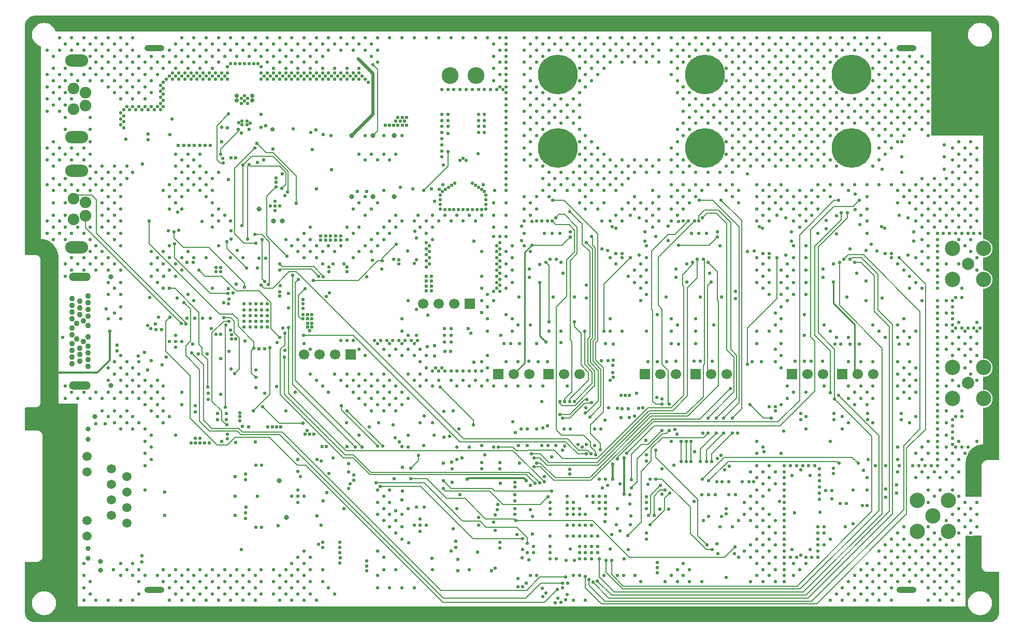
<source format=gbr>
%TF.GenerationSoftware,KiCad,Pcbnew,9.0.2*%
%TF.CreationDate,2025-05-17T09:42:03-04:00*%
%TF.ProjectId,mainBoard,6d61696e-426f-4617-9264-2e6b69636164,01*%
%TF.SameCoordinates,PX42c1d80PY2faf080*%
%TF.FileFunction,Copper,L4,Inr*%
%TF.FilePolarity,Positive*%
%FSLAX46Y46*%
G04 Gerber Fmt 4.6, Leading zero omitted, Abs format (unit mm)*
G04 Created by KiCad (PCBNEW 9.0.2) date 2025-05-17 09:42:03*
%MOMM*%
%LPD*%
G01*
G04 APERTURE LIST*
%TA.AperFunction,ComponentPad*%
%ADD10C,6.500000*%
%TD*%
%TA.AperFunction,ComponentPad*%
%ADD11R,1.700000X1.700000*%
%TD*%
%TA.AperFunction,ComponentPad*%
%ADD12C,1.700000*%
%TD*%
%TA.AperFunction,ComponentPad*%
%ADD13C,2.000000*%
%TD*%
%TA.AperFunction,ComponentPad*%
%ADD14C,2.500000*%
%TD*%
%TA.AperFunction,ComponentPad*%
%ADD15O,3.250000X1.000000*%
%TD*%
%TA.AperFunction,ComponentPad*%
%ADD16C,2.750000*%
%TD*%
%TA.AperFunction,ComponentPad*%
%ADD17C,0.930000*%
%TD*%
%TA.AperFunction,ComponentPad*%
%ADD18O,3.550000X1.350000*%
%TD*%
%TA.AperFunction,ComponentPad*%
%ADD19C,1.900000*%
%TD*%
%TA.AperFunction,ComponentPad*%
%ADD20O,3.750000X2.000000*%
%TD*%
%TA.AperFunction,ComponentPad*%
%ADD21C,1.500000*%
%TD*%
%TA.AperFunction,ComponentPad*%
%ADD22C,2.600000*%
%TD*%
%TA.AperFunction,ViaPad*%
%ADD23C,0.550000*%
%TD*%
%TA.AperFunction,ViaPad*%
%ADD24C,0.600000*%
%TD*%
%TA.AperFunction,ViaPad*%
%ADD25C,0.800000*%
%TD*%
%TA.AperFunction,ViaPad*%
%ADD26C,0.700000*%
%TD*%
%TA.AperFunction,Conductor*%
%ADD27C,0.300000*%
%TD*%
%TA.AperFunction,Conductor*%
%ADD28C,0.200000*%
%TD*%
%TA.AperFunction,Conductor*%
%ADD29C,0.250000*%
%TD*%
%TA.AperFunction,Conductor*%
%ADD30C,0.500000*%
%TD*%
G04 APERTURE END LIST*
D10*
%TO.N,VSS*%
%TO.C,J15*%
X135500000Y-10000000D03*
%TD*%
%TO.N,VSS*%
%TO.C,J27*%
X87500000Y-10000000D03*
%TD*%
D11*
%TO.N,/Auxiliary Card/AUX_VDD*%
%TO.C,J26*%
X85960000Y-59000000D03*
D12*
%TO.N,/Auxiliary Card/AUX_GPIO_VCCA*%
X88500000Y-59000000D03*
%TO.N,/Auxiliary Card/AUX_1V8*%
X91040000Y-59000000D03*
%TD*%
D13*
%TO.N,/RF Interface/LTE_RF-IN*%
%TO.C,AE2*%
X154500000Y-60500000D03*
D14*
%TO.N,VSS*%
X157040000Y-57960000D03*
X151960000Y-57960000D03*
X151960000Y-63040000D03*
X157040000Y-63040000D03*
%TD*%
%TO.N,/RF Interface/GNSS_RF-IN*%
%TO.C,AE1*%
X148750000Y-82250000D03*
%TO.N,VSS*%
X151290000Y-79710000D03*
X146210000Y-79710000D03*
X146210000Y-84790000D03*
X151290000Y-84790000D03*
%TD*%
D10*
%TO.N,VSS*%
%TO.C,J22*%
X111500000Y-22000000D03*
%TD*%
D15*
%TO.N,GND*%
%TO.C,J5*%
X21500000Y-5700000D03*
%TD*%
D11*
%TO.N,/LTE Card/LTE_VDD*%
%TO.C,J20*%
X109960000Y-59000000D03*
D12*
%TO.N,/LTE Card/LTE_GPIO_VCCA*%
X112500000Y-59000000D03*
%TO.N,/LTE Card/LTE_1V8*%
X115040000Y-59000000D03*
%TD*%
D10*
%TO.N,VSS*%
%TO.C,J28*%
X87500000Y-22000000D03*
%TD*%
%TO.N,VSS*%
%TO.C,J21*%
X111500000Y-10000000D03*
%TD*%
D11*
%TO.N,VSS*%
%TO.C,J41*%
X73060000Y-47500000D03*
D12*
%TO.N,/EPS Controller/Voltage Regulators/+3V3_REG_OUT*%
X70520000Y-47500000D03*
%TO.N,+3V3*%
X67980000Y-47500000D03*
%TO.N,VSS*%
X65440000Y-47500000D03*
%TD*%
D15*
%TO.N,GND*%
%TO.C,J4*%
X144500000Y-5700000D03*
%TD*%
D16*
%TO.N,GND*%
%TO.C,J1*%
X149920000Y-16550000D03*
X154920000Y-16550000D03*
X154920000Y-9050000D03*
X149920000Y-9050000D03*
%TD*%
D11*
%TO.N,/LTE Card/LTE_VDD*%
%TO.C,J17*%
X101710000Y-59000000D03*
D12*
%TO.N,/LTE Card/LTE_SIG_VCCA*%
X104250000Y-59000000D03*
%TO.N,/LTE Card/LTE_1V8*%
X106790000Y-59000000D03*
%TD*%
D17*
%TO.N,VSS*%
%TO.C,J9*%
X10670000Y-46275000D03*
%TO.N,unconnected-(J9-TX1+-PadA2)*%
X10670000Y-47375000D03*
%TO.N,unconnected-(J9-TX1--PadA3)*%
X10670000Y-48475000D03*
%TO.N,VBUS*%
X10670000Y-49575000D03*
%TO.N,/USB Hub/CC1*%
X9900000Y-50325000D03*
%TO.N,/USB Hub/UP_USB_DP*%
X10670000Y-51075000D03*
%TO.N,/USB Hub/UP_USB_DN*%
X10670000Y-52925000D03*
%TO.N,unconnected-(J9-SBU1-PadA8)*%
X9900000Y-53675000D03*
%TO.N,VBUS*%
X10670000Y-54425000D03*
%TO.N,unconnected-(J9-RX2--PadA10)*%
X10670000Y-55525000D03*
%TO.N,unconnected-(J9-RX2+-PadA11)*%
X10670000Y-56625000D03*
%TO.N,VSS*%
X10670000Y-57725000D03*
X8050000Y-57350000D03*
%TO.N,unconnected-(J9-TX2+-PadB2)*%
X8050000Y-56250000D03*
%TO.N,unconnected-(J9-TX2--PadB3)*%
X8050000Y-55150000D03*
%TO.N,VBUS*%
X8050000Y-54050000D03*
%TO.N,/USB Hub/CC2*%
X8850000Y-53300000D03*
%TO.N,/USB Hub/UP_USB_DP*%
X8050000Y-52550000D03*
%TO.N,/USB Hub/UP_USB_DN*%
X8050000Y-51450000D03*
%TO.N,unconnected-(J9-SBU2-PadB8)*%
X8850000Y-50700000D03*
%TO.N,VBUS*%
X8050000Y-49950000D03*
%TO.N,unconnected-(J9-RX1--PadB10)*%
X8050000Y-48850000D03*
%TO.N,unconnected-(J9-RX1+-PadB11)*%
X8050000Y-47750000D03*
%TO.N,VSS*%
X8050000Y-46650000D03*
X9375000Y-47050000D03*
X9375000Y-48150000D03*
X9375000Y-49250000D03*
X9375000Y-54750000D03*
X9375000Y-55850000D03*
X9375000Y-56950000D03*
D18*
%TO.N,Net-(J9-PadS1)*%
X9375000Y-60900000D03*
%TO.N,Net-(J9-PadS2)*%
X9375000Y-43100000D03*
%TD*%
D15*
%TO.N,GND*%
%TO.C,J3*%
X144500000Y-94300000D03*
%TD*%
D11*
%TO.N,/GNSS Card/GNSS_VDD*%
%TO.C,J14*%
X133960000Y-59000000D03*
D12*
%TO.N,/GNSS Card/GPS_GPIO_VCCA*%
X136500000Y-59000000D03*
%TO.N,/GNSS Card/GNSS_1V8*%
X139040000Y-59000000D03*
%TD*%
D11*
%TO.N,/GNSS Card/GNSS_VDD*%
%TO.C,J11*%
X125710000Y-59000000D03*
D12*
%TO.N,/GNSS Card/GPS_SIG_VCCA*%
X128250000Y-59000000D03*
%TO.N,/GNSS Card/GNSS_1V8*%
X130790000Y-59000000D03*
%TD*%
D11*
%TO.N,VSS*%
%TO.C,J42*%
X53610000Y-55800000D03*
D12*
%TO.N,Net-(J42-Pin_2)*%
X51070000Y-55800000D03*
%TO.N,+1V8*%
X48530000Y-55800000D03*
%TO.N,VSS*%
X45990000Y-55800000D03*
%TD*%
D19*
%TO.N,VSS*%
%TO.C,J37*%
X8325000Y-15700000D03*
%TO.N,/EPS Controller/Battery Charger/PVIN*%
X10275000Y-15075000D03*
%TO.N,VSS*%
X8325000Y-12300000D03*
%TO.N,/EPS Controller/Battery Charger/PVIN*%
X10275000Y-12925000D03*
D20*
%TO.N,Net-(J37-SHIELD-PadS1)*%
X8825000Y-20250000D03*
%TO.N,Net-(J37-SHIELD-PadS2)*%
X8825000Y-7750000D03*
%TD*%
D11*
%TO.N,/Auxiliary Card/AUX_VDD*%
%TO.C,J23*%
X77710000Y-59000000D03*
D12*
%TO.N,/Auxiliary Card/AUX_SIG_VCCA*%
X80250000Y-59000000D03*
%TO.N,/Auxiliary Card/AUX_1V8*%
X82790000Y-59000000D03*
%TD*%
D13*
%TO.N,/RF Interface/AUX_RF-IN*%
%TO.C,AE3*%
X154500000Y-41000000D03*
D14*
%TO.N,VSS*%
X157040000Y-38460000D03*
X151960000Y-38460000D03*
X151960000Y-43540000D03*
X157040000Y-43540000D03*
%TD*%
D15*
%TO.N,GND*%
%TO.C,J2*%
X21500000Y-94300000D03*
%TD*%
D19*
%TO.N,+3V3*%
%TO.C,J33*%
X8325000Y-33700000D03*
%TO.N,/I2C1.SCL*%
X10275000Y-33075000D03*
%TO.N,/I2C1.SDA*%
X8325000Y-30300000D03*
%TO.N,VSS*%
X10275000Y-30925000D03*
D20*
%TO.N,Net-(J33-SHIELD-PadS1)*%
X8825000Y-38250000D03*
%TO.N,Net-(J33-SHIELD-PadS2)*%
X8825000Y-25750000D03*
%TD*%
D10*
%TO.N,VSS*%
%TO.C,J16*%
X135500000Y-22000000D03*
%TD*%
D21*
%TO.N,/Ethernet/MDI_RX+*%
%TO.C,J10*%
X14500000Y-74560000D03*
%TO.N,/Ethernet/MDI_RX-*%
X17040000Y-75830000D03*
%TO.N,/Ethernet/MDI_TX+*%
X14500000Y-77100000D03*
%TO.N,unconnected-(J10-DC+-Pad4)*%
X17040000Y-78370000D03*
%TO.N,unconnected-(J10-DC+-Pad5)*%
X14500000Y-79640000D03*
%TO.N,/Ethernet/MDI_TX-*%
X17040000Y-80910000D03*
%TO.N,unconnected-(J10-DC--Pad7)*%
X14500000Y-82180000D03*
%TO.N,unconnected-(J10-DC--Pad8)*%
X17040000Y-83450000D03*
%TO.N,Net-(J10-LED(Yellow)_K)*%
X10500000Y-85530000D03*
%TO.N,/Ethernet/LED1*%
X10500000Y-82990000D03*
%TO.N,Net-(J10-LED(Green)_K)*%
X10500000Y-75010000D03*
%TO.N,/Ethernet/LED2*%
X10500000Y-72470000D03*
D22*
%TO.N,GND*%
X6500000Y-74000000D03*
X6500000Y-84000000D03*
%TD*%
D16*
%TO.N,PACK+*%
%TO.C,J40*%
X74100000Y-10200000D03*
%TO.N,PACK-*%
X69900000Y-10200000D03*
%TD*%
D23*
%TO.N,VSS*%
X85000000Y-29000000D03*
X29000000Y-23000000D03*
X16000000Y-36000000D03*
X82000000Y-24000000D03*
X128000000Y-38000000D03*
X133000000Y-95000000D03*
X86250000Y-85500000D03*
X95000000Y-7000000D03*
X130000000Y-18000000D03*
X63000000Y-81000000D03*
X22000000Y-40000000D03*
X34050000Y-58150000D03*
X149500000Y-47000000D03*
X86550000Y-36000000D03*
X28000000Y-8000000D03*
X122000000Y-30000000D03*
X47500000Y-10250000D03*
X138000000Y-90000000D03*
X154000000Y-58000000D03*
X106000000Y-30000000D03*
X150000000Y-90000000D03*
X121000000Y-15000000D03*
X10000000Y-4000000D03*
X14000000Y-40000000D03*
X96250000Y-85250000D03*
X11000000Y-29000000D03*
X120000000Y-52000000D03*
X60000000Y-60000000D03*
X14000000Y-34000000D03*
X81750000Y-87750000D03*
X78000000Y-37500000D03*
X26000000Y-53650000D03*
X68000000Y-58500000D03*
X145000000Y-53000000D03*
X38000000Y-6000000D03*
X135000000Y-17000000D03*
X140000000Y-24000000D03*
D24*
X23050000Y-43050000D03*
D23*
X121000000Y-89000000D03*
X116000000Y-22000000D03*
X131000000Y-29000000D03*
D24*
X53000000Y-42250000D03*
D23*
X136750000Y-54150000D03*
X33000000Y-10250000D03*
X152000000Y-76000000D03*
X125000000Y-9000000D03*
X14000000Y-12000000D03*
X96500000Y-56750000D03*
X135000000Y-15000000D03*
X58000000Y-80000000D03*
X14000000Y-96000000D03*
X148000000Y-42000000D03*
X16000000Y-17250000D03*
X11000000Y-39000000D03*
X143000000Y-51000000D03*
X120000000Y-42000000D03*
X45500000Y-10250000D03*
X89000000Y-85500000D03*
X117000000Y-31000000D03*
X38100000Y-49450000D03*
X149500000Y-52000000D03*
X116850000Y-68650000D03*
X44000000Y-9750000D03*
X57000000Y-63000000D03*
X33700000Y-55275000D03*
X66000000Y-37500000D03*
X117000000Y-11000000D03*
X156000000Y-26000000D03*
X15000000Y-7000000D03*
X80000000Y-50000000D03*
X20750000Y-46500000D03*
X20500000Y-15750000D03*
X84000000Y-14000000D03*
X152500000Y-46500000D03*
X89000000Y-80000000D03*
X32000000Y-10250000D03*
X143000000Y-9000000D03*
X63000000Y-69000000D03*
X24000000Y-28000000D03*
X82000000Y-22000000D03*
X45000000Y-37000000D03*
X119000000Y-89000000D03*
X16000000Y-26000000D03*
X138000000Y-78000000D03*
X70000000Y-88000000D03*
X23500000Y-10750000D03*
X57000000Y-23000000D03*
X45000000Y-93000000D03*
X38100000Y-58350000D03*
X45000000Y-80000000D03*
X84000000Y-4000000D03*
X61000000Y-33000000D03*
D24*
X70825000Y-87350000D03*
D23*
X143000000Y-13000000D03*
X130000000Y-12000000D03*
X26000000Y-24000000D03*
X48000000Y-40000000D03*
X135000000Y-95000000D03*
X31000000Y-33000000D03*
X65000000Y-57000000D03*
X68950000Y-53800000D03*
X84000000Y-24000000D03*
X48000000Y-38000000D03*
X107000000Y-51000000D03*
X57000000Y-5000000D03*
X83000000Y-33000000D03*
X124000000Y-52000000D03*
X27000000Y-93000000D03*
X120000000Y-44000000D03*
X106825000Y-41800000D03*
X148000000Y-18000000D03*
X102250000Y-57000000D03*
X154000000Y-38000000D03*
X72500000Y-12500000D03*
X12000000Y-96000000D03*
X89000000Y-83750000D03*
X155000000Y-25000000D03*
X143000000Y-71000000D03*
X31000000Y-31000000D03*
X143000000Y-7000000D03*
X139000000Y-13000000D03*
X7000000Y-11000000D03*
X144750000Y-33425000D03*
X146000000Y-90000000D03*
X137000000Y-93000000D03*
X110000000Y-16000000D03*
X103000000Y-25000000D03*
X124500000Y-80000000D03*
X75750000Y-32000000D03*
X114000000Y-38000000D03*
X143000000Y-53000000D03*
X40000000Y-6000000D03*
D24*
X56250000Y-29125000D03*
D23*
X124500000Y-82000000D03*
X146000000Y-28000000D03*
X34000000Y-34000000D03*
X32000000Y-26000000D03*
X147000000Y-17000000D03*
X119250000Y-57000000D03*
X6000000Y-24000000D03*
X14000000Y-42000000D03*
X16500000Y-16750000D03*
X67000000Y-91000000D03*
X90000000Y-83750000D03*
X44000000Y-4000000D03*
X123000000Y-25000000D03*
X98000000Y-28000000D03*
X153000000Y-25000000D03*
X40000000Y-50400000D03*
X26500000Y-10750000D03*
X32500000Y-9750000D03*
X26000000Y-28000000D03*
X103000000Y-5000000D03*
X133000000Y-17000000D03*
X46000000Y-6000000D03*
X112000000Y-26000000D03*
D24*
X15400000Y-55250000D03*
D23*
X7000000Y-15000000D03*
X133750000Y-54150000D03*
X152000000Y-67500000D03*
X4000000Y-10000000D03*
X39000000Y-93000000D03*
X74000000Y-34000000D03*
X37000000Y-93000000D03*
X119000000Y-15000000D03*
X41000000Y-9000000D03*
X143000000Y-61000000D03*
X137000000Y-5000000D03*
X149500000Y-70000000D03*
X98000000Y-40000000D03*
X118000000Y-20000000D03*
X53000000Y-9000000D03*
X129000000Y-31000000D03*
X133000000Y-7000000D03*
X25000000Y-31000000D03*
X51850000Y-86525000D03*
X21000000Y-65000000D03*
X152000000Y-52000000D03*
X86000000Y-18000000D03*
X98000000Y-8000000D03*
X53000000Y-53500000D03*
X143000000Y-41000000D03*
X68250000Y-30500000D03*
X87050000Y-96425000D03*
X107000000Y-23000000D03*
X36000000Y-94000000D03*
X41000000Y-93000000D03*
X83000000Y-39000000D03*
X104475000Y-78650000D03*
X144000000Y-92000000D03*
X15000000Y-27000000D03*
X116500000Y-46625000D03*
X28000000Y-92000000D03*
X121000000Y-19000000D03*
X51000000Y-95000000D03*
X152000000Y-92000000D03*
X93000000Y-83750000D03*
X5000000Y-37000000D03*
X25000000Y-7000000D03*
X91000000Y-13000000D03*
X15000000Y-29000000D03*
X102000000Y-4000000D03*
X126000000Y-12000000D03*
X55000000Y-9750000D03*
X58000000Y-31000000D03*
X65000000Y-35000000D03*
X91000000Y-83750000D03*
X59000000Y-23000000D03*
X92000000Y-24000000D03*
X19000000Y-67000000D03*
X16000000Y-44000000D03*
X142000000Y-20000000D03*
X130000000Y-28000000D03*
X77500000Y-42000000D03*
X153000000Y-21000000D03*
X131000000Y-85000000D03*
X41250000Y-32275000D03*
X123000000Y-23000000D03*
X58000000Y-24000000D03*
X155000000Y-31000000D03*
X153500000Y-46500000D03*
X82750000Y-56950000D03*
D24*
X54750000Y-29125000D03*
D23*
X23000000Y-93000000D03*
D24*
X27850000Y-40700000D03*
D23*
X100650000Y-64625000D03*
X22000000Y-42000000D03*
X78000000Y-6000000D03*
X82000000Y-14000000D03*
X37000000Y-95000000D03*
X88000000Y-53900000D03*
D24*
X62050000Y-78200000D03*
D23*
X68000000Y-4000000D03*
X30500000Y-70250000D03*
X123000000Y-11000000D03*
X68825000Y-65125000D03*
X60000000Y-24000000D03*
X84000000Y-20000000D03*
X74000000Y-58500000D03*
X16000000Y-62000000D03*
X79000000Y-19000000D03*
X17000000Y-67000000D03*
X146000000Y-72000000D03*
X7000000Y-31000000D03*
X92000000Y-8000000D03*
X142000000Y-22000000D03*
X27500000Y-10750000D03*
X60000000Y-4000000D03*
X145000000Y-67000000D03*
X95000000Y-5000000D03*
X102000000Y-46000000D03*
X65000000Y-84750000D03*
D24*
X41525000Y-67700000D03*
D23*
X28000000Y-26000000D03*
X78000000Y-42500000D03*
X123000000Y-29000000D03*
X123000000Y-51000000D03*
X137000000Y-15000000D03*
X103750000Y-56975000D03*
X128900000Y-56900000D03*
X135000000Y-63000000D03*
X53525000Y-77000000D03*
X49000000Y-91000000D03*
X11000000Y-21000000D03*
X151000000Y-51000000D03*
X126000000Y-40000000D03*
X94000000Y-24000000D03*
X31000000Y-29000000D03*
X117000000Y-29000000D03*
X37150000Y-50400000D03*
X144000000Y-8000000D03*
X15000000Y-9000000D03*
X5000000Y-27000000D03*
X49000000Y-61000000D03*
X32000000Y-4000000D03*
X148000000Y-12000000D03*
X109000000Y-31000000D03*
X110000000Y-54000000D03*
X4000000Y-28000000D03*
X104000000Y-4000000D03*
X132000000Y-70000000D03*
X86200000Y-82000000D03*
X147000000Y-39000000D03*
X144000000Y-42000000D03*
X122000000Y-74000000D03*
X84000000Y-18000000D03*
X153000000Y-91000000D03*
X111000000Y-17000000D03*
X123750000Y-79887500D03*
X140000000Y-94000000D03*
X82000000Y-10000000D03*
D24*
X46525000Y-68250000D03*
D23*
X8000000Y-62000000D03*
X152000000Y-49000000D03*
X150500000Y-36000000D03*
X78000000Y-36500000D03*
X15000000Y-59000000D03*
X125000000Y-5000000D03*
X138000000Y-76000000D03*
X58000000Y-64000000D03*
X154000000Y-56000000D03*
X15000000Y-5000000D03*
X125500000Y-89000000D03*
D24*
X20450000Y-58325000D03*
D23*
X102000000Y-42000000D03*
X121000000Y-91000000D03*
X25000000Y-27000000D03*
X50000000Y-6000000D03*
X20000000Y-14000000D03*
X112000000Y-6000000D03*
X129000000Y-25000000D03*
X155000000Y-27000000D03*
X152500000Y-36000000D03*
X110000000Y-52000000D03*
X55000000Y-61000000D03*
X88000000Y-18000000D03*
X52000000Y-9750000D03*
X27500000Y-9750000D03*
X79000000Y-39000000D03*
X20000000Y-72000000D03*
X85750000Y-57000000D03*
X59000000Y-91000000D03*
X92000000Y-20000000D03*
X95000000Y-23000000D03*
X15000000Y-67000000D03*
X152000000Y-69500000D03*
X7000000Y-9000000D03*
X113225000Y-78750000D03*
X32500000Y-10750000D03*
X70000000Y-34000000D03*
X119000000Y-93000000D03*
X7000000Y-35000000D03*
X46000000Y-96000000D03*
X120375000Y-34875000D03*
X5000000Y-7000000D03*
X74000000Y-4000000D03*
X72000000Y-4000000D03*
X120000000Y-20000000D03*
X137000000Y-57000000D03*
X141000000Y-93000000D03*
X21000000Y-61000000D03*
X129000000Y-9000000D03*
X7000000Y-17000000D03*
X129000000Y-23000000D03*
X122000000Y-84000000D03*
X118000000Y-16000000D03*
X29000000Y-25000000D03*
X45000000Y-7000000D03*
X43000000Y-9750000D03*
X23000000Y-13250000D03*
X122000000Y-86000000D03*
X153000000Y-23000000D03*
X154500000Y-71000000D03*
X51000000Y-9750000D03*
D24*
X105600000Y-81150000D03*
D23*
X143650000Y-65450000D03*
X95000000Y-91975000D03*
X150000000Y-88000000D03*
X147000000Y-19000000D03*
X131000000Y-19000000D03*
D24*
X33300000Y-65500000D03*
D23*
X146000000Y-76000000D03*
X131000000Y-87000000D03*
X106825000Y-43200000D03*
X44000000Y-90000000D03*
X100000000Y-42000000D03*
X47000000Y-91000000D03*
X108000000Y-92000000D03*
X114000000Y-84000000D03*
X32000000Y-92000000D03*
X12000000Y-38000000D03*
X152000000Y-54000000D03*
X27000000Y-7000000D03*
X123000000Y-21000000D03*
X50000000Y-4000000D03*
X122000000Y-28000000D03*
X44000000Y-96000000D03*
X152000000Y-94000000D03*
X152500000Y-71000000D03*
X146000000Y-60000000D03*
X15000000Y-13000000D03*
X136000000Y-62000000D03*
X143000000Y-17000000D03*
X129500000Y-74000000D03*
X95750000Y-64500000D03*
X37000000Y-8250000D03*
X135000000Y-53000000D03*
X11000000Y-9000000D03*
X136000000Y-96000000D03*
X101000000Y-7000000D03*
X59000000Y-29000000D03*
X35500000Y-65350000D03*
X83000000Y-21000000D03*
X120925000Y-35125000D03*
X122000000Y-16000000D03*
X65675000Y-65925000D03*
X130000000Y-6000000D03*
X57000000Y-7000000D03*
X131000000Y-25000000D03*
X103000000Y-33000000D03*
X47000000Y-55000000D03*
X88000000Y-14000000D03*
X58000000Y-62000000D03*
X25000000Y-23000000D03*
X121000000Y-21000000D03*
X119000000Y-75000000D03*
D24*
X35900000Y-67600000D03*
D23*
X101000000Y-5000000D03*
X58000000Y-94000000D03*
X37000000Y-91000000D03*
X78000000Y-12000000D03*
X137000000Y-95000000D03*
X142000000Y-18000000D03*
X8000000Y-36000000D03*
X47000000Y-7000000D03*
X63000000Y-55000000D03*
X91000000Y-85500000D03*
X149500000Y-59000000D03*
X124000000Y-56000000D03*
X83000000Y-25000000D03*
X41000000Y-91000000D03*
X61450000Y-40950000D03*
X118000000Y-80000000D03*
X85000000Y-17000000D03*
X150000000Y-96000000D03*
X140000000Y-96000000D03*
X93000000Y-25000000D03*
X32550000Y-70050000D03*
X124000000Y-24000000D03*
X144000000Y-28000000D03*
X135000000Y-67000000D03*
X26000000Y-92000000D03*
X78000000Y-4000000D03*
X128000000Y-22000000D03*
X25000000Y-10250000D03*
X126000000Y-42000000D03*
X128000000Y-12000000D03*
X77000000Y-61000000D03*
X145000000Y-17000000D03*
X153500000Y-36000000D03*
X18000000Y-8000000D03*
X11000000Y-27000000D03*
X98000000Y-32000000D03*
X111000000Y-93000000D03*
X94000000Y-87250000D03*
X19000000Y-59000000D03*
X149000000Y-95000000D03*
X79000000Y-26000000D03*
X131000000Y-7000000D03*
X120000000Y-92000000D03*
X151000000Y-91000000D03*
X114000000Y-26000000D03*
X123000000Y-31000000D03*
X48000000Y-4000000D03*
X33000000Y-7000000D03*
X121000000Y-7000000D03*
X88000000Y-6000000D03*
X84000000Y-6000000D03*
X117000000Y-23000000D03*
X37150000Y-51350000D03*
X120000000Y-4000000D03*
X146000000Y-44000000D03*
X54000000Y-62000000D03*
X68500000Y-17500000D03*
X13000000Y-27000000D03*
X139000000Y-51000000D03*
X143000000Y-29000000D03*
X93000000Y-88250000D03*
X132000000Y-30000000D03*
X76000000Y-52000000D03*
X119000000Y-5000000D03*
X130000000Y-36000000D03*
X138150000Y-65450000D03*
X83000000Y-9000000D03*
X56000000Y-6000000D03*
X98000000Y-6000000D03*
X140925000Y-35125000D03*
X91000000Y-81000000D03*
X51000000Y-39000000D03*
X83000000Y-61000000D03*
X152000000Y-88000000D03*
D24*
X97800000Y-66150000D03*
D23*
X79000000Y-25000000D03*
X116000000Y-26000000D03*
X26000000Y-10250000D03*
X22000000Y-66000000D03*
X14000000Y-6000000D03*
X120000000Y-40000000D03*
X136000000Y-16000000D03*
X26000000Y-40000000D03*
X56000000Y-30000000D03*
X146000000Y-30000000D03*
X9000000Y-5000000D03*
X65000000Y-59000000D03*
X19000000Y-15250000D03*
X24000000Y-40000000D03*
X110000000Y-28000000D03*
X45000000Y-79000000D03*
X17000000Y-63000000D03*
X120000000Y-72000000D03*
X57000000Y-65000000D03*
X28250000Y-70250000D03*
X27000000Y-10250000D03*
X74500000Y-17500000D03*
X128000000Y-16000000D03*
X36000000Y-92000000D03*
X117000000Y-19000000D03*
X132000000Y-28000000D03*
X156000000Y-40000000D03*
X148000000Y-40000000D03*
X71000000Y-81000000D03*
D24*
X61000000Y-81350000D03*
D23*
X81000000Y-51000000D03*
X10000000Y-90000000D03*
X77500000Y-12500000D03*
X130000000Y-20000000D03*
X108000000Y-16000000D03*
X140000000Y-22000000D03*
X80475000Y-82000000D03*
D24*
X40100000Y-67700000D03*
D23*
X122000000Y-40000000D03*
D25*
X10700000Y-87550000D03*
D23*
X81250000Y-54050000D03*
X128000000Y-66000000D03*
X36200000Y-49450000D03*
X133000000Y-13000000D03*
X75500000Y-18500000D03*
X104000000Y-34000000D03*
X77000000Y-5000000D03*
X22500000Y-13750000D03*
X142000000Y-28000000D03*
X29000000Y-7000000D03*
X153000000Y-87000000D03*
X120000000Y-74000000D03*
X101975000Y-73250000D03*
X52500000Y-41000000D03*
X67000000Y-35000000D03*
X123000000Y-15000000D03*
X41250000Y-30725000D03*
X47000000Y-89000000D03*
X23000000Y-67000000D03*
X15000000Y-33000000D03*
X63000000Y-47000000D03*
X7000000Y-27000000D03*
X79000000Y-43000000D03*
X103000000Y-7000000D03*
X49000000Y-86525000D03*
X121000000Y-25000000D03*
X136000000Y-28000000D03*
X41000000Y-95000000D03*
X96000000Y-52000000D03*
X31000000Y-45000000D03*
X132000000Y-12000000D03*
X93000000Y-7000000D03*
X79000000Y-12000000D03*
X131000000Y-23000000D03*
X140000000Y-16000000D03*
X132000000Y-8000000D03*
X91000000Y-82000000D03*
X141000000Y-95000000D03*
X91000000Y-21000000D03*
X14000000Y-30000000D03*
X120000000Y-6000000D03*
X60000000Y-62000000D03*
X126000000Y-8000000D03*
D24*
X53000000Y-41500000D03*
D23*
X121000000Y-81000000D03*
X28500000Y-10750000D03*
X60000000Y-64000000D03*
X153000000Y-79000000D03*
X16000000Y-92000000D03*
X40000000Y-8000000D03*
X58000000Y-8000000D03*
X6000000Y-28000000D03*
X152000000Y-51000000D03*
X61000000Y-35000000D03*
X20000000Y-15250000D03*
X150000000Y-76000000D03*
X75750000Y-29750000D03*
X6000000Y-16000000D03*
X127750000Y-56900000D03*
X127000000Y-25000000D03*
X125000000Y-31000000D03*
X39050000Y-51350000D03*
X131000000Y-13000000D03*
X83000000Y-7000000D03*
X154000000Y-34000000D03*
X47000000Y-59000000D03*
X56500000Y-11250000D03*
X151000000Y-75000000D03*
X140000000Y-12000000D03*
X23000000Y-15250000D03*
X19500000Y-15750000D03*
X79000000Y-45000000D03*
X32000000Y-96000000D03*
X4000000Y-34000000D03*
X116000000Y-6000000D03*
X144000000Y-18000000D03*
X16000000Y-6000000D03*
X35000000Y-7000000D03*
X136000000Y-4000000D03*
X151000000Y-33000000D03*
X86000000Y-6000000D03*
X90000000Y-82000000D03*
X36000000Y-96000000D03*
X49000000Y-9000000D03*
X10000000Y-62000000D03*
X5000000Y-11000000D03*
X149500000Y-74000000D03*
X93000000Y-23000000D03*
X149500000Y-58000000D03*
X123000000Y-7000000D03*
X21000000Y-13000000D03*
X18000000Y-66000000D03*
X153000000Y-37000000D03*
X151500000Y-36000000D03*
X119475000Y-76625000D03*
X125000000Y-13000000D03*
X121000000Y-41000000D03*
X34000000Y-6000000D03*
X131000000Y-21000000D03*
X47000000Y-39000000D03*
X20000000Y-92000000D03*
X125000000Y-61000000D03*
X149500000Y-60000000D03*
X24000000Y-30000000D03*
X79000000Y-14000000D03*
X29000000Y-69500000D03*
X61000000Y-61000000D03*
X21000000Y-43000000D03*
X118000000Y-14000000D03*
X146000000Y-34000000D03*
X16000000Y-34000000D03*
D25*
X14450000Y-60900000D03*
D23*
X107000000Y-5000000D03*
X77000000Y-71000000D03*
X35000000Y-95000000D03*
X152000000Y-24000000D03*
X68500000Y-20500000D03*
X152000000Y-22000000D03*
X71500000Y-12500000D03*
X145000000Y-63000000D03*
X64400000Y-40300000D03*
X83000000Y-91975000D03*
X153000000Y-55000000D03*
X71500000Y-24050000D03*
X14000000Y-28000000D03*
X30325000Y-62200000D03*
X82000000Y-38000000D03*
X11000000Y-93000000D03*
X87000000Y-5000000D03*
X107250000Y-54100000D03*
D24*
X41750000Y-83825000D03*
D23*
X58000000Y-92000000D03*
X84000000Y-8000000D03*
X18000000Y-62000000D03*
X147000000Y-11000000D03*
X127225000Y-88675000D03*
X41250000Y-31500000D03*
X122000000Y-20000000D03*
X92000000Y-30000000D03*
X92000000Y-87250000D03*
X154000000Y-24000000D03*
X61000000Y-91000000D03*
X130825000Y-41800000D03*
X127000000Y-13000000D03*
X59000000Y-63000000D03*
X49000000Y-10750000D03*
X128000000Y-32000000D03*
X88000000Y-16000000D03*
X122000000Y-10000000D03*
X13000000Y-11000000D03*
X69750000Y-32100000D03*
D25*
X10700000Y-89200000D03*
D23*
X123000000Y-75000000D03*
X124000000Y-20000000D03*
X13000000Y-5000000D03*
X82000000Y-30000000D03*
X68500000Y-23500000D03*
X78500000Y-12500000D03*
D24*
X21700000Y-50850000D03*
D23*
X18000000Y-68000000D03*
X144000000Y-60000000D03*
X77000000Y-36500000D03*
X87000000Y-27000000D03*
X101400000Y-64550000D03*
X73000000Y-61000000D03*
X75000000Y-70700000D03*
X142000000Y-40000000D03*
X124500000Y-86000000D03*
X142000000Y-94000000D03*
X86000000Y-14000000D03*
X152000000Y-26000000D03*
X60000000Y-78000000D03*
X66500000Y-39000000D03*
X93000000Y-9000000D03*
X108000000Y-6000000D03*
X89000000Y-15000000D03*
X153500000Y-51500000D03*
X100000000Y-8000000D03*
X92250000Y-79000000D03*
X33500000Y-10750000D03*
X70375000Y-65075000D03*
X17000000Y-25000000D03*
X77500000Y-39000000D03*
X122000000Y-44000000D03*
X136000000Y-92000000D03*
X153500000Y-45000000D03*
X147000000Y-37000000D03*
X109000000Y-91000000D03*
D24*
X74350000Y-88175000D03*
D23*
X43000000Y-95000000D03*
X72500000Y-24050000D03*
X66500000Y-41000000D03*
X136000000Y-6000000D03*
X89000000Y-82000000D03*
X153025000Y-70050000D03*
X147000000Y-93000000D03*
X147000000Y-33000000D03*
X21000000Y-11000000D03*
X12000000Y-4000000D03*
X16000000Y-48000000D03*
X100000000Y-4000000D03*
X36200000Y-50400000D03*
X149000000Y-27000000D03*
X141000000Y-5000000D03*
X141000000Y-21000000D03*
X142000000Y-92000000D03*
X53500000Y-10250000D03*
X149500000Y-64000000D03*
X53000000Y-5000000D03*
X104000000Y-30000000D03*
X46000000Y-90000000D03*
X28000000Y-47000000D03*
X138000000Y-96000000D03*
X87800000Y-36000000D03*
X132000000Y-4000000D03*
X56000000Y-60000000D03*
X35500000Y-66650000D03*
X73000000Y-33000000D03*
X116000000Y-28000000D03*
X127000000Y-9000000D03*
X47000000Y-5000000D03*
X25000000Y-25000000D03*
X18000000Y-96000000D03*
X73000000Y-58500000D03*
X37150000Y-49450000D03*
X12000000Y-42000000D03*
X141000000Y-7000000D03*
X124500000Y-89000000D03*
X41000000Y-9750000D03*
X58000000Y-88000000D03*
X60000000Y-36000000D03*
X8000000Y-24000000D03*
X150000000Y-94000000D03*
X80475000Y-76700000D03*
X147000000Y-75000000D03*
X82000000Y-32000000D03*
X117000000Y-21000000D03*
X13000000Y-9000000D03*
X101975000Y-81000000D03*
X15000000Y-63000000D03*
X140000000Y-88000000D03*
X21000000Y-15250000D03*
X14000000Y-10000000D03*
X70000000Y-58500000D03*
D24*
X41450000Y-27625000D03*
D23*
X84000000Y-30000000D03*
X123000000Y-9000000D03*
X98000000Y-39275000D03*
X115000000Y-7000000D03*
X10000000Y-40000000D03*
X54000000Y-4000000D03*
X5000000Y-25000000D03*
X78025000Y-73500000D03*
X124000000Y-16000000D03*
X64000000Y-56000000D03*
X79000000Y-18000000D03*
X31500000Y-10750000D03*
X115025000Y-81925000D03*
X44593413Y-62006587D03*
X154000000Y-26000000D03*
X21000000Y-39000000D03*
X120000000Y-18000000D03*
X93250000Y-79000000D03*
X107000000Y-9000000D03*
X83500000Y-88250000D03*
X153000000Y-73000000D03*
X12000000Y-28000000D03*
X59000000Y-59000000D03*
X119000000Y-9000000D03*
X46000000Y-36000000D03*
X62000000Y-34000000D03*
X65000000Y-82750000D03*
X18000000Y-92000000D03*
X60000000Y-34000000D03*
X17000000Y-5000000D03*
X61000000Y-63000000D03*
X14000000Y-60000000D03*
X136000000Y-18000000D03*
X17000000Y-59000000D03*
X51000000Y-9000000D03*
X143000000Y-75000000D03*
X91000000Y-17000000D03*
X117000000Y-17000000D03*
X23000000Y-61000000D03*
X93000000Y-29000000D03*
X106000000Y-50000000D03*
X5000000Y-15000000D03*
X149500000Y-39000000D03*
X82000000Y-16000000D03*
X120000000Y-30000000D03*
X26000000Y-96000000D03*
X78000000Y-43500000D03*
X45000000Y-39000000D03*
X151000000Y-87000000D03*
X141000000Y-19000000D03*
X35750000Y-13900000D03*
X39050000Y-48500000D03*
X128000000Y-14000000D03*
X92000000Y-10000000D03*
X71275000Y-68025000D03*
X102000000Y-40000000D03*
X84000000Y-54000000D03*
X43000000Y-10750000D03*
X145000000Y-11000000D03*
X133000000Y-15000000D03*
X96000000Y-6000000D03*
X17000000Y-27000000D03*
X19000000Y-13000000D03*
X127000000Y-21000000D03*
X36000000Y-40000000D03*
X132000000Y-52000000D03*
X124000000Y-30000000D03*
X70000000Y-4000000D03*
X86000000Y-26000000D03*
X32000000Y-32000000D03*
X149000000Y-79000000D03*
X39050000Y-49450000D03*
X18000000Y-58000000D03*
X124000000Y-50000000D03*
X146000000Y-14000000D03*
X55000000Y-31000000D03*
X115000000Y-23000000D03*
X22000000Y-10000000D03*
X153000000Y-95000000D03*
X82000000Y-34000000D03*
X21000000Y-63000000D03*
X155000000Y-57000000D03*
X23000000Y-91000000D03*
X15000000Y-11000000D03*
D24*
X69050000Y-55300000D03*
D23*
X31000000Y-9000000D03*
X20000000Y-64000000D03*
X147000000Y-31000000D03*
X23000000Y-12250000D03*
X64500000Y-53500000D03*
X90000000Y-26000000D03*
X63000000Y-63000000D03*
X143000000Y-89000000D03*
X124500000Y-81000000D03*
X128000000Y-90000000D03*
X47000000Y-37000000D03*
X18000000Y-4000000D03*
X112300000Y-42500000D03*
X108000000Y-90000000D03*
X60000000Y-94000000D03*
X34000000Y-96000000D03*
X95600000Y-38825000D03*
X122000000Y-22000000D03*
X14000000Y-66000000D03*
D24*
X72850000Y-51575000D03*
D23*
X121000000Y-31000000D03*
X146500000Y-74000000D03*
X58000000Y-60000000D03*
X110000000Y-30000000D03*
X58500000Y-53500000D03*
X29000000Y-91000000D03*
X28000000Y-10250000D03*
X39000000Y-95000000D03*
X130300000Y-81660000D03*
X115000000Y-29000000D03*
X130250000Y-74500000D03*
X60000000Y-80000000D03*
X92000000Y-82000000D03*
X97050000Y-83650000D03*
X16500000Y-15750000D03*
X149000000Y-29000000D03*
X32000000Y-34000000D03*
D24*
X42225000Y-67700000D03*
D23*
X49000000Y-5000000D03*
X128000000Y-68000000D03*
X49000000Y-7000000D03*
X64000000Y-83750000D03*
X130825000Y-43200000D03*
X156000000Y-24000000D03*
X110000000Y-18000000D03*
X4000000Y-22000000D03*
X123000000Y-89000000D03*
X147000000Y-73000000D03*
X147000000Y-15000000D03*
X61000000Y-65000000D03*
X109000000Y-93000000D03*
X119000000Y-81000000D03*
X126500000Y-89000000D03*
X91000000Y-31000000D03*
X134000000Y-68000000D03*
X149000000Y-91000000D03*
X60000000Y-54000000D03*
X91000000Y-7000000D03*
X108000000Y-30000000D03*
X10000000Y-92000000D03*
X79000000Y-5000000D03*
X155500000Y-36000000D03*
X111800000Y-36000000D03*
X149500000Y-41000000D03*
X145000000Y-29000000D03*
X140000000Y-20000000D03*
X116000000Y-20000000D03*
X149500000Y-42000000D03*
X60000000Y-82000000D03*
X24000000Y-53650000D03*
X110550000Y-36000000D03*
X132000000Y-24000000D03*
X104000000Y-8000000D03*
X88250000Y-94000000D03*
D24*
X38350000Y-24375000D03*
D23*
X41000000Y-5000000D03*
X152000000Y-68500000D03*
X83000000Y-11000000D03*
X144000000Y-84000000D03*
X152000000Y-70500000D03*
D25*
X10700000Y-69700000D03*
D23*
X127000000Y-7000000D03*
X104475000Y-74500000D03*
X96375000Y-34875000D03*
D24*
X26325000Y-21600000D03*
D23*
X111000000Y-29000000D03*
X95250000Y-54050000D03*
X75000000Y-45000000D03*
D24*
X13675000Y-48375000D03*
D23*
X7000000Y-63000000D03*
D24*
X62050000Y-74225000D03*
D23*
X14000000Y-32000000D03*
X156000000Y-60000000D03*
X144000000Y-86000000D03*
X145000000Y-9000000D03*
X152000000Y-60000000D03*
X108000000Y-28000000D03*
X126000000Y-34000000D03*
X107000000Y-11000000D03*
D24*
X71125000Y-91200000D03*
D23*
X134000000Y-66000000D03*
X130250000Y-77500000D03*
X30500000Y-10750000D03*
X16000000Y-60000000D03*
X123000000Y-13000000D03*
X4000000Y-14000000D03*
X156000000Y-56000000D03*
X30000000Y-94000000D03*
X96000000Y-4000000D03*
X92000000Y-32000000D03*
X139000000Y-11000000D03*
X140000000Y-18000000D03*
X138000000Y-64000000D03*
X156000000Y-54000000D03*
X31000000Y-93000000D03*
X123000000Y-93000000D03*
X112000000Y-16000000D03*
X96000000Y-8000000D03*
X70500000Y-12500000D03*
X64000000Y-4000000D03*
X144000000Y-30000000D03*
X32000000Y-94000000D03*
X156000000Y-82000000D03*
X149500000Y-73000000D03*
X109000000Y-25000000D03*
X71000000Y-61000000D03*
X126000000Y-30000000D03*
X26000000Y-64000000D03*
X6000000Y-22000000D03*
X153000000Y-61000000D03*
X133000000Y-5000000D03*
X120000000Y-14000000D03*
X58000000Y-38000000D03*
X124500000Y-75000000D03*
X79000000Y-7000000D03*
X114000000Y-6000000D03*
X124000000Y-58000000D03*
X25000000Y-5000000D03*
X16000000Y-16250000D03*
X39500000Y-10250000D03*
X36250000Y-8250000D03*
X149500000Y-40000000D03*
X122000000Y-76000000D03*
X17000000Y-91000000D03*
X29000000Y-70250000D03*
X149500000Y-71000000D03*
X48000000Y-9750000D03*
X124000000Y-18000000D03*
X127150000Y-65450000D03*
D24*
X76650000Y-91200000D03*
D23*
X138000000Y-6000000D03*
X94250000Y-79000000D03*
X107000000Y-21000000D03*
X85000000Y-25000000D03*
X101000000Y-43000000D03*
X17500000Y-15750000D03*
X145000000Y-87000000D03*
X147000000Y-7000000D03*
X26000000Y-26000000D03*
X106000000Y-6000000D03*
X55000000Y-55000000D03*
X26000000Y-6000000D03*
X12000000Y-10000000D03*
X104000000Y-26000000D03*
X119000000Y-13000000D03*
X39000000Y-10750000D03*
X57000000Y-59000000D03*
X154000000Y-22000000D03*
X34000000Y-8250000D03*
X94000000Y-4000000D03*
X149000000Y-93000000D03*
X23000000Y-65000000D03*
X122000000Y-92000000D03*
X124500000Y-76000000D03*
X67000000Y-61000000D03*
X87000000Y-17000000D03*
X96000000Y-24000000D03*
X137000000Y-17000000D03*
X64000000Y-60000000D03*
X120000000Y-88000000D03*
X101000000Y-93000000D03*
X38100000Y-47550000D03*
X153000000Y-93000000D03*
X134000000Y-28000000D03*
D24*
X49750000Y-78425000D03*
D23*
X71000000Y-73000000D03*
X61000000Y-23000000D03*
X153000000Y-33000000D03*
X76000000Y-46000000D03*
X14000000Y-36000000D03*
X11000000Y-19000000D03*
X17000000Y-11000000D03*
X41000000Y-7000000D03*
X79750000Y-54050000D03*
X155975000Y-50550000D03*
X124000000Y-8000000D03*
X16000000Y-10000000D03*
X155000000Y-37000000D03*
X14000000Y-44000000D03*
X148000000Y-88000000D03*
X39050000Y-47550000D03*
X116000000Y-14000000D03*
X100000000Y-44000000D03*
D24*
X47625000Y-68825000D03*
D23*
X30825000Y-51575000D03*
X94000000Y-10000000D03*
X148000000Y-80000000D03*
X94250000Y-81000000D03*
X106000000Y-28000000D03*
X153500000Y-66000000D03*
X156000000Y-80000000D03*
X48000000Y-6000000D03*
X138000000Y-16000000D03*
X102000000Y-32000000D03*
X94000000Y-28000000D03*
X110000000Y-6000000D03*
X25300000Y-32500000D03*
X69500000Y-17500000D03*
X79000000Y-4000000D03*
X59000000Y-61000000D03*
X138000000Y-92000000D03*
X75000000Y-58500000D03*
X66000000Y-60000000D03*
X141050000Y-74050000D03*
X29000000Y-93000000D03*
X87000000Y-15000000D03*
X16000000Y-42000000D03*
X152000000Y-50000000D03*
X120000000Y-32000000D03*
X140000000Y-52000000D03*
X102000000Y-8000000D03*
X151000000Y-49000000D03*
X145000000Y-15000000D03*
X31000000Y-7000000D03*
X49000000Y-39000000D03*
X99000000Y-27000000D03*
X78000000Y-8000000D03*
X11000000Y-95000000D03*
X150000000Y-86000000D03*
X15000000Y-49000000D03*
X110000000Y-14000000D03*
X128000000Y-6000000D03*
X139600000Y-38850000D03*
X16000000Y-58000000D03*
X11000000Y-41000000D03*
X23000000Y-39000000D03*
X122000000Y-39275000D03*
X146000000Y-12000000D03*
X47000000Y-95000000D03*
X27000000Y-91000000D03*
X151000000Y-61000000D03*
X20000000Y-70000000D03*
X68000000Y-34000000D03*
D24*
X77175000Y-29000000D03*
D23*
X60000000Y-84000000D03*
X86250000Y-88250000D03*
X90000000Y-80000000D03*
X64000000Y-34000000D03*
X44000000Y-92000000D03*
X127000000Y-31000000D03*
X70125000Y-28125000D03*
X43000000Y-91000000D03*
X43000000Y-7000000D03*
X90000000Y-85500000D03*
X25000000Y-53650000D03*
X96500000Y-59525000D03*
X116000000Y-8000000D03*
X127000000Y-11000000D03*
X8000000Y-10000000D03*
X122000000Y-78000000D03*
X29000000Y-5000000D03*
X123000000Y-17000000D03*
X77000000Y-45500000D03*
X113550000Y-35750000D03*
X91000000Y-88250000D03*
X148000000Y-16000000D03*
X144000000Y-88000000D03*
X114725000Y-74700000D03*
X82000000Y-18000000D03*
X153000000Y-31000000D03*
X66000000Y-41500000D03*
X16000000Y-50000000D03*
X77500000Y-40000000D03*
X140000000Y-10000000D03*
X35500000Y-8250000D03*
X55000000Y-10750000D03*
X27000000Y-95000000D03*
X143250000Y-74000000D03*
X155000000Y-33000000D03*
X107000000Y-7000000D03*
X143000000Y-19000000D03*
X151000000Y-93000000D03*
X62000000Y-84000000D03*
X153500000Y-71000000D03*
X83000000Y-31000000D03*
X37150000Y-47550000D03*
X33500000Y-8750000D03*
X12000000Y-40000000D03*
X89000000Y-27000000D03*
X125000000Y-25000000D03*
X131275000Y-78050000D03*
X57500000Y-53500000D03*
X76500000Y-12500000D03*
X121000000Y-45000000D03*
X132000000Y-16000000D03*
X86000000Y-52000000D03*
X79000000Y-23000000D03*
X64000000Y-94000000D03*
X6000000Y-4000000D03*
X128000000Y-18000000D03*
X111000000Y-15000000D03*
X143000000Y-73000000D03*
X151000000Y-47000000D03*
X55000000Y-23000000D03*
X127000000Y-91000000D03*
X40000000Y-47550000D03*
X147000000Y-89000000D03*
X82000000Y-6000000D03*
X143000000Y-21000000D03*
X133000000Y-53000000D03*
X145000000Y-57000000D03*
X95250000Y-81000000D03*
X42000000Y-96000000D03*
X144750000Y-39575000D03*
X80475000Y-79750000D03*
X92000000Y-96000000D03*
X56250000Y-89600000D03*
X148000000Y-72000000D03*
X91000000Y-19000000D03*
X122000000Y-6000000D03*
X140375000Y-34875000D03*
X73500000Y-27800000D03*
X147000000Y-9000000D03*
X153000000Y-89000000D03*
X86200000Y-81000000D03*
X142000000Y-10000000D03*
X95000000Y-9000000D03*
X15000000Y-41000000D03*
X7000000Y-37000000D03*
X13000000Y-41000000D03*
X66000000Y-4000000D03*
X71000000Y-58500000D03*
X124500000Y-90000000D03*
X36200000Y-51350000D03*
X42850000Y-29850000D03*
X20000000Y-74000000D03*
X124500000Y-91000000D03*
X154500000Y-36000000D03*
X68500000Y-18500000D03*
X38100000Y-51350000D03*
X108000000Y-32000000D03*
X24000000Y-38000000D03*
X130000000Y-32000000D03*
X53300000Y-77700000D03*
X153000000Y-75000000D03*
X148500000Y-74000000D03*
X141000000Y-53000000D03*
X152000000Y-34000000D03*
X18000000Y-6000000D03*
X126000000Y-18000000D03*
X23000000Y-9000000D03*
X55500000Y-10250000D03*
X123000000Y-19000000D03*
X26000000Y-62000000D03*
X110000000Y-4000000D03*
X124000000Y-14000000D03*
X130000000Y-24000000D03*
X53000000Y-9750000D03*
X79000000Y-31000000D03*
X22500000Y-14750000D03*
X25000000Y-52650000D03*
X14000000Y-58000000D03*
X75500000Y-29100000D03*
D24*
X14800000Y-91050000D03*
D23*
X116000000Y-4000000D03*
X154000000Y-54000000D03*
X40000000Y-9750000D03*
X114150000Y-72325000D03*
X19000000Y-95000000D03*
X10000000Y-28000000D03*
X134000000Y-94000000D03*
X54000000Y-10750000D03*
X83000000Y-17000000D03*
X155000000Y-83000000D03*
D24*
X83000000Y-81250000D03*
D23*
X149500000Y-57000000D03*
X109000000Y-13000000D03*
X144000000Y-12000000D03*
X84000000Y-34000000D03*
X134000000Y-6000000D03*
X65525000Y-70725000D03*
X147000000Y-71000000D03*
X19000000Y-57000000D03*
X16500000Y-17750000D03*
X126500000Y-74000000D03*
X127500000Y-74000000D03*
X153025000Y-50550000D03*
X113650000Y-88375000D03*
X134500000Y-84000000D03*
X6000000Y-14000000D03*
X148000000Y-78000000D03*
D24*
X48800000Y-83750000D03*
D23*
X128000000Y-24000000D03*
X45000000Y-10750000D03*
X114000000Y-4000000D03*
X126000000Y-38000000D03*
X149500000Y-51000000D03*
X120000000Y-82000000D03*
X152000000Y-96000000D03*
X148000000Y-28000000D03*
X130250000Y-79500000D03*
X119000000Y-19000000D03*
X91000000Y-23000000D03*
X24000000Y-92000000D03*
X33500000Y-9750000D03*
X85000000Y-7000000D03*
X16000000Y-18250000D03*
X147000000Y-35000000D03*
X122000000Y-42000000D03*
X108000000Y-24000000D03*
X61000000Y-85000000D03*
X8000000Y-14000000D03*
X146000000Y-8000000D03*
X4000000Y-12000000D03*
X19000000Y-61000000D03*
X24000000Y-94000000D03*
X97000000Y-25000000D03*
X74500000Y-18500000D03*
X124000000Y-6000000D03*
X55000000Y-9000000D03*
X31500000Y-9750000D03*
X75000000Y-47000000D03*
X62000000Y-62000000D03*
X66000000Y-40500000D03*
X112000000Y-28000000D03*
X68500000Y-16500000D03*
X125000000Y-43000000D03*
X142000000Y-12000000D03*
X97000000Y-5000000D03*
X22000000Y-44000000D03*
X131325000Y-33875000D03*
X5000000Y-23000000D03*
X138000000Y-36000000D03*
X101000000Y-25000000D03*
X146000000Y-18000000D03*
X38000000Y-4000000D03*
X52000000Y-38000000D03*
X44000000Y-38000000D03*
D24*
X98000000Y-64700000D03*
D23*
X19000000Y-7000000D03*
X139000000Y-61000000D03*
X42500000Y-10250000D03*
X19000000Y-91000000D03*
X36250000Y-14350000D03*
X152000000Y-48000000D03*
X12000000Y-26000000D03*
X148000000Y-32000000D03*
X130000000Y-86000000D03*
X48825000Y-73275000D03*
X11000000Y-23000000D03*
X118000000Y-22000000D03*
X144000000Y-52000000D03*
X70050000Y-51600000D03*
X52000000Y-53500000D03*
X46000000Y-9750000D03*
X29000000Y-9000000D03*
X22500000Y-11750000D03*
X156000000Y-30000000D03*
X106000000Y-8000000D03*
X15000000Y-35000000D03*
X92000000Y-26000000D03*
X91000000Y-11000000D03*
X109000000Y-17000000D03*
X44000000Y-8000000D03*
X102000000Y-52000000D03*
X61750000Y-28500000D03*
X90000000Y-16000000D03*
X140000000Y-90000000D03*
X87975000Y-96400000D03*
X128000000Y-30000000D03*
X33000000Y-33000000D03*
X59000000Y-83000000D03*
X130250000Y-75500000D03*
X122000000Y-32000000D03*
X14000000Y-26000000D03*
X62000000Y-56000000D03*
X57000000Y-37000000D03*
X25000000Y-43000000D03*
X51000000Y-10750000D03*
X30000000Y-10250000D03*
X147000000Y-41000000D03*
X130000000Y-84000000D03*
X132000000Y-6000000D03*
X50000000Y-62000000D03*
X148000000Y-10000000D03*
X113000000Y-51000000D03*
X126000000Y-24000000D03*
X61500000Y-53500000D03*
X68250000Y-29750000D03*
D24*
X66825000Y-28750000D03*
D23*
X18000000Y-60000000D03*
X69500000Y-16500000D03*
X123000000Y-49000000D03*
X141000000Y-89000000D03*
X56000000Y-20000000D03*
D24*
X77250000Y-90750000D03*
D23*
X11000000Y-37000000D03*
X106000000Y-24000000D03*
D24*
X60700000Y-76150000D03*
D23*
X124500000Y-92000000D03*
X25000000Y-95000000D03*
X139000000Y-67000000D03*
X45800000Y-47475000D03*
X124000000Y-46000000D03*
X148000000Y-34000000D03*
X149500000Y-44000000D03*
X51500000Y-10250000D03*
X153000000Y-41000000D03*
X16000000Y-56000000D03*
X143000000Y-63000000D03*
X146000000Y-62000000D03*
X37000000Y-5000000D03*
X128500000Y-74000000D03*
X128000000Y-20000000D03*
X88000000Y-52000000D03*
X122000000Y-4000000D03*
D24*
X13500000Y-67150000D03*
D23*
X132000000Y-86000000D03*
X79000000Y-24000000D03*
X82500000Y-88250000D03*
X82000000Y-4000000D03*
X95000000Y-31000000D03*
X104000000Y-32000000D03*
X91000000Y-5000000D03*
X93000000Y-87250000D03*
X122000000Y-14000000D03*
X23000000Y-41000000D03*
X139000000Y-25000000D03*
X26500000Y-9750000D03*
X131000000Y-17000000D03*
X69625000Y-28450000D03*
X62000000Y-82000000D03*
X141000000Y-87000000D03*
X80000000Y-40000000D03*
X150000000Y-28000000D03*
X129000000Y-17000000D03*
X156000000Y-52000000D03*
X95250000Y-79000000D03*
X5000000Y-9000000D03*
X129000000Y-7000000D03*
X116000000Y-10000000D03*
X115000000Y-9000000D03*
X145000000Y-43000000D03*
D25*
X12700000Y-91150000D03*
D23*
X92000000Y-83750000D03*
X106450000Y-73925000D03*
X90000000Y-18000000D03*
X101000000Y-47000000D03*
D24*
X36550000Y-80750000D03*
D23*
X92150000Y-46550000D03*
X124500000Y-93000000D03*
X90000000Y-6000000D03*
X9000000Y-23000000D03*
X155000000Y-85000000D03*
X105525000Y-37150000D03*
X68250000Y-32000000D03*
X92000000Y-4000000D03*
X30000000Y-8000000D03*
X80000000Y-44000000D03*
X86000000Y-16000000D03*
X39000000Y-8750000D03*
X121000000Y-17000000D03*
X127000000Y-35000000D03*
X144000000Y-58000000D03*
X73000000Y-71000000D03*
X63000000Y-59000000D03*
X154000000Y-52000000D03*
X117000000Y-89000000D03*
X37000000Y-7000000D03*
X150000000Y-78000000D03*
X48000000Y-96000000D03*
X96000000Y-34000000D03*
X37750000Y-8250000D03*
X117000000Y-13000000D03*
X65000000Y-55000000D03*
X13000000Y-35000000D03*
X115000000Y-13000000D03*
X138000000Y-4000000D03*
X76000000Y-56000000D03*
X107000000Y-31000000D03*
X40000000Y-49450000D03*
X116000000Y-18000000D03*
D24*
X48100000Y-82250000D03*
D23*
X30000000Y-26000000D03*
X74000000Y-28125000D03*
X145000000Y-19000000D03*
X31000000Y-10250000D03*
X106000000Y-52000000D03*
D24*
X25450000Y-21600000D03*
D23*
X79000000Y-61000000D03*
X46000000Y-54000000D03*
X151000000Y-69000000D03*
X142000000Y-8000000D03*
X125000000Y-47000000D03*
X124500000Y-87000000D03*
X68625000Y-29100000D03*
X48000000Y-8000000D03*
D24*
X46900000Y-68825000D03*
D23*
X16000000Y-12000000D03*
X130000000Y-89000000D03*
X7000000Y-5000000D03*
X14000000Y-46000000D03*
X71000000Y-33000000D03*
X149000000Y-75000000D03*
X24000000Y-42000000D03*
X126000000Y-44000000D03*
X139000000Y-7000000D03*
X27000000Y-25000000D03*
X154000000Y-72000000D03*
X124000000Y-54000000D03*
X127225000Y-74650000D03*
X47000000Y-9000000D03*
X38500000Y-8250000D03*
X135000000Y-93000000D03*
X151000000Y-55000000D03*
X129000000Y-15000000D03*
X149500000Y-61000000D03*
X122000000Y-18000000D03*
X130000000Y-10000000D03*
X32000000Y-6000000D03*
X39727800Y-40075000D03*
X32401731Y-41551474D03*
X30000000Y-28000000D03*
X120000000Y-90000000D03*
X67000000Y-37000000D03*
X155975000Y-70050000D03*
X58000000Y-54000000D03*
X74500000Y-28450000D03*
X97850000Y-62500000D03*
X68950000Y-51600000D03*
X44000000Y-79000000D03*
X23000000Y-11250000D03*
X62000000Y-52000000D03*
X139000000Y-57000000D03*
X106000000Y-4000000D03*
D24*
X126175000Y-81675000D03*
D23*
X147000000Y-87000000D03*
X134000000Y-14000000D03*
X124000000Y-10000000D03*
X30000000Y-30000000D03*
X34000000Y-40000000D03*
X124000000Y-22000000D03*
D24*
X78050000Y-76875000D03*
D23*
X57000000Y-39000000D03*
X59000000Y-81000000D03*
X153000000Y-53000000D03*
X29000000Y-10250000D03*
X25500000Y-10750000D03*
X75750000Y-31250000D03*
X66000000Y-38500000D03*
X8000000Y-40000000D03*
X52000000Y-4000000D03*
X120000000Y-54000000D03*
X79000000Y-27000000D03*
X143000000Y-85000000D03*
X62000000Y-64000000D03*
D24*
X38600000Y-54850000D03*
D23*
X100750000Y-33425000D03*
X29000000Y-95000000D03*
X115000000Y-19000000D03*
X130000000Y-14000000D03*
X93000000Y-85500000D03*
X17000000Y-13000000D03*
X95000000Y-29000000D03*
X143000000Y-15000000D03*
X12000000Y-62000000D03*
X93000000Y-5000000D03*
X22000000Y-60000000D03*
X104000000Y-24000000D03*
X14000000Y-4000000D03*
X25000000Y-41000000D03*
X137000000Y-33000000D03*
X58000000Y-82000000D03*
X30655000Y-49900000D03*
X107000000Y-25000000D03*
X91000000Y-89250000D03*
X28500000Y-9750000D03*
X148000000Y-30000000D03*
X16000000Y-96000000D03*
X144000000Y-10000000D03*
X94000000Y-8000000D03*
X93000000Y-89250000D03*
X55000000Y-35000000D03*
X89000000Y-79000000D03*
X101000000Y-31000000D03*
X128000000Y-46000000D03*
X119000000Y-25000000D03*
X42000000Y-10750000D03*
X124000000Y-4000000D03*
X34000000Y-94000000D03*
X132650000Y-65450000D03*
X143000000Y-91000000D03*
X18000000Y-14000000D03*
X13000000Y-33000000D03*
X103750000Y-91500000D03*
X113000000Y-15000000D03*
X118000000Y-12000000D03*
X126250000Y-56900000D03*
X6550000Y-52975000D03*
D25*
X10700000Y-68000000D03*
D23*
X76000000Y-58000000D03*
X51000000Y-5000000D03*
X151000000Y-73000000D03*
X75000000Y-33000000D03*
X11000000Y-25000000D03*
X90000000Y-96000000D03*
X18500000Y-15750000D03*
X121000000Y-5000000D03*
D24*
X27200000Y-21600000D03*
D23*
X79000000Y-36500000D03*
D24*
X69950000Y-55300000D03*
D23*
X121000000Y-85000000D03*
X145000000Y-31000000D03*
X10000000Y-10000000D03*
X75000000Y-57000000D03*
X129000000Y-11000000D03*
X119000000Y-87000000D03*
X16000000Y-68000000D03*
X83000000Y-23000000D03*
X153000000Y-29000000D03*
X64050000Y-40900000D03*
X149500000Y-50000000D03*
X125000000Y-29000000D03*
X129000000Y-89000000D03*
X17000000Y-61000000D03*
X153000000Y-27000000D03*
X134000000Y-96000000D03*
X19000000Y-93000000D03*
X110000000Y-50000000D03*
X60000000Y-56000000D03*
X36000000Y-6000000D03*
X106000000Y-54000000D03*
X36250000Y-13500000D03*
X120000000Y-10000000D03*
X77000000Y-7000000D03*
X149500000Y-48000000D03*
X62000000Y-54000000D03*
X7000000Y-43000000D03*
X106000000Y-26000000D03*
X85000000Y-13000000D03*
X108000000Y-14000000D03*
X94000000Y-88250000D03*
X17000000Y-9000000D03*
X111175000Y-68700000D03*
X134000000Y-4000000D03*
X128000000Y-34000000D03*
X18000000Y-90000000D03*
X42000000Y-6000000D03*
X54000000Y-9750000D03*
X138000000Y-28000000D03*
X27000000Y-9000000D03*
D24*
X142850000Y-77125000D03*
D23*
X123000000Y-83000000D03*
X147000000Y-47000000D03*
X46000000Y-4000000D03*
X125000000Y-19000000D03*
X48000000Y-60000000D03*
X77500000Y-38000000D03*
X50000000Y-38000000D03*
X47000000Y-9750000D03*
X92000000Y-6000000D03*
X31000000Y-5000000D03*
X118000000Y-82000000D03*
X79000000Y-6000000D03*
X6000000Y-36000000D03*
X149500000Y-67000000D03*
X82825000Y-43225000D03*
X20000000Y-68000000D03*
X62500000Y-53500000D03*
X123000000Y-85000000D03*
X21000000Y-41000000D03*
X79000000Y-15000000D03*
X90000000Y-91975000D03*
X58000000Y-6000000D03*
X86000000Y-28000000D03*
X39050000Y-50400000D03*
X121000000Y-29000000D03*
X89000000Y-81000000D03*
X155000000Y-59000000D03*
X150000000Y-34000000D03*
X95000000Y-27000000D03*
X79000000Y-41000000D03*
X98000000Y-26000000D03*
X39000000Y-9750000D03*
X124500000Y-88000000D03*
X122000000Y-24000000D03*
X18000000Y-10000000D03*
X148000000Y-96000000D03*
X97000000Y-41000000D03*
X143000000Y-57000000D03*
X68500000Y-21500000D03*
X82000000Y-20000000D03*
X75000000Y-32100000D03*
X111250000Y-82950000D03*
X100000000Y-32000000D03*
X115000000Y-11000000D03*
X58000000Y-78000000D03*
D24*
X28075000Y-21600000D03*
D23*
X151000000Y-53000000D03*
X50500000Y-10250000D03*
X22500000Y-15750000D03*
X156500000Y-36000000D03*
X28000000Y-4000000D03*
X90000000Y-14000000D03*
X25000000Y-54650000D03*
X124000000Y-72000000D03*
X71250000Y-32100000D03*
X31000000Y-35000000D03*
X101000000Y-41000000D03*
X44000000Y-10750000D03*
X141000000Y-91000000D03*
X16000000Y-90000000D03*
X143000000Y-59000000D03*
X131000000Y-9000000D03*
X120750000Y-57000000D03*
X75500000Y-17500000D03*
X5000000Y-31000000D03*
X17000000Y-7000000D03*
X149000000Y-35000000D03*
X27000000Y-23000000D03*
X72000000Y-58500000D03*
X84875000Y-70750000D03*
X26000000Y-4000000D03*
X91000000Y-29000000D03*
X140000000Y-8000000D03*
X24000000Y-6000000D03*
X98000000Y-52000000D03*
X50750000Y-41000000D03*
X155000000Y-81000000D03*
X142000000Y-88000000D03*
X20000000Y-78000000D03*
X22000000Y-15250000D03*
X46000000Y-38000000D03*
X29300000Y-34050000D03*
X132000000Y-18000000D03*
X79000000Y-33000000D03*
X138000000Y-62000000D03*
X147000000Y-45000000D03*
X135250000Y-54150000D03*
X94000000Y-6000000D03*
X135000000Y-29000000D03*
X124500000Y-74000000D03*
X19000000Y-9000000D03*
X11000000Y-17000000D03*
X130250000Y-76500000D03*
X96000000Y-40000000D03*
X141000000Y-15000000D03*
X66000000Y-58000000D03*
X144000000Y-14000000D03*
X138000000Y-80500000D03*
X7000000Y-13000000D03*
X20000000Y-12000000D03*
X58000000Y-4000000D03*
X121000000Y-79000000D03*
X28000000Y-40000000D03*
X120000000Y-16000000D03*
D24*
X75325000Y-28000000D03*
D23*
X44225000Y-18900000D03*
X116000000Y-24000000D03*
X16500000Y-18750000D03*
X115000000Y-15000000D03*
X124500000Y-78000000D03*
X17000000Y-65000000D03*
X132750000Y-54100000D03*
X106000000Y-70000000D03*
X126000000Y-46000000D03*
X113000000Y-5000000D03*
X151000000Y-41000000D03*
X28250000Y-69500000D03*
X81525000Y-37150000D03*
X78025000Y-87500000D03*
X118000000Y-88000000D03*
X140000000Y-92000000D03*
X51875000Y-88225000D03*
X146000000Y-52000000D03*
X55000000Y-63000000D03*
X126000000Y-20000000D03*
X89000000Y-61000000D03*
X118000000Y-10000000D03*
X120000000Y-80000000D03*
D24*
X66905000Y-89200000D03*
D23*
X136300000Y-42500000D03*
X129000000Y-21000000D03*
X46500000Y-10250000D03*
X6000000Y-6000000D03*
X108000000Y-8000000D03*
X121000000Y-75000000D03*
X139000000Y-63000000D03*
X9000000Y-63000000D03*
X29385000Y-49900000D03*
X149000000Y-31000000D03*
X52000000Y-6000000D03*
X95250000Y-80000000D03*
X107000000Y-19000000D03*
X145500000Y-74000000D03*
X121000000Y-83000000D03*
X94000000Y-22000000D03*
X132000000Y-20000000D03*
X126000000Y-62000000D03*
X106000000Y-10000000D03*
X115000000Y-81000000D03*
X97250000Y-81000000D03*
X35500000Y-66000000D03*
X11000000Y-5000000D03*
X25000000Y-29000000D03*
X122000000Y-46000000D03*
X99000000Y-43000000D03*
X123000000Y-77000000D03*
X109000000Y-19000000D03*
X122000000Y-8000000D03*
X146000000Y-40000000D03*
X123000000Y-64350000D03*
X119000000Y-83000000D03*
X69000000Y-58500000D03*
X16000000Y-46000000D03*
D24*
X30700000Y-21600000D03*
D23*
X61000000Y-55000000D03*
X26845000Y-49900000D03*
X31000000Y-27000000D03*
X107000000Y-91000000D03*
X101000000Y-45000000D03*
X11000000Y-35000000D03*
X106000000Y-92000000D03*
X136800000Y-34575000D03*
X25000000Y-9000000D03*
X89000000Y-29000000D03*
X126000000Y-90000000D03*
X11000000Y-11000000D03*
X79000000Y-10000000D03*
X96000000Y-26000000D03*
X38000000Y-94000000D03*
D26*
X40825000Y-18975000D03*
D23*
X147000000Y-27000000D03*
X153000000Y-81000000D03*
X131000000Y-5000000D03*
X115000000Y-92275000D03*
X91000000Y-9000000D03*
X125000000Y-11000000D03*
X66500000Y-38000000D03*
X37150000Y-48500000D03*
X148000000Y-36000000D03*
X146000000Y-58000000D03*
X124000000Y-12000000D03*
X95250000Y-76250000D03*
X143250000Y-54150000D03*
X99000000Y-25000000D03*
X84875000Y-63525000D03*
X120000000Y-22000000D03*
X61000000Y-83000000D03*
X28115000Y-49900000D03*
X58675000Y-41800000D03*
X154500000Y-51500000D03*
X41525000Y-61075000D03*
X38100000Y-61225000D03*
X123000000Y-87000000D03*
X84000000Y-32000000D03*
X66000000Y-36000000D03*
X72750000Y-32100000D03*
X30000000Y-6000000D03*
X97000000Y-29000000D03*
X152000000Y-28000000D03*
X124000000Y-28000000D03*
X15000000Y-57000000D03*
X14000000Y-62000000D03*
D24*
X142850000Y-78500000D03*
D23*
X139000000Y-93000000D03*
X13000000Y-39000000D03*
D24*
X41450000Y-26925000D03*
D23*
X88300000Y-42525000D03*
X15000000Y-37000000D03*
X22000000Y-62000000D03*
X98500000Y-62500000D03*
X11000000Y-7000000D03*
X52000000Y-60000000D03*
X120000000Y-70000000D03*
X77000000Y-9000000D03*
X123000000Y-65000000D03*
X51000000Y-59000000D03*
X23000000Y-29000000D03*
X12000000Y-8000000D03*
X154000000Y-30000000D03*
X96000000Y-50000000D03*
X102000000Y-38000000D03*
X43000000Y-5000000D03*
X78650000Y-54050000D03*
X118000000Y-4000000D03*
X27000000Y-29000000D03*
X139000000Y-95000000D03*
X68500000Y-12500000D03*
X42000000Y-9750000D03*
X53000000Y-61000000D03*
X117000000Y-5000000D03*
X21000000Y-9000000D03*
X79000000Y-29000000D03*
X64000000Y-54000000D03*
X82000000Y-8000000D03*
X72000000Y-23750000D03*
X120000000Y-12000000D03*
X149500000Y-63000000D03*
X41500000Y-10250000D03*
X114000000Y-18000000D03*
X92000000Y-28000000D03*
X133000000Y-19000000D03*
X130000000Y-85000000D03*
X65000000Y-61000000D03*
X137000000Y-63000000D03*
X13000000Y-7000000D03*
X13000000Y-31000000D03*
X32000000Y-38000000D03*
X138000000Y-14000000D03*
X149000000Y-89000000D03*
X85000000Y-15000000D03*
X130000000Y-22000000D03*
X109850000Y-71687500D03*
X35000000Y-5000000D03*
X55000000Y-59000000D03*
X93000000Y-21000000D03*
X24000000Y-8000000D03*
X4000000Y-36000000D03*
X31000000Y-95000000D03*
X6000000Y-12000000D03*
X115000000Y-5000000D03*
X124000000Y-32000000D03*
X54000000Y-60000000D03*
X123000000Y-55000000D03*
X148000000Y-86000000D03*
X89500000Y-68025000D03*
X86250000Y-89250000D03*
X124500000Y-83000000D03*
X125000000Y-15000000D03*
D24*
X100075000Y-91925000D03*
D23*
X149500000Y-56000000D03*
X69000000Y-32100000D03*
X16000000Y-66000000D03*
X25000000Y-69000000D03*
X104000000Y-6000000D03*
X66500000Y-40000000D03*
X16000000Y-8000000D03*
X28000000Y-94000000D03*
X44000000Y-6000000D03*
X44500000Y-10250000D03*
X149500000Y-72000000D03*
X151000000Y-83000000D03*
X45800000Y-46850000D03*
X145000000Y-93000000D03*
X74000000Y-60000000D03*
X109750000Y-56950000D03*
X96925000Y-35125000D03*
X119000000Y-17000000D03*
X36200000Y-48500000D03*
X62000000Y-86000000D03*
X116000000Y-16000000D03*
X67000000Y-58500000D03*
X156500000Y-51500000D03*
X103750000Y-89875000D03*
X16000000Y-38000000D03*
X43000000Y-93000000D03*
X149500000Y-37000000D03*
X46000000Y-94000000D03*
X149000000Y-85000000D03*
X22000000Y-64000000D03*
X79000000Y-9000000D03*
X40475000Y-31500000D03*
X53000000Y-10750000D03*
X125000000Y-23000000D03*
X109000000Y-15000000D03*
X75750000Y-30500000D03*
X155000000Y-55000000D03*
X142000000Y-39275000D03*
X130000000Y-30000000D03*
X82000000Y-36000000D03*
X89000000Y-5000000D03*
X110750000Y-56950000D03*
X70625000Y-27800000D03*
X99000000Y-31000000D03*
X23000000Y-14250000D03*
X56000000Y-38000000D03*
X142000000Y-6000000D03*
X97000000Y-27000000D03*
X128000000Y-62000000D03*
X56000000Y-33000000D03*
X85000000Y-27000000D03*
X108000000Y-18000000D03*
X112000000Y-18000000D03*
X5000000Y-29000000D03*
X97650000Y-84650000D03*
X139000000Y-9000000D03*
X67500000Y-58000000D03*
X128000000Y-10000000D03*
X59000000Y-55000000D03*
X14000000Y-8000000D03*
X140000000Y-28000000D03*
X117000000Y-25000000D03*
X8000000Y-6000000D03*
X55000000Y-69000000D03*
X78000000Y-38500000D03*
X126000000Y-14000000D03*
D24*
X12000000Y-67150000D03*
D23*
X126000000Y-22000000D03*
X56000000Y-64000000D03*
X43000000Y-65000000D03*
X15000000Y-65000000D03*
X91000000Y-15000000D03*
X151000000Y-95000000D03*
X26000000Y-8000000D03*
X121000000Y-13000000D03*
X56000000Y-4000000D03*
X60500000Y-53500000D03*
X57000000Y-32000000D03*
X85000000Y-19000000D03*
X6000000Y-10000000D03*
X72000000Y-34000000D03*
X149500000Y-62000000D03*
X18000000Y-12000000D03*
X27000000Y-39000000D03*
X53000000Y-37000000D03*
X32550000Y-18650000D03*
D24*
X81225000Y-73550000D03*
D23*
X65000000Y-67000000D03*
X145000000Y-91000000D03*
X144000000Y-16000000D03*
X118000000Y-18000000D03*
X5000000Y-13000000D03*
X89000000Y-17000000D03*
X148000000Y-84000000D03*
X42850000Y-55100000D03*
X99000000Y-5000000D03*
X109300000Y-36000000D03*
D25*
X12700000Y-89700000D03*
D23*
X131000000Y-15000000D03*
X74250000Y-32100000D03*
X149500000Y-49000000D03*
X35100000Y-38800000D03*
X148000000Y-92000000D03*
X134625000Y-80175000D03*
X29000000Y-29000000D03*
D24*
X28725000Y-55750000D03*
D23*
X135000000Y-57000000D03*
X146000000Y-16000000D03*
X130000000Y-88000000D03*
X121000000Y-87000000D03*
X26000000Y-32000000D03*
X121000000Y-71000000D03*
X121000000Y-93000000D03*
X149000000Y-33000000D03*
X133000000Y-25000000D03*
X156000000Y-84000000D03*
X7000000Y-41000000D03*
X124750000Y-39575000D03*
X149500000Y-43000000D03*
X143000000Y-93000000D03*
X125750000Y-75600000D03*
X84000000Y-12000000D03*
X15000000Y-45000000D03*
X120000000Y-24000000D03*
X144000000Y-20000000D03*
X155000000Y-21000000D03*
X63500000Y-53500000D03*
X47000000Y-35000000D03*
X13000000Y-63000000D03*
X50100000Y-41500000D03*
X143000000Y-87000000D03*
X38000000Y-92000000D03*
X46000000Y-8000000D03*
X40500000Y-10250000D03*
X106000000Y-32000000D03*
X79000000Y-11000000D03*
X29000000Y-27000000D03*
X8000000Y-28000000D03*
X77500000Y-43000000D03*
X154000000Y-82000000D03*
X79000000Y-57000000D03*
X130000000Y-16000000D03*
X61450000Y-40350000D03*
X83000000Y-15000000D03*
X7000000Y-61000000D03*
X75000000Y-43000000D03*
X131325000Y-35275000D03*
X24000000Y-66000000D03*
X93000000Y-31000000D03*
X41000000Y-10750000D03*
X76000000Y-50000000D03*
X99000000Y-7000000D03*
X27000000Y-27000000D03*
X141000000Y-23000000D03*
X130000000Y-87000000D03*
X4000000Y-16000000D03*
X152000000Y-30000000D03*
X152000000Y-32000000D03*
X154000000Y-84000000D03*
X11000000Y-63000000D03*
X49000000Y-41000000D03*
X149500000Y-66000000D03*
X32000000Y-8000000D03*
X9000000Y-41000000D03*
X42000000Y-94000000D03*
X4000000Y-24000000D03*
X108000000Y-34000000D03*
X88775000Y-95925000D03*
X20000000Y-60000000D03*
X124500000Y-84000000D03*
X144000000Y-90000000D03*
X114000000Y-16000000D03*
D24*
X34800000Y-70175000D03*
D23*
X56000000Y-56000000D03*
X85000000Y-61000000D03*
X5000000Y-35000000D03*
X144750000Y-54150000D03*
X69500000Y-18500000D03*
X17000000Y-15250000D03*
X79000000Y-21000000D03*
X149500000Y-69000000D03*
X76000000Y-48000000D03*
X33000000Y-95000000D03*
X40000000Y-48500000D03*
X16000000Y-28000000D03*
X146000000Y-66000000D03*
X148000000Y-14000000D03*
X56000000Y-10750000D03*
X59000000Y-65000000D03*
X78000000Y-45500000D03*
X138000000Y-30000000D03*
X91000000Y-27000000D03*
X54000000Y-53500000D03*
X152000000Y-47000000D03*
X141000000Y-9000000D03*
X69800000Y-69225000D03*
X136000000Y-14000000D03*
X77000000Y-33000000D03*
X83000000Y-5000000D03*
X146000000Y-92000000D03*
X112000000Y-4000000D03*
X78000000Y-44500000D03*
X43000000Y-37000000D03*
X36750000Y-13900000D03*
X75000000Y-39000000D03*
X44000000Y-94000000D03*
X142000000Y-96000000D03*
X119000000Y-79000000D03*
X127000000Y-29000000D03*
X108000000Y-4000000D03*
X135000000Y-5000000D03*
X23000000Y-45000000D03*
X125000000Y-17000000D03*
X81000000Y-92500000D03*
X30000000Y-4000000D03*
X113500000Y-76600000D03*
X143675000Y-21000000D03*
X118000000Y-6000000D03*
X121000000Y-43000000D03*
X25000000Y-91000000D03*
X103000000Y-31000000D03*
X128000000Y-44000000D03*
X138000000Y-34000000D03*
X99325000Y-83675000D03*
X123000000Y-5000000D03*
X120000000Y-86000000D03*
D24*
X28950000Y-21600000D03*
D23*
X50000000Y-9750000D03*
X75500000Y-16500000D03*
X45000000Y-9000000D03*
X21500000Y-15750000D03*
X18000000Y-26000000D03*
X107000000Y-93000000D03*
X102000000Y-34000000D03*
X77500000Y-45000000D03*
X9000000Y-35000000D03*
X128700000Y-75600000D03*
X62000000Y-20000000D03*
X10000000Y-96000000D03*
X27500000Y-70250000D03*
X46000000Y-92000000D03*
X147500000Y-74000000D03*
X152000000Y-66500000D03*
X46000000Y-79000000D03*
D24*
X40825000Y-67700000D03*
D23*
X75000000Y-28775000D03*
X125000000Y-45000000D03*
X59000000Y-35000000D03*
X124000000Y-44000000D03*
X79000000Y-17000000D03*
X24500000Y-10750000D03*
X12000000Y-6000000D03*
X59000000Y-79000000D03*
X90000000Y-81000000D03*
X78000000Y-40500000D03*
X139000000Y-17000000D03*
X69000000Y-33000000D03*
X124000000Y-64000000D03*
X117000000Y-83000000D03*
X156000000Y-32000000D03*
X22175000Y-49725000D03*
X42000000Y-92000000D03*
X68000000Y-60000000D03*
X22000000Y-92000000D03*
X149500000Y-38000000D03*
X155500000Y-51500000D03*
X10000000Y-24000000D03*
X120000000Y-84000000D03*
X15000000Y-31000000D03*
X80000000Y-38000000D03*
X24500000Y-9750000D03*
X67000000Y-33000000D03*
X107000000Y-33000000D03*
X94250000Y-76250000D03*
X80975000Y-93825000D03*
X108000000Y-20000000D03*
X150000000Y-32000000D03*
X62025000Y-70850000D03*
X121150000Y-71687500D03*
X78000000Y-10000000D03*
X155000000Y-29000000D03*
X75500000Y-12500000D03*
X83500000Y-87250000D03*
X8000000Y-42000000D03*
X152500000Y-66000000D03*
X68950000Y-52700000D03*
X109000000Y-29000000D03*
X68500000Y-19500000D03*
X139000000Y-91000000D03*
X16000000Y-4000000D03*
X122000000Y-82000000D03*
X126000000Y-16000000D03*
X106750000Y-56950000D03*
X98000000Y-4000000D03*
D24*
X31825000Y-65500000D03*
D23*
X127000000Y-15000000D03*
X100000000Y-26000000D03*
X144000000Y-62000000D03*
X138000000Y-94000000D03*
X42025000Y-31500000D03*
X147000000Y-13000000D03*
X151000000Y-35000000D03*
X62000000Y-50000000D03*
D24*
X18900000Y-56050000D03*
D23*
X68075000Y-28825000D03*
X148000000Y-90000000D03*
X30000000Y-40000000D03*
X152000000Y-90000000D03*
X7000000Y-33000000D03*
X86200000Y-80000000D03*
X17000000Y-57000000D03*
X19000000Y-11000000D03*
X59000000Y-20000000D03*
X102000000Y-6000000D03*
X127000000Y-33000000D03*
X152000000Y-56000000D03*
X28000000Y-96000000D03*
X73000000Y-91000000D03*
X105525000Y-34850000D03*
X68250000Y-31250000D03*
X89550000Y-35750000D03*
X138225000Y-73025000D03*
X67350000Y-30750000D03*
X19000000Y-63000000D03*
X127000000Y-19000000D03*
X120000000Y-28000000D03*
X148000000Y-94000000D03*
X106000000Y-34000000D03*
X54125000Y-75525000D03*
X40000000Y-10750000D03*
X149500000Y-65000000D03*
X35000000Y-93000000D03*
X95000000Y-25000000D03*
X16000000Y-32000000D03*
X92000000Y-12000000D03*
X28000000Y-28000000D03*
X79000000Y-20000000D03*
D24*
X49150000Y-19850000D03*
D23*
X119000000Y-21000000D03*
X152000000Y-82000000D03*
X40000000Y-4000000D03*
X13000000Y-65000000D03*
X21000000Y-71000000D03*
X10000000Y-94000000D03*
X154000000Y-80000000D03*
X114000000Y-14000000D03*
X100000000Y-30000000D03*
X130000000Y-4000000D03*
X131000000Y-51000000D03*
X52500000Y-10250000D03*
X148000000Y-70000000D03*
X128700000Y-87725000D03*
X124000000Y-42000000D03*
X24000000Y-32000000D03*
X53000000Y-59000000D03*
X135000000Y-61000000D03*
X24000000Y-10250000D03*
X139375000Y-74000000D03*
X118000000Y-24000000D03*
X84000000Y-16000000D03*
X126000000Y-32000000D03*
X125500000Y-74000000D03*
X129000000Y-33000000D03*
X129000000Y-13000000D03*
X91000000Y-87250000D03*
X54000000Y-32000000D03*
X70000000Y-60000000D03*
X33000000Y-5000000D03*
X126000000Y-6000000D03*
D24*
X29825000Y-21600000D03*
D23*
X21750000Y-51750000D03*
X92000000Y-89250000D03*
X75000000Y-61000000D03*
X102000000Y-26000000D03*
X127000000Y-5000000D03*
X144000000Y-50000000D03*
X122000000Y-52000000D03*
X147000000Y-29000000D03*
X122000000Y-12000000D03*
X122000000Y-90000000D03*
X27000000Y-5000000D03*
X79000000Y-22000000D03*
X29750000Y-70250000D03*
X154000000Y-28000000D03*
X141000000Y-17000000D03*
X66000000Y-83750000D03*
X59000000Y-37000000D03*
X121000000Y-77000000D03*
X54000000Y-36000000D03*
X145000000Y-61000000D03*
X60925000Y-69425000D03*
X125000000Y-7000000D03*
X153000000Y-35000000D03*
X124500000Y-85000000D03*
X149500000Y-36000000D03*
D24*
X101900000Y-69900000D03*
D23*
X151000000Y-65000000D03*
X116000000Y-12000000D03*
X29500000Y-9750000D03*
X113000000Y-17000000D03*
X93000000Y-27000000D03*
X77000000Y-11000000D03*
X56000000Y-62000000D03*
X6000000Y-34000000D03*
X45000000Y-9750000D03*
X122000000Y-34000000D03*
X151000000Y-31000000D03*
X31600000Y-41550000D03*
X145000000Y-7000000D03*
X102000000Y-44000000D03*
X141000000Y-13000000D03*
X124500000Y-77000000D03*
X33000000Y-91000000D03*
X92000000Y-22000000D03*
X132000000Y-96000000D03*
X70050000Y-53800000D03*
X68500000Y-58000000D03*
X23000000Y-63000000D03*
X152000000Y-72000000D03*
X120000000Y-76000000D03*
X69125000Y-28775000D03*
D24*
X66125000Y-54575000D03*
D23*
X105000000Y-93000000D03*
X39000000Y-7000000D03*
X125750000Y-87725000D03*
X142000000Y-14000000D03*
X20000000Y-10000000D03*
X22500000Y-12750000D03*
X112000000Y-14000000D03*
X121000000Y-11000000D03*
X149500000Y-53000000D03*
X132550000Y-74475000D03*
X50000000Y-10750000D03*
X74500000Y-19500000D03*
D24*
X46175000Y-68825000D03*
D23*
X66000000Y-34000000D03*
X38100000Y-50400000D03*
X108000000Y-12000000D03*
X70500000Y-32100000D03*
X140500000Y-46600000D03*
X30000000Y-96000000D03*
X86000000Y-30000000D03*
X149500000Y-45000000D03*
X146000000Y-10000000D03*
X155000000Y-35000000D03*
X95250000Y-82000000D03*
X75075000Y-73500000D03*
X119000000Y-7000000D03*
X81000000Y-61000000D03*
X48500000Y-10250000D03*
X47000000Y-10750000D03*
X129000000Y-5000000D03*
X99150000Y-62500000D03*
X152000000Y-78000000D03*
X88000000Y-28000000D03*
X100750000Y-39575000D03*
X74500000Y-12500000D03*
X143675000Y-26000000D03*
X91000000Y-25000000D03*
X112750000Y-56950000D03*
X152500000Y-51500000D03*
X34750000Y-8250000D03*
X149500000Y-55000000D03*
X83300000Y-82300000D03*
X49000000Y-93000000D03*
X127000000Y-17000000D03*
X77500000Y-44000000D03*
X88000000Y-4000000D03*
X57000000Y-61000000D03*
X154000000Y-32000000D03*
X45000000Y-91000000D03*
X96000000Y-28000000D03*
X145000000Y-13000000D03*
X121000000Y-33000000D03*
X36200000Y-47550000D03*
X94250000Y-80000000D03*
X130000000Y-8000000D03*
X150000000Y-92000000D03*
X55000000Y-5000000D03*
X13000000Y-29000000D03*
X118000000Y-8000000D03*
X127000000Y-23000000D03*
X7000000Y-19000000D03*
X10000000Y-22000000D03*
X81525000Y-34850000D03*
X7000000Y-23000000D03*
X129000000Y-29000000D03*
X134000000Y-18000000D03*
X43000000Y-9000000D03*
X82825000Y-41825000D03*
X149500000Y-54000000D03*
X93000000Y-11000000D03*
X70050000Y-52700000D03*
X149000000Y-87000000D03*
X16000000Y-14000000D03*
X134000000Y-16000000D03*
X145000000Y-45000000D03*
X76000000Y-4000000D03*
X80000000Y-42000000D03*
X50100000Y-42250000D03*
X79000000Y-16000000D03*
X139000000Y-5000000D03*
X148000000Y-8000000D03*
X73500000Y-32100000D03*
X138000000Y-18000000D03*
X115000000Y-25000000D03*
X48000000Y-10750000D03*
X84250000Y-57000000D03*
X124000000Y-48000000D03*
X55000000Y-39000000D03*
X137000000Y-91000000D03*
X43500000Y-10250000D03*
X30500000Y-9750000D03*
X66250000Y-49375000D03*
X34000000Y-4000000D03*
X100000000Y-6000000D03*
X79000000Y-13000000D03*
X9000000Y-29000000D03*
X103000000Y-29000000D03*
X93250000Y-80000000D03*
X75500000Y-19500000D03*
X20000000Y-62000000D03*
X137000000Y-61000000D03*
X156000000Y-42000000D03*
X105250000Y-56975000D03*
X151000000Y-29000000D03*
X73500000Y-12500000D03*
D24*
X42396447Y-26258553D03*
D23*
X148000000Y-38000000D03*
X106000000Y-22000000D03*
X38100000Y-48500000D03*
X36000000Y-4000000D03*
X155000000Y-39000000D03*
X53000000Y-35000000D03*
X130750000Y-56900000D03*
X150000000Y-30000000D03*
X21000000Y-73000000D03*
X25500000Y-35500000D03*
X82500000Y-68025000D03*
X117000000Y-9000000D03*
X62000000Y-94000000D03*
X49500000Y-10250000D03*
D24*
X75050000Y-48950000D03*
D23*
X156000000Y-28000000D03*
X15000000Y-25000000D03*
X122000000Y-88000000D03*
X100000000Y-24000000D03*
X120000000Y-78000000D03*
X54500000Y-10250000D03*
X50000000Y-94000000D03*
X26000000Y-30000000D03*
D24*
X30125000Y-55700000D03*
D23*
X115000000Y-17000000D03*
X130250000Y-78500000D03*
X123000000Y-91000000D03*
X131000000Y-61000000D03*
X148000000Y-20000000D03*
X119600000Y-38850000D03*
X132000000Y-14000000D03*
X83000000Y-13000000D03*
X25000000Y-93000000D03*
X48325000Y-86900000D03*
X120000000Y-8000000D03*
X77000000Y-31000000D03*
X58000000Y-36000000D03*
X153000000Y-83000000D03*
X124750000Y-33425000D03*
X20000000Y-8000000D03*
X153000000Y-85000000D03*
X116000000Y-84000000D03*
X26000000Y-42000000D03*
X62000000Y-4000000D03*
X142000000Y-16000000D03*
X90000000Y-28000000D03*
X67000000Y-67000000D03*
X10000000Y-6000000D03*
X151000000Y-71000000D03*
X78000000Y-39500000D03*
X114000000Y-28000000D03*
X26000000Y-94000000D03*
X151000000Y-27000000D03*
X151000000Y-67000000D03*
X63000000Y-71000000D03*
X68500000Y-22500000D03*
X128000000Y-89000000D03*
X140000000Y-4000000D03*
X66000000Y-39500000D03*
X155000000Y-53000000D03*
X38000000Y-96000000D03*
X125000000Y-21000000D03*
X16000000Y-30000000D03*
X126000000Y-10000000D03*
X97000000Y-7000000D03*
X143675000Y-23500000D03*
X87000000Y-29000000D03*
X28000000Y-24000000D03*
X116000000Y-30000000D03*
D24*
X21025000Y-56825000D03*
D23*
X90000000Y-4000000D03*
X28000000Y-6000000D03*
X123000000Y-57000000D03*
D24*
X19950000Y-55500000D03*
D23*
X24000000Y-96000000D03*
X8000000Y-4000000D03*
X128000000Y-8000000D03*
X78000000Y-41500000D03*
X54000000Y-40000000D03*
X82000000Y-12000000D03*
X83000000Y-51000000D03*
D24*
X70100000Y-73450000D03*
D23*
X21000000Y-69000000D03*
X131000000Y-84000000D03*
X13000000Y-25000000D03*
X7000000Y-29000000D03*
X92000000Y-88250000D03*
X136000000Y-64000000D03*
X98000000Y-34000000D03*
X74500000Y-16500000D03*
X36750000Y-14750000D03*
X9000000Y-11000000D03*
X40000000Y-51350000D03*
X35000000Y-91000000D03*
X109000000Y-7000000D03*
X155000000Y-23000000D03*
X138000000Y-32000000D03*
X119000000Y-11000000D03*
X77500000Y-41000000D03*
D24*
X71850000Y-72750000D03*
D23*
X120000000Y-34000000D03*
X121000000Y-23000000D03*
X5000000Y-33000000D03*
X5000000Y-21000000D03*
X46000000Y-40000000D03*
X102000000Y-24000000D03*
X42000000Y-8000000D03*
D24*
X32850000Y-47350000D03*
D23*
X45000000Y-78000000D03*
X81000000Y-57000000D03*
D24*
X70250000Y-76750000D03*
D23*
X25500000Y-9750000D03*
X156000000Y-34000000D03*
X137250000Y-80500000D03*
X39000000Y-5000000D03*
X143000000Y-31000000D03*
X131000000Y-11000000D03*
X47000000Y-93000000D03*
X103000000Y-35000000D03*
X151000000Y-89000000D03*
X85300000Y-36000000D03*
X97250000Y-91975000D03*
X4000000Y-6000000D03*
X76000000Y-60000000D03*
X147000000Y-91000000D03*
X128000000Y-42000000D03*
X80000000Y-52000000D03*
X72000000Y-60000000D03*
X39000000Y-91000000D03*
X94000000Y-26000000D03*
X33000000Y-93000000D03*
X46000000Y-88000000D03*
X143000000Y-11000000D03*
X59000000Y-89000000D03*
X30000000Y-92000000D03*
X33950000Y-51800000D03*
D25*
X11800000Y-66000000D03*
D23*
X107000000Y-29000000D03*
X89075000Y-93250000D03*
X141000000Y-11000000D03*
X77000000Y-47000000D03*
X145000000Y-59000000D03*
X128000000Y-4000000D03*
X96550000Y-54100000D03*
X92000000Y-85500000D03*
X116350000Y-88375000D03*
X29500000Y-10750000D03*
X88000000Y-26000000D03*
X128000000Y-40000000D03*
X126000000Y-4000000D03*
X153500000Y-65000000D03*
X110000000Y-26000000D03*
X56000000Y-24000000D03*
X142000000Y-90000000D03*
X18000000Y-15250000D03*
X42000000Y-4000000D03*
X77000000Y-35000000D03*
X109775000Y-79887500D03*
X31000000Y-91000000D03*
X109000000Y-5000000D03*
X69500000Y-12500000D03*
X146000000Y-32000000D03*
X94000000Y-32000000D03*
X149500000Y-68000000D03*
X45000000Y-89000000D03*
X66000000Y-56000000D03*
X94500000Y-68025000D03*
X108000000Y-26000000D03*
X107000000Y-13000000D03*
X59500000Y-53500000D03*
X35750000Y-14750000D03*
X115000000Y-21000000D03*
X139000000Y-19000000D03*
X98000000Y-24000000D03*
X117000000Y-15000000D03*
X49000000Y-9750000D03*
X45000000Y-95000000D03*
X83000000Y-19000000D03*
X125000000Y-63000000D03*
X111000000Y-5000000D03*
X22000000Y-8000000D03*
X71000000Y-71000000D03*
X27000000Y-46000000D03*
D25*
X14450000Y-43100000D03*
D23*
X97000000Y-33000000D03*
X79000000Y-8000000D03*
D24*
X34913938Y-44283996D03*
D23*
X119000000Y-23000000D03*
X126000000Y-92000000D03*
X85000000Y-5000000D03*
X45000000Y-5000000D03*
X96000000Y-60000000D03*
X145000000Y-89000000D03*
X56250000Y-91200000D03*
X124500000Y-79000000D03*
X54000000Y-6000000D03*
X14000000Y-50000000D03*
X10000000Y-42000000D03*
X79000000Y-28000000D03*
X146000000Y-88000000D03*
X101975000Y-85000000D03*
X129000000Y-19000000D03*
X86000000Y-4000000D03*
X86250000Y-87250000D03*
X34000000Y-92000000D03*
X117000000Y-7000000D03*
X87250000Y-89250000D03*
X10000000Y-36000000D03*
X65000000Y-83750000D03*
X152000000Y-74000000D03*
X72000000Y-32100000D03*
X156000000Y-22000000D03*
X125000000Y-41000000D03*
X46000000Y-10750000D03*
X68675000Y-28000000D03*
X51875000Y-89925000D03*
X148000000Y-76000000D03*
X52000000Y-10750000D03*
X23000000Y-7000000D03*
X21000000Y-7000000D03*
X142000000Y-86000000D03*
X136000000Y-94000000D03*
X121000000Y-9000000D03*
X8000000Y-22000000D03*
X140000000Y-14000000D03*
X79000000Y-35000000D03*
X139000000Y-15000000D03*
X94000000Y-85500000D03*
X140000000Y-6000000D03*
D24*
%TO.N,/STM32H745/SMPS_FB*%
X71500000Y-78750000D03*
%TO.N,/STM32H745/VCAP*%
X96425000Y-73750000D03*
X95225000Y-83150000D03*
X85275000Y-75825000D03*
X96425000Y-76250000D03*
D25*
%TO.N,+3V3_ETH*%
X41900000Y-76500000D03*
X43100000Y-82500000D03*
D23*
%TO.N,/EPS Controller/BOOT0_H7*%
X85750000Y-67500000D03*
X73675000Y-67350000D03*
X42500000Y-51450000D03*
X68300000Y-61150000D03*
%TO.N,+3V3*%
X127150000Y-66450000D03*
X132650000Y-66450000D03*
X34125000Y-52625000D03*
X23850000Y-35550000D03*
X138150000Y-66450000D03*
X91000000Y-91975000D03*
D24*
X66000000Y-43800000D03*
D23*
X32375000Y-56525000D03*
X101975000Y-86000000D03*
D24*
X67300000Y-54400000D03*
X27750000Y-54125000D03*
D23*
X78025000Y-74500000D03*
D24*
X22725000Y-51750000D03*
X36900000Y-67625000D03*
D23*
X25250000Y-46550000D03*
D24*
X83000000Y-77250000D03*
D23*
X56250000Y-43100000D03*
X132300000Y-79400000D03*
X100350000Y-62125000D03*
X93500000Y-68025000D03*
X34125000Y-53300000D03*
X143650000Y-66450000D03*
X80150000Y-66850000D03*
X80475000Y-77500000D03*
D24*
X66800000Y-44600000D03*
X121000000Y-39300000D03*
D23*
X141100000Y-77810000D03*
X96000000Y-87675000D03*
D24*
X15400000Y-54250000D03*
X39600000Y-54850000D03*
D23*
X115425000Y-78725000D03*
D24*
X71125000Y-89300000D03*
X42025000Y-45525000D03*
D23*
X89500000Y-87675000D03*
D24*
X31825000Y-66500000D03*
D23*
X64650000Y-33000000D03*
X101950000Y-79075000D03*
D24*
X48950000Y-70875000D03*
D23*
X115425000Y-76650000D03*
D24*
X62000000Y-79600000D03*
D23*
X145675000Y-37300000D03*
X64100000Y-35650000D03*
X38600000Y-40100000D03*
X81500000Y-68025000D03*
D24*
X42025000Y-46200000D03*
X43475000Y-45825000D03*
D23*
X78025000Y-86500000D03*
X80475000Y-81000000D03*
X132275000Y-78050000D03*
D24*
X99000000Y-64700000D03*
X33675000Y-45050000D03*
D23*
X122000000Y-64350000D03*
D24*
X97000000Y-39300000D03*
X66000000Y-45400000D03*
X33300000Y-66500000D03*
D23*
X53300000Y-73650000D03*
X101950000Y-80000000D03*
D24*
X49118573Y-79792051D03*
D23*
X101675000Y-37300000D03*
D24*
X26850000Y-40700000D03*
X49675000Y-70875000D03*
D23*
X88500000Y-68025000D03*
D24*
X34400000Y-45750000D03*
X66000000Y-44600000D03*
D23*
X67225000Y-69025000D03*
D24*
X141000000Y-39300000D03*
X23437500Y-56262500D03*
X66800000Y-43800000D03*
X38000000Y-70125000D03*
D23*
X101975000Y-72250000D03*
D24*
X44950000Y-72975000D03*
D23*
X30325000Y-63200000D03*
X34073200Y-35600000D03*
D24*
X68750000Y-73600000D03*
X70825000Y-86350000D03*
D23*
X34075000Y-36950000D03*
D24*
X67300000Y-56050000D03*
D23*
X137450000Y-74750000D03*
X80475000Y-78750000D03*
D24*
X66000000Y-43000000D03*
D23*
X84000000Y-91975000D03*
D24*
X104200000Y-81150000D03*
D23*
X125675000Y-37300000D03*
D24*
X81050000Y-70707950D03*
X99200000Y-66150000D03*
X66800000Y-43000000D03*
D23*
X75525000Y-72250000D03*
X75075000Y-74500000D03*
X53300000Y-75000000D03*
X113500000Y-86825000D03*
D24*
X66800000Y-45400000D03*
D23*
X141100000Y-79190000D03*
X34800000Y-53300000D03*
X97675000Y-77000000D03*
X52525000Y-81075000D03*
X86500000Y-72600000D03*
D24*
X22775000Y-57500000D03*
D23*
X39550000Y-62150000D03*
X98250000Y-91975000D03*
%TO.N,+2V8*%
X132550000Y-75250000D03*
X133625000Y-80175000D03*
D24*
X127750000Y-52650000D03*
X78200000Y-52650000D03*
X73750000Y-57100000D03*
D23*
%TO.N,/EPS Controller/~{RESET}_L0*%
X20650000Y-33950000D03*
X58175000Y-66975000D03*
X52975000Y-66975000D03*
X38100000Y-59575000D03*
X92050000Y-64500000D03*
X37800000Y-54775000D03*
%TO.N,/GNSS Card/GPS_SIG_VCCA*%
X133050000Y-36050000D03*
%TO.N,/GNSS Card/GPS_GPIO_VCCA*%
X132550000Y-43975000D03*
%TO.N,/GNSS Card/GNSS_VDD*%
X138700000Y-37750000D03*
X132550000Y-41025000D03*
X140500000Y-25500000D03*
X133050000Y-33100000D03*
X127750000Y-49250000D03*
D24*
%TO.N,+1V8*%
X46600000Y-50000000D03*
X47300000Y-51350000D03*
X46950000Y-51900000D03*
X46600000Y-49300000D03*
X47300000Y-50700000D03*
D23*
X101675000Y-35700000D03*
D24*
X47300000Y-49300000D03*
X46600000Y-51350000D03*
D23*
X125700000Y-35700000D03*
X145675000Y-35700000D03*
D24*
X46600000Y-50700000D03*
X47300000Y-50000000D03*
D23*
%TO.N,/GNSS Card/GNSS_1V8*%
X137875000Y-38775000D03*
X137875000Y-47000000D03*
X137875000Y-43750000D03*
%TO.N,/LTE Card/LTE_SIG_VCCA*%
X113550000Y-36550000D03*
X107250000Y-37925000D03*
X103500000Y-36500000D03*
%TO.N,/LTE Card/LTE_GPIO_VCCA*%
X108550000Y-43975000D03*
X112500000Y-43975000D03*
%TO.N,/LTE Card/LTE_VDD*%
X108550000Y-41025000D03*
X103750000Y-49250000D03*
X118500000Y-26250000D03*
X118500000Y-39000000D03*
X107250000Y-34075000D03*
%TO.N,/LTE Card/LTE_1V8*%
X116500000Y-45500000D03*
D24*
%TO.N,/Auxiliary Card/AUX_SIG_VCCA*%
X89550000Y-36550000D03*
D23*
X83250000Y-37925000D03*
%TO.N,/Auxiliary Card/AUX_GPIO_VCCA*%
X84550000Y-44000000D03*
X85550000Y-53800000D03*
%TO.N,/Auxiliary Card/AUX_VDD*%
X84550000Y-41050000D03*
X83250000Y-34075000D03*
X94650000Y-38500000D03*
X79000000Y-49250000D03*
X94650000Y-34000000D03*
%TO.N,/Auxiliary Card/AUX_1V8*%
X92125000Y-44500000D03*
D24*
%TO.N,/EPS Controller/Battery Charger/PVIN*%
X32500000Y-21000000D03*
X19600000Y-24650000D03*
%TO.N,/EPS Controller/Battery Charger/BTST1*%
X33500000Y-18750000D03*
D26*
%TO.N,/EPS Controller/Battery Charger/SW1*%
X35000000Y-14250000D03*
D23*
X35850000Y-17650000D03*
D26*
X35000000Y-13500000D03*
D23*
X35350000Y-17900000D03*
X35850000Y-18225000D03*
D24*
%TO.N,/EPS Controller/Battery Charger/BTST2*%
X37000000Y-19000000D03*
D26*
%TO.N,/EPS Controller/Battery Charger/SW2*%
X37500000Y-14250000D03*
D23*
X36675000Y-18225000D03*
D26*
X37500000Y-13500000D03*
D23*
X36675000Y-17650000D03*
X37175000Y-17925000D03*
%TO.N,/EPS Controller/Battery Charger/VCHG*%
X24400000Y-17300000D03*
D24*
%TO.N,GND*%
X130000000Y-98300000D03*
X70000000Y-98300000D03*
X1700000Y-25000000D03*
X135000000Y-98300000D03*
X1700000Y-15000000D03*
X65000000Y-1700000D03*
X100000000Y-98300000D03*
X158300000Y-10000000D03*
X4400000Y-40000000D03*
X65000000Y-98300000D03*
X110000000Y-1700000D03*
X155500000Y-94000000D03*
X158300000Y-15000000D03*
X155500000Y-90000000D03*
X158300000Y-65000000D03*
X35000000Y-1700000D03*
X25000000Y-98300000D03*
X140000000Y-1700000D03*
X60000000Y-1700000D03*
D23*
X105150000Y-46450000D03*
D24*
X30000000Y-98300000D03*
X50000000Y-1700000D03*
X75000000Y-98300000D03*
X155500000Y-74000000D03*
X1700000Y-30000000D03*
X80000000Y-1700000D03*
X135000000Y-1700000D03*
X10000000Y-1700000D03*
X6000000Y-1700000D03*
D23*
X114200000Y-46450000D03*
D24*
X130000000Y-1700000D03*
X20000000Y-1700000D03*
X55000000Y-1700000D03*
X115000000Y-98300000D03*
X4400000Y-60000000D03*
D23*
X135250000Y-38500000D03*
D24*
X145000000Y-98300000D03*
X154000000Y-98300000D03*
X120000000Y-98300000D03*
D23*
X86750000Y-46450000D03*
D24*
X6000000Y-98300000D03*
X95000000Y-1700000D03*
X10000000Y-98300000D03*
X4550000Y-93600000D03*
X4550000Y-75000000D03*
X158300000Y-20000000D03*
X4550000Y-80000000D03*
X70000000Y-1700000D03*
X115000000Y-1700000D03*
X4550000Y-90000000D03*
X110000000Y-98300000D03*
X1700000Y-10000000D03*
X75000000Y-1700000D03*
X90000000Y-98300000D03*
D23*
X81150000Y-46450000D03*
D24*
X40000000Y-1700000D03*
X105000000Y-1700000D03*
X4400000Y-55000000D03*
X158300000Y-70000000D03*
X15000000Y-1700000D03*
D23*
X90200000Y-46450000D03*
X134750000Y-46450000D03*
D24*
X120000000Y-1700000D03*
X158300000Y-49500000D03*
X158300000Y-25000000D03*
X4550000Y-70000000D03*
X45000000Y-1700000D03*
X38400000Y-79000000D03*
X150000000Y-1700000D03*
X80000000Y-98300000D03*
X145000000Y-1700000D03*
X50000000Y-98300000D03*
X150000000Y-98300000D03*
X158300000Y-52000000D03*
X100000000Y-1700000D03*
X95000000Y-98300000D03*
X158300000Y-40000000D03*
X140000000Y-98300000D03*
X25000000Y-1700000D03*
X1700000Y-35000000D03*
X125000000Y-98300000D03*
X85000000Y-98300000D03*
D23*
X110750000Y-46450000D03*
D24*
X60000000Y-98300000D03*
X30000000Y-1700000D03*
X158300000Y-30000000D03*
X158300000Y-45000000D03*
X90000000Y-1700000D03*
X4400000Y-45000000D03*
X155500000Y-78000000D03*
X155500000Y-86500000D03*
X105000000Y-98300000D03*
X4550000Y-85000000D03*
X154000000Y-1700000D03*
X4400000Y-64000000D03*
X15000000Y-98300000D03*
X4400000Y-50000000D03*
X40000000Y-98300000D03*
X14250000Y-52000000D03*
X20000000Y-98300000D03*
X158300000Y-6000000D03*
X158300000Y-35000000D03*
X35000000Y-98300000D03*
X1700000Y-6000000D03*
X1700000Y-20000000D03*
X45000000Y-98300000D03*
X55000000Y-98300000D03*
X125000000Y-1700000D03*
X158300000Y-60000000D03*
X85000000Y-1700000D03*
%TO.N,/EPS Controller/Battery Charger/REGN*%
X35250000Y-19000000D03*
D23*
X32325000Y-23050000D03*
D24*
X40900000Y-22175000D03*
X39350000Y-24000000D03*
%TO.N,/EPS Controller/Battery Charger/BATP*%
X47350000Y-22250000D03*
X35783437Y-19596195D03*
D23*
%TO.N,VSYS*%
X68800000Y-24800000D03*
%TO.N,CHG-*%
X47100000Y-19500000D03*
D25*
%TO.N,/EPS Controller/Battery Manager/VC5*%
X38625000Y-32000000D03*
X60750000Y-30000000D03*
%TO.N,/EPS Controller/Battery Manager/VC1*%
X57250000Y-30000000D03*
X41000000Y-34000000D03*
%TO.N,/EPS Controller/Battery Manager/VC0*%
X53750000Y-30000000D03*
X42450000Y-34000000D03*
D23*
%TO.N,CHG+*%
X50400000Y-20000000D03*
%TO.N,/Ethernet/RXP*%
X39075000Y-84066587D03*
X36450000Y-81700000D03*
%TO.N,/Ethernet/RXN*%
X36450000Y-82650000D03*
X38125000Y-84066587D03*
%TO.N,/Ethernet/TXP*%
X38125000Y-73933413D03*
X36450000Y-75350000D03*
%TO.N,/Ethernet/TXN*%
X39075000Y-73933413D03*
X36450000Y-76300000D03*
%TO.N,/EPS Controller/Voltage Regulators/+3V3_REG_OUT*%
X74475000Y-22925000D03*
D24*
X73750000Y-37250000D03*
X69550000Y-19675000D03*
D23*
%TO.N,/USB Hub/UP_USB_DP*%
X20409835Y-51059835D03*
%TO.N,/USB Hub/UP_USB_DN*%
X20940165Y-51590165D03*
D24*
%TO.N,PACK+*%
X62050000Y-18300000D03*
X61350000Y-18300000D03*
D25*
X60750000Y-20000000D03*
D24*
X62050000Y-17000000D03*
X61350000Y-17000000D03*
X59950000Y-18300000D03*
X62750000Y-17000000D03*
X61700000Y-17650000D03*
X60650000Y-18300000D03*
X62400000Y-17650000D03*
X62750000Y-18300000D03*
X59250000Y-18300000D03*
X33600000Y-27200000D03*
X61000000Y-17650000D03*
%TO.N,Net-(D33-Pad2)*%
X20500000Y-20650000D03*
X24050000Y-19850000D03*
X34850000Y-23650000D03*
D23*
%TO.N,/Memory/SDMMC2.D1*%
X99000000Y-87750000D03*
X111025000Y-78750000D03*
%TO.N,/Memory/SDMMC2.D2*%
X88550000Y-70800000D03*
X118725000Y-76650000D03*
%TO.N,/Memory/SDMMC2.CMD*%
X103750000Y-90700000D03*
X116525000Y-78750000D03*
X81675000Y-89075000D03*
X114250000Y-82287500D03*
%TO.N,/Memory/SDMMC2.D0*%
X112125000Y-82275000D03*
X112125000Y-78750000D03*
%TO.N,/Memory/SDMMC2.D3*%
X88250000Y-71500000D03*
X117625000Y-76650000D03*
%TO.N,/Memory/SDMMC2.CLK*%
X115525000Y-74100000D03*
X114325000Y-76650000D03*
X93500000Y-70700000D03*
X113575000Y-72825000D03*
%TO.N,/I2C1.SDA*%
X68800000Y-77775000D03*
X87800000Y-65650000D03*
X52100000Y-64150000D03*
D24*
X26700000Y-50800000D03*
D23*
X58000000Y-70800000D03*
X92250000Y-63200000D03*
X103625000Y-62875000D03*
X28250000Y-64200000D03*
X85875000Y-79075000D03*
X85875000Y-70750000D03*
%TO.N,/I2C1.SCL*%
X122350000Y-66250000D03*
X88250000Y-66250000D03*
X87100000Y-70750000D03*
X68800000Y-76425000D03*
X124400000Y-68300000D03*
X86475000Y-78125000D03*
D24*
X25900000Y-50700000D03*
D23*
X118900000Y-64050000D03*
X53050000Y-65000000D03*
X28250000Y-65200000D03*
X104500000Y-63125000D03*
X92950000Y-63700000D03*
X58850000Y-70800000D03*
%TO.N,/STM32H745/H7_SWCLK*%
X111850000Y-86975000D03*
X103500000Y-71450000D03*
%TO.N,/STM32H745/H7_SWDIO*%
X112700000Y-87725000D03*
X103525000Y-76200000D03*
D24*
%TO.N,/EPS Controller/TS*%
X44725000Y-31125000D03*
X38250000Y-21250000D03*
%TO.N,PACK-*%
X52000000Y-36400000D03*
X51175000Y-37100000D03*
X50350000Y-37100000D03*
X51175000Y-36400000D03*
X50350000Y-36400000D03*
X48700000Y-37100000D03*
X49525000Y-37100000D03*
X48700000Y-36400000D03*
X52000000Y-37100000D03*
X54850000Y-7500000D03*
X49525000Y-36400000D03*
D25*
X53750000Y-20000000D03*
%TO.N,/EPS Controller/Battery Manager/1P*%
X57250000Y-20000000D03*
D23*
X57250000Y-8400000D03*
%TO.N,Net-(JP7-Pad1)*%
X64400000Y-36750000D03*
%TO.N,/EPS Controller/PG_2V8*%
X42000000Y-41025000D03*
X50124930Y-45769530D03*
X73225000Y-52375000D03*
X49150000Y-43075000D03*
X33700000Y-46775000D03*
X64350000Y-48475000D03*
D24*
%TO.N,VDD_LDO*%
X72700000Y-76250000D03*
X83300000Y-85225000D03*
X98300000Y-89250000D03*
X82350000Y-76425000D03*
X98300000Y-72750000D03*
X98300000Y-78675000D03*
%TO.N,/EPS Controller/Battery Charger/SDRV*%
X47900000Y-19075000D03*
X39000000Y-16500000D03*
%TO.N,/EPS Controller/Battery Manager/DSG_G*%
X48000000Y-28750000D03*
X50500000Y-25550000D03*
D23*
%TO.N,Net-(U3-~{CS})*%
X63100000Y-86600000D03*
%TO.N,/EPS Controller/PG_1V8*%
X58750000Y-40525000D03*
X45800000Y-50000000D03*
X47500000Y-43675000D03*
X46125000Y-45050000D03*
X61100000Y-37750000D03*
%TO.N,/EPS Controller/PG_3V3*%
X65550000Y-28950000D03*
X69550000Y-22650000D03*
X45800000Y-48300000D03*
%TO.N,/STM32H745/H7_LEDBUILTIN*%
X80525000Y-68600000D03*
X85013881Y-67800707D03*
D24*
%TO.N,/STM32H745/PDR_ON*%
X82525000Y-70707950D03*
D23*
%TO.N,/Ethernet/RMII.CRS_DV*%
X51850000Y-87350000D03*
X84950000Y-94050000D03*
X54100000Y-76350000D03*
X49017050Y-87350000D03*
%TO.N,/Ethernet/RMII.REF_CLK*%
X48100000Y-72975000D03*
X81750000Y-93800000D03*
%TO.N,/Ethernet/RMII.MDIO*%
X82332950Y-93200000D03*
X50100000Y-75300000D03*
D24*
%TO.N,/Ethernet/LED2*%
X19500000Y-88750000D03*
D23*
%TO.N,/GNSS Card/GNSS.PWR_EN*%
X92000000Y-92150000D03*
X143300000Y-33000000D03*
X143300000Y-40000000D03*
%TO.N,/LTE Card/LTE.PWR_EN*%
X123300000Y-40000000D03*
X123300000Y-33000000D03*
X118500000Y-57450000D03*
X115650000Y-61400000D03*
X83600000Y-74200000D03*
%TO.N,/Auxiliary Card/AUX.PWR_EN*%
X95000000Y-52000000D03*
X90150000Y-63475000D03*
X99300000Y-40000000D03*
X91850000Y-52000000D03*
X99300000Y-33000000D03*
%TO.N,Net-(U3-CLK)*%
X65650000Y-80800000D03*
D24*
%TO.N,/EPS Controller/Battery Charger/PROG*%
X38950000Y-18675000D03*
D23*
%TO.N,/Memory/QSPI1.CLK*%
X77200000Y-84625000D03*
%TO.N,/Memory/QSPI1.IO0*%
X77250000Y-82025000D03*
%TO.N,/Memory/QSPI1.IO1*%
X77000000Y-83275000D03*
%TO.N,/Memory/QSPI1.IO2*%
X77600000Y-81250000D03*
%TO.N,/Memory/QSPI1.IO3*%
X77625000Y-80375000D03*
%TO.N,/Ethernet/RMII.TX_EN*%
X44950000Y-74975000D03*
D24*
X61600000Y-70100000D03*
X53025000Y-70875000D03*
D23*
X90750000Y-70525000D03*
%TO.N,Net-(U3-IO0)*%
X74500000Y-82500000D03*
%TO.N,Net-(U3-IO1)*%
X74500000Y-83750000D03*
%TO.N,/Ethernet/RMII.TXD0*%
X87500000Y-95700000D03*
X85000000Y-95400000D03*
%TO.N,Net-(U3-IO2)*%
X70350000Y-84350000D03*
%TO.N,Net-(U3-IO3)*%
X64400000Y-80800000D03*
%TO.N,/GNSS Card/GNSS.PPS*%
X93950000Y-92900000D03*
X136000000Y-40750000D03*
%TO.N,/GNSS Card/UART4.RX*%
X133350000Y-30575000D03*
X97250000Y-72900000D03*
%TO.N,/Auxiliary Card/AUX.GPIO2*%
X105000000Y-78000000D03*
X108450000Y-73300000D03*
X87250000Y-40250000D03*
X108450000Y-70050000D03*
X103200000Y-82175000D03*
%TO.N,/LTE Card/LTE.NET_STS*%
X83550000Y-72749999D03*
X111250000Y-40250000D03*
%TO.N,/GNSS Card/UART4.TX*%
X98747411Y-71962638D03*
X136750000Y-30575000D03*
%TO.N,/Ethernet/RMII.TXD1*%
X89000000Y-95100000D03*
X85500000Y-94800000D03*
%TO.N,/Auxiliary Card/AUX.GPIO1*%
X102275000Y-82150000D03*
X107650000Y-73300000D03*
X107650000Y-70050000D03*
X88000000Y-40750000D03*
X104250000Y-77250000D03*
%TO.N,/RF Interface/LNA_CTRL2*%
X133450000Y-73600000D03*
X102250000Y-77075000D03*
X112100000Y-76500000D03*
%TO.N,/Auxiliary Card/AUX.GPIO3*%
X86250000Y-40250000D03*
X105750000Y-78500000D03*
X102550000Y-83650000D03*
X109250000Y-73300000D03*
X109250000Y-70050000D03*
%TO.N,/LTE Card/LTE.MOD_STS*%
X110250000Y-40250000D03*
X83150000Y-72100000D03*
%TO.N,/GNSS Card/GNSS.INT*%
X135250000Y-40250000D03*
X93200000Y-93100000D03*
%TO.N,/LTE Card/LTE.SLEEP*%
X84000000Y-73550000D03*
X112000000Y-40750000D03*
%TO.N,/Ethernet/RMII.MDC*%
X50750000Y-72750000D03*
X80800000Y-85250000D03*
%TO.N,/GNSS Card/GNSS.TX_RDY*%
X92600000Y-92650000D03*
X134250000Y-40250000D03*
%TO.N,Net-(JP5-Pad2)*%
X32725000Y-23725000D03*
D24*
%TO.N,/Ethernet/LED1*%
X19500000Y-89750000D03*
D23*
%TO.N,/EPS Controller/EN_1V8*%
X45825000Y-49250000D03*
X60600000Y-40250000D03*
%TO.N,/EPS Controller/~{QON}*%
X40175000Y-44350000D03*
X37925000Y-36175000D03*
%TO.N,/EPS Controller/BAL_ALERT*%
X41400000Y-28400000D03*
X43450000Y-48150000D03*
X43175000Y-39682900D03*
%TO.N,/EPS Controller/~{CE}*%
X39175000Y-37047200D03*
X39600000Y-43850000D03*
%TO.N,/GNSS Card/GNSS.~{RESET}*%
X94250000Y-89250000D03*
X133500000Y-40750000D03*
%TO.N,Net-(JP6-Pad1)*%
X63750000Y-28750000D03*
%TO.N,Net-(JP8-Pad1)*%
X64350000Y-52675000D03*
%TO.N,/RF Interface/LNA_CTRL1*%
X136550000Y-73600000D03*
X102525000Y-76200000D03*
X111100000Y-76200000D03*
%TO.N,/RF Interface/CTRL2_2V8*%
X135700000Y-78000000D03*
X135700000Y-83475000D03*
%TO.N,/EPS Controller/EN_2V8*%
X33650000Y-47550000D03*
X42000000Y-42025000D03*
X63000000Y-52650000D03*
X49650000Y-46350000D03*
X48350000Y-43050000D03*
%TO.N,/LTE Card/I2C3.SCL*%
X104500000Y-63950000D03*
X108825000Y-34000000D03*
X104500000Y-68225000D03*
X99500000Y-76325000D03*
%TO.N,/LTE Card/I2C3.SDA*%
X105700000Y-63950000D03*
X109800000Y-34000000D03*
X99500000Y-77675000D03*
X105700000Y-68250000D03*
%TO.N,/Auxiliary Card/I2C4.SCL*%
X92006587Y-65400000D03*
X84825000Y-34000000D03*
X106625000Y-68075000D03*
X91500000Y-70925000D03*
X88825000Y-89500000D03*
X92100000Y-37500000D03*
%TO.N,/Auxiliary Card/I2C4.SDA*%
X92950000Y-36500000D03*
X92175000Y-70500000D03*
X106925000Y-68825000D03*
X85800000Y-34000000D03*
X90175000Y-89500000D03*
X92700000Y-66050000D03*
%TO.N,/GNSS Card/I2C2.SCL*%
X95325000Y-89500000D03*
X133800000Y-32575000D03*
X132050000Y-62050000D03*
X133350000Y-62500000D03*
%TO.N,/GNSS Card/I2C2.SDA*%
X132700000Y-63050000D03*
X134800000Y-32575000D03*
X96250000Y-89500000D03*
%TO.N,/STM32H745/NEOPIXEL_DIN*%
X84000000Y-68000000D03*
X68825000Y-69350000D03*
%TO.N,/STM32H745/~{RESET}_HUB*%
X26325000Y-47300000D03*
X88275000Y-93250000D03*
%TO.N,/LTE Card/USART3.TX*%
X116000000Y-66200000D03*
X112600000Y-73300000D03*
X116000000Y-68700000D03*
X114175000Y-30575000D03*
%TO.N,/LTE Card/USART3.RX*%
X114600000Y-66200000D03*
X114600000Y-68700000D03*
X110600000Y-30575000D03*
X111800000Y-73300000D03*
%TO.N,/Auxiliary Card/USART6.RX*%
X95625000Y-77200000D03*
X94450000Y-71425000D03*
X99250000Y-78750000D03*
X86600000Y-30575000D03*
%TO.N,/Auxiliary Card/USART6.TX*%
X87849997Y-63500000D03*
X89425000Y-32425000D03*
%TO.N,/EPS Controller/EPS.SCL*%
X36000000Y-24800000D03*
X38350000Y-41650000D03*
X36600000Y-41650000D03*
X35875000Y-34750000D03*
X43250000Y-29200000D03*
X33400000Y-37325000D03*
%TO.N,/EPS Controller/EPS.SDA*%
X36750000Y-36950000D03*
X37025000Y-24775000D03*
X42350000Y-28600000D03*
%TO.N,/EPS Controller/BAT_CHG_~{INT}*%
X37925000Y-22000000D03*
X42081587Y-44581587D03*
X38150000Y-37600000D03*
X41550000Y-53850000D03*
D24*
X39725000Y-18375000D03*
D23*
%TO.N,/Memory/QSPI1.~{CS}*%
X99450000Y-82250000D03*
%TO.N,/CANBus Transceivers/H7_CAN_TX*%
X97200000Y-64650000D03*
%TO.N,/CANBus Transceivers/H7_CAN_RX*%
X100050000Y-65900000D03*
%TO.N,/LTE Card/USART3.CTS*%
X111100000Y-33450000D03*
X98925000Y-85425000D03*
X112000000Y-68700000D03*
X112000000Y-66200000D03*
%TO.N,/LTE Card/USART3.RTS*%
X110550000Y-34000000D03*
X113400000Y-66200000D03*
X110800000Y-73300000D03*
X113400000Y-68700000D03*
%TO.N,/Auxiliary Card/USART6.CTS*%
X87100000Y-33450000D03*
X88600000Y-63500000D03*
%TO.N,/Auxiliary Card/USART6.RTS*%
X93675000Y-72225000D03*
X99250000Y-80250000D03*
X86550000Y-34000000D03*
X94775000Y-77675000D03*
D24*
%TO.N,Net-(C57-Pad1)*%
X35750000Y-87750000D03*
X34750000Y-75825000D03*
X34750000Y-82175000D03*
X34750000Y-79000000D03*
D23*
%TO.N,/Auxiliary Card/AUX.~{RESET}*%
X89399997Y-63475000D03*
X90150000Y-50500000D03*
X85500000Y-40750000D03*
X86000000Y-50500000D03*
%TO.N,/STM32H745/HUB_SUSPEND*%
X24050000Y-49750000D03*
X87375000Y-94225000D03*
%TO.N,/STM32H745/H7_USB.DN*%
X89427247Y-75375500D03*
X33500000Y-69625000D03*
%TO.N,/STM32H745/H7_USB.DP*%
X33500000Y-68875000D03*
X89427247Y-74625500D03*
%TO.N,/LTE Card/LTE.~{RESET}*%
X77750000Y-71000000D03*
X109500000Y-40750000D03*
D24*
%TO.N,/Clocks/25MHz*%
X56250000Y-90400000D03*
X51900000Y-89100000D03*
D23*
%TO.N,/Clocks/32768Hz*%
X70250000Y-74500000D03*
X36350000Y-53575000D03*
%TO.N,/GNSS Card/ZED_RXD_3V3*%
X136050000Y-29575000D03*
X136050000Y-32075000D03*
%TO.N,/L4_CAN_TX*%
X33175000Y-51000000D03*
X33125000Y-64450000D03*
%TO.N,Net-(U24-STAT)*%
X32775000Y-24500000D03*
X33650000Y-16450000D03*
D24*
%TO.N,/STM32H745/~{RESET}_H7*%
X24000000Y-45000000D03*
D23*
X32400000Y-62300000D03*
X39250000Y-64400000D03*
D24*
X45850735Y-67049265D03*
D23*
X116475000Y-87300000D03*
X63475000Y-76168180D03*
X64675000Y-72300000D03*
X80650000Y-83000000D03*
X63475000Y-74400000D03*
X30225000Y-61100000D03*
%TO.N,/STM32H745/HUB_H7_INT*%
X27625000Y-55575000D03*
X88750000Y-92250000D03*
%TO.N,/Ethernet/~{RESET}_ETH*%
X45375000Y-75775000D03*
X82750000Y-89450000D03*
%TO.N,/EPS Controller/SPI1.SCK*%
X84500000Y-76800000D03*
X42800000Y-56200000D03*
%TO.N,/EPS Controller/SPI1.MOSI*%
X45900000Y-52650000D03*
X92100000Y-72100000D03*
%TO.N,/EPS Controller/EPS_EEPROM_~{WC}*%
X28800000Y-42000000D03*
X42000000Y-53000000D03*
%TO.N,/EPS Controller/SPI1.MISO*%
X43426000Y-51426000D03*
X85249999Y-76674999D03*
%TO.N,/EPS Controller/SPI1.~{SS}_H7*%
X83737500Y-76862500D03*
X42850000Y-52300000D03*
%TO.N,/EPS Controller/SPI1.REQ*%
X44150000Y-42850000D03*
X57750000Y-76800000D03*
X82525000Y-86725000D03*
X54375000Y-70975000D03*
%TO.N,/EPS Controller/SPI1.GRANT*%
X58450000Y-77400000D03*
X45050000Y-43550000D03*
X55475000Y-70975000D03*
X81750000Y-85925000D03*
D24*
%TO.N,Net-(R43-Pad1)*%
X23250000Y-78365000D03*
%TO.N,Net-(R46-Pad1)*%
X23250000Y-82175000D03*
D23*
%TO.N,/CANBus Transceivers/CAN+*%
X94570500Y-56820500D03*
X96494087Y-58753731D03*
%TO.N,/CANBus Transceivers/CAN-*%
X95720500Y-56820500D03*
X96494087Y-57603731D03*
%TO.N,Net-(D10-Pad2)*%
X150625000Y-21500000D03*
%TO.N,Net-(D39-Pad2)*%
X62900000Y-38900000D03*
X57150000Y-40400000D03*
%TO.N,Net-(D13-Pad2)*%
X150625000Y-23500000D03*
%TO.N,Net-(D17-Pad2)*%
X150625000Y-25500000D03*
D24*
%TO.N,Net-(D32-Pad2)*%
X20500000Y-19750000D03*
X16875000Y-20625000D03*
X34050000Y-23600000D03*
D23*
%TO.N,/EPS Controller/BOOT0_L4*%
X56650000Y-67650000D03*
X32900000Y-49775000D03*
X95150000Y-66550000D03*
X60550000Y-67350000D03*
X34625000Y-58925000D03*
%TO.N,/EPS Controller/L4_SWCLK*%
X33575000Y-45825000D03*
X24800000Y-37650000D03*
%TO.N,/EPS Controller/L4_SWDIO*%
X36250000Y-44800000D03*
X24730000Y-35750000D03*
%TO.N,/L4_CAN_RX*%
X33350000Y-67300000D03*
X33725000Y-50350000D03*
%TO.N,/L4_CAN_STB*%
X37675000Y-65025000D03*
X40375000Y-54675000D03*
%TO.N,/EPS Controller/L4_USB.DP*%
X31625000Y-42301000D03*
X31625000Y-52500000D03*
%TO.N,/EPS Controller/L4_USB.DN*%
X32375000Y-52500000D03*
X32375000Y-42301000D03*
%TO.N,/EPS Controller/SPI1.~{SS}_L4*%
X39000000Y-44450000D03*
X92925000Y-72100000D03*
%TD*%
D27*
%TO.N,/STM32H745/VCAP*%
X96425000Y-76250000D02*
X96425000Y-73750000D01*
D28*
%TO.N,/EPS Controller/BOOT0_H7*%
X73675000Y-66525000D02*
X68300000Y-61150000D01*
X73675000Y-67350000D02*
X73675000Y-66525000D01*
%TO.N,/EPS Controller/~{RESET}_L0*%
X20647550Y-33952450D02*
X20650000Y-33950000D01*
X37800000Y-54775000D02*
X37800000Y-53764588D01*
X37400000Y-55175000D02*
X37400000Y-58875000D01*
X37400000Y-58875000D02*
X38100000Y-59575000D01*
X34347943Y-49200000D02*
X32200000Y-49200000D01*
X37800000Y-53764588D02*
X35200000Y-51164588D01*
X35200000Y-50052057D02*
X34347943Y-49200000D01*
X35200000Y-51164588D02*
X35200000Y-50052057D01*
X20647550Y-37647550D02*
X20647550Y-33952450D01*
X32200000Y-49200000D02*
X20647550Y-37647550D01*
X37800000Y-54775000D02*
X37400000Y-55175000D01*
D29*
%TO.N,/GNSS Card/GPS_GPIO_VCCA*%
X136000000Y-50902454D02*
X132550000Y-47452454D01*
X136500000Y-59000000D02*
X136000000Y-58500000D01*
X132550000Y-47452454D02*
X132550000Y-43975000D01*
X136000000Y-58500000D02*
X136000000Y-50902454D01*
D28*
%TO.N,/LTE Card/LTE_SIG_VCCA*%
X112175000Y-37925000D02*
X107250000Y-37925000D01*
X113550000Y-36550000D02*
X112175000Y-37925000D01*
%TO.N,/LTE Card/LTE_GPIO_VCCA*%
X111950000Y-58450000D02*
X112500000Y-59000000D01*
X111950000Y-44525000D02*
X111950000Y-58450000D01*
X112500000Y-43975000D02*
X111950000Y-44525000D01*
%TO.N,/Auxiliary Card/AUX_SIG_VCCA*%
X88175000Y-37925000D02*
X83250000Y-37925000D01*
X89550000Y-36550000D02*
X88175000Y-37925000D01*
D29*
X82100000Y-57150000D02*
X80250000Y-59000000D01*
X83250000Y-37925000D02*
X82100000Y-39075000D01*
X82100000Y-39075000D02*
X82100000Y-57150000D01*
%TO.N,/Auxiliary Card/AUX_GPIO_VCCA*%
X84550000Y-52800000D02*
X85550000Y-53800000D01*
X84550000Y-44000000D02*
X84550000Y-52800000D01*
D27*
%TO.N,GND*%
X12200000Y-58750000D02*
X14250000Y-56700000D01*
X3450000Y-58750000D02*
X12200000Y-58750000D01*
X14250000Y-56700000D02*
X14250000Y-52000000D01*
D28*
%TO.N,/EPS Controller/Battery Charger/REGN*%
X32325000Y-22204690D02*
X35250000Y-19279690D01*
X32325000Y-23050000D02*
X32325000Y-22204690D01*
X35250000Y-19279690D02*
X35250000Y-19000000D01*
%TO.N,/I2C1.SDA*%
X52100000Y-64150000D02*
X52100000Y-64900000D01*
X89450000Y-65650000D02*
X87800000Y-65650000D01*
X69150000Y-78125000D02*
X68800000Y-77775000D01*
X91900000Y-63200000D02*
X89450000Y-65650000D01*
X78525000Y-80375000D02*
X76275000Y-78125000D01*
X12050000Y-30500000D02*
X11300000Y-29750000D01*
X9787056Y-29747000D02*
X9784056Y-29750000D01*
X57100000Y-69900000D02*
X58000000Y-70800000D01*
X10762944Y-29747000D02*
X9787056Y-29747000D01*
X11300000Y-29750000D02*
X10765944Y-29750000D01*
X92250000Y-63200000D02*
X91900000Y-63200000D01*
X76275000Y-78125000D02*
X69150000Y-78125000D01*
X26700000Y-50800000D02*
X26700000Y-50650057D01*
X10765944Y-29750000D02*
X10762944Y-29747000D01*
X52100000Y-64900000D02*
X57100000Y-69900000D01*
X84575000Y-80375000D02*
X78525000Y-80375000D01*
X26700000Y-50650057D02*
X12050000Y-36000057D01*
X85875000Y-79075000D02*
X84575000Y-80375000D01*
X9784056Y-29750000D02*
X8875000Y-29750000D01*
X8875000Y-29750000D02*
X8325000Y-30300000D01*
X12050000Y-36000057D02*
X12050000Y-30500000D01*
%TO.N,/I2C1.SCL*%
X89435412Y-66250000D02*
X88250000Y-66250000D01*
X58850000Y-70800000D02*
X53050000Y-65000000D01*
X118900000Y-64050000D02*
X121100000Y-66250000D01*
X92850000Y-63800000D02*
X91885412Y-63800000D01*
X92950000Y-63700000D02*
X92850000Y-63800000D01*
X91885412Y-63800000D02*
X89435412Y-66250000D01*
X121100000Y-66250000D02*
X122350000Y-66250000D01*
X76700000Y-77700000D02*
X70075000Y-77700000D01*
X70075000Y-77700000D02*
X68800000Y-76425000D01*
X86475000Y-78125000D02*
X77125000Y-78125000D01*
X25900000Y-50700000D02*
X10275000Y-35075000D01*
X10275000Y-35075000D02*
X10275000Y-33075000D01*
X77125000Y-78125000D02*
X76700000Y-77700000D01*
%TO.N,/STM32H745/H7_SWCLK*%
X103500000Y-71450000D02*
X103500000Y-72625000D01*
X110350000Y-85475000D02*
X111850000Y-86975000D01*
X110350000Y-79475000D02*
X110350000Y-85475000D01*
X103500000Y-72625000D02*
X110350000Y-79475000D01*
%TO.N,/STM32H745/H7_SWDIO*%
X104500000Y-76200000D02*
X103525000Y-76200000D01*
X109125000Y-85064588D02*
X109125000Y-80825000D01*
X111785412Y-87725000D02*
X109125000Y-85064588D01*
X112700000Y-87725000D02*
X111785412Y-87725000D01*
X109125000Y-80825000D02*
X104500000Y-76200000D01*
%TO.N,/EPS Controller/TS*%
X44725000Y-26602963D02*
X44725000Y-31125000D01*
X38250000Y-21250000D02*
X39776000Y-22776000D01*
X39776000Y-22776000D02*
X40898037Y-22776000D01*
X40898037Y-22776000D02*
X44725000Y-26602963D01*
D30*
%TO.N,PACK-*%
X57226000Y-9876000D02*
X54850000Y-7500000D01*
X53750000Y-20000000D02*
X57226000Y-16524000D01*
X57226000Y-16524000D02*
X57226000Y-9876000D01*
D28*
%TO.N,/EPS Controller/Battery Manager/1P*%
X58000000Y-19250000D02*
X58000000Y-9150000D01*
X57250000Y-20000000D02*
X58000000Y-19250000D01*
X58000000Y-9150000D02*
X57250000Y-8400000D01*
%TO.N,/EPS Controller/PG_2V8*%
X42424000Y-41449000D02*
X47563588Y-41449000D01*
X47563588Y-41449000D02*
X49150000Y-43035412D01*
X49150000Y-43035412D02*
X49150000Y-43075000D01*
X42000000Y-41025000D02*
X42424000Y-41449000D01*
D27*
%TO.N,VDD_LDO*%
X98300000Y-72750000D02*
X98300000Y-78675000D01*
X72876000Y-76074000D02*
X81999000Y-76074000D01*
X81999000Y-76074000D02*
X82350000Y-76425000D01*
X72700000Y-76250000D02*
X72876000Y-76074000D01*
D28*
%TO.N,/EPS Controller/PG_1V8*%
X46125000Y-45050000D02*
X45025000Y-46150000D01*
X45477000Y-50000000D02*
X45800000Y-50000000D01*
X58750000Y-40100000D02*
X58750000Y-40525000D01*
X47500000Y-43675000D02*
X54860412Y-43675000D01*
X45025000Y-46150000D02*
X45025000Y-49548000D01*
X61100000Y-37750000D02*
X58750000Y-40100000D01*
X45025000Y-49548000D02*
X45477000Y-50000000D01*
X54860412Y-43675000D02*
X58010412Y-40525000D01*
X58010412Y-40525000D02*
X58750000Y-40525000D01*
%TO.N,/EPS Controller/PG_3V3*%
X69550000Y-24950000D02*
X69550000Y-22650000D01*
X65550000Y-28950000D02*
X69550000Y-24950000D01*
%TO.N,/GNSS Card/GNSS.PWR_EN*%
X143300000Y-40000000D02*
X147600000Y-44300000D01*
X147600000Y-68050000D02*
X144500000Y-71150000D01*
X129800000Y-96600000D02*
X94600000Y-96600000D01*
X92000000Y-94000000D02*
X92000000Y-92150000D01*
X147600000Y-44300000D02*
X147600000Y-68050000D01*
X144500000Y-71150000D02*
X144500000Y-81900000D01*
X94600000Y-96600000D02*
X92000000Y-94000000D01*
X144500000Y-81900000D02*
X129800000Y-96600000D01*
%TO.N,/LTE Card/LTE.PWR_EN*%
X86800000Y-76400000D02*
X92900000Y-76400000D01*
X83600000Y-74200000D02*
X84600000Y-74200000D01*
X110700000Y-66350000D02*
X115650000Y-61400000D01*
X118500000Y-57450000D02*
X118500000Y-51500000D01*
X92900000Y-76400000D02*
X102950000Y-66350000D01*
X118500000Y-51500000D02*
X123300000Y-46700000D01*
X102950000Y-66350000D02*
X110700000Y-66350000D01*
X123300000Y-46700000D02*
X123300000Y-40000000D01*
X84600000Y-74200000D02*
X86800000Y-76400000D01*
%TO.N,/Auxiliary Card/AUX.PWR_EN*%
X95000000Y-52000000D02*
X95000000Y-44300000D01*
X95000000Y-44300000D02*
X99300000Y-40000000D01*
X93050000Y-58650000D02*
X93050000Y-60575000D01*
X91850000Y-57450000D02*
X93050000Y-58650000D01*
X91850000Y-52000000D02*
X91850000Y-57450000D01*
X93050000Y-60575000D02*
X90150000Y-63475000D01*
%TO.N,/GNSS Card/GNSS.PPS*%
X96250000Y-95200000D02*
X93950000Y-92900000D01*
X141700000Y-51250000D02*
X141700000Y-81500000D01*
X137050000Y-40750000D02*
X139200000Y-42900000D01*
X141700000Y-81500000D02*
X128000000Y-95200000D01*
X139200000Y-42900000D02*
X139200000Y-48750000D01*
X139200000Y-48750000D02*
X141700000Y-51250000D01*
X136000000Y-40750000D02*
X137050000Y-40750000D01*
X128000000Y-95200000D02*
X96250000Y-95200000D01*
%TO.N,/GNSS Card/UART4.RX*%
X133350000Y-30575000D02*
X132650000Y-30575000D01*
X132650000Y-30575000D02*
X127000000Y-36225000D01*
X97250000Y-72645460D02*
X97250000Y-72900000D01*
X127000000Y-36225000D02*
X127000000Y-63325000D01*
X123475000Y-66850000D02*
X103045460Y-66850000D01*
X127000000Y-63325000D02*
X123475000Y-66850000D01*
X103045460Y-66850000D02*
X97250000Y-72645460D01*
%TO.N,/Auxiliary Card/AUX.GPIO2*%
X103200000Y-78975000D02*
X103200000Y-82175000D01*
X105000000Y-78000000D02*
X104175000Y-78000000D01*
X108450000Y-70050000D02*
X108450000Y-73300000D01*
X104175000Y-78000000D02*
X103200000Y-78975000D01*
%TO.N,/LTE Card/LTE.NET_STS*%
X102550000Y-65450000D02*
X108517100Y-65450000D01*
X108517100Y-65450000D02*
X111250000Y-62717100D01*
X111250000Y-62717100D02*
X111250000Y-57575000D01*
X84549999Y-72749999D02*
X85725000Y-73925000D01*
X111250000Y-57575000D02*
X111400000Y-57425000D01*
X83550000Y-72749999D02*
X84549999Y-72749999D01*
X94075000Y-73925000D02*
X102550000Y-65450000D01*
X111400000Y-57425000D02*
X111400000Y-40400000D01*
X111400000Y-40400000D02*
X111250000Y-40250000D01*
X85725000Y-73925000D02*
X94075000Y-73925000D01*
%TO.N,/GNSS Card/UART4.TX*%
X128800000Y-52900000D02*
X129500000Y-53600000D01*
X129500000Y-53600000D02*
X129500000Y-61800000D01*
X135750000Y-31575000D02*
X132650000Y-31575000D01*
X128800000Y-35425000D02*
X128800000Y-52900000D01*
X129500000Y-61800000D02*
X123800000Y-67500000D01*
X123800000Y-67500000D02*
X103200000Y-67500000D01*
X136750000Y-30575000D02*
X135750000Y-31575000D01*
X98747411Y-71952589D02*
X98747411Y-71962638D01*
X132650000Y-31575000D02*
X128800000Y-35425000D01*
X103200000Y-67500000D02*
X98747411Y-71952589D01*
%TO.N,/Auxiliary Card/AUX.GPIO1*%
X104250000Y-77250000D02*
X102650000Y-78850000D01*
X102650000Y-81775000D02*
X102275000Y-82150000D01*
X107650000Y-70050000D02*
X107650000Y-73300000D01*
X102650000Y-78850000D02*
X102650000Y-81775000D01*
%TO.N,/RF Interface/LNA_CTRL2*%
X112100000Y-76500000D02*
X115300000Y-73300000D01*
X133150000Y-73300000D02*
X133450000Y-73600000D01*
X115300000Y-73300000D02*
X133150000Y-73300000D01*
%TO.N,/Auxiliary Card/AUX.GPIO3*%
X104900000Y-81300000D02*
X102550000Y-83650000D01*
X104900000Y-79350000D02*
X104900000Y-81300000D01*
X105750000Y-78500000D02*
X104900000Y-79350000D01*
X109250000Y-70050000D02*
X109250000Y-73300000D01*
%TO.N,/LTE Card/LTE.MOD_STS*%
X102400000Y-65000000D02*
X106250000Y-65000000D01*
X86000000Y-73500000D02*
X93900000Y-73500000D01*
X108650000Y-44900000D02*
X110250000Y-43300000D01*
X83150000Y-72100000D02*
X84600000Y-72100000D01*
X110250000Y-43300000D02*
X110250000Y-40250000D01*
X93900000Y-73500000D02*
X102400000Y-65000000D01*
X84600000Y-72100000D02*
X86000000Y-73500000D01*
X83150000Y-72100000D02*
X83226000Y-72024000D01*
X106250000Y-65000000D02*
X108650000Y-62600000D01*
X108650000Y-62600000D02*
X108650000Y-44900000D01*
%TO.N,/GNSS Card/GNSS.INT*%
X95800000Y-95700000D02*
X93200000Y-93100000D01*
X139800000Y-42700000D02*
X139800000Y-48500000D01*
X142200000Y-50900000D02*
X142200000Y-81900000D01*
X139800000Y-48500000D02*
X142200000Y-50900000D01*
X142200000Y-81900000D02*
X128400000Y-95700000D01*
X128400000Y-95700000D02*
X95800000Y-95700000D01*
X137100000Y-40000000D02*
X139800000Y-42700000D01*
X135500000Y-40000000D02*
X137100000Y-40000000D01*
X135250000Y-40250000D02*
X135500000Y-40000000D01*
%TO.N,/LTE Card/LTE.SLEEP*%
X108700000Y-65900000D02*
X113750000Y-60850000D01*
X87025000Y-75950000D02*
X92700000Y-75950000D01*
X102750000Y-65900000D02*
X108700000Y-65900000D01*
X84000000Y-73550000D02*
X84625000Y-73550000D01*
X113750000Y-47050000D02*
X113525000Y-46825000D01*
X92700000Y-75950000D02*
X102750000Y-65900000D01*
X113750000Y-60850000D02*
X113750000Y-47050000D01*
X113525000Y-46825000D02*
X113525000Y-42275000D01*
X113525000Y-42275000D02*
X112000000Y-40750000D01*
X84625000Y-73550000D02*
X87025000Y-75950000D01*
%TO.N,/GNSS Card/GNSS.TX_RDY*%
X92600000Y-93600000D02*
X92600000Y-92650000D01*
X135000000Y-39500000D02*
X137400000Y-39500000D01*
X144000000Y-70725000D02*
X144000000Y-81200000D01*
X129001000Y-96199000D02*
X95199000Y-96199000D01*
X146700000Y-68025000D02*
X144000000Y-70725000D01*
X137400000Y-39500000D02*
X146700000Y-48800000D01*
X146700000Y-48800000D02*
X146700000Y-68025000D01*
X144000000Y-81200000D02*
X129001000Y-96199000D01*
X95199000Y-96199000D02*
X92600000Y-93600000D01*
X134250000Y-40250000D02*
X135000000Y-39500000D01*
%TO.N,/EPS Controller/~{QON}*%
X40325000Y-44200000D02*
X40175000Y-44350000D01*
X37925000Y-36175000D02*
X39100000Y-36175000D01*
X39100000Y-36175000D02*
X40325000Y-37400000D01*
X40325000Y-37400000D02*
X40325000Y-44200000D01*
%TO.N,/EPS Controller/BAL_ALERT*%
X43175000Y-39682900D02*
X39899000Y-36406900D01*
X39899000Y-29901000D02*
X41400000Y-28400000D01*
X39899000Y-36406900D02*
X39899000Y-29901000D01*
%TO.N,/EPS Controller/~{CE}*%
X39175000Y-37047200D02*
X39175000Y-43425000D01*
X39175000Y-43425000D02*
X39600000Y-43850000D01*
%TO.N,/GNSS Card/GNSS.~{RESET}*%
X140450000Y-81850000D02*
X127600000Y-94700000D01*
X133500000Y-40750000D02*
X133500000Y-47800000D01*
X96700000Y-94700000D02*
X94250000Y-92250000D01*
X133500000Y-47800000D02*
X140450000Y-54750000D01*
X94250000Y-92250000D02*
X94250000Y-89250000D01*
X127600000Y-94700000D02*
X96700000Y-94700000D01*
X140450000Y-54750000D02*
X140450000Y-81850000D01*
%TO.N,/RF Interface/LNA_CTRL1*%
X136550000Y-73600000D02*
X135600000Y-72650000D01*
X114650000Y-72650000D02*
X111100000Y-76200000D01*
X135600000Y-72650000D02*
X114650000Y-72650000D01*
%TO.N,/EPS Controller/EN_2V8*%
X47173000Y-41873000D02*
X48350000Y-43050000D01*
X42000000Y-42025000D02*
X42152000Y-41873000D01*
X42152000Y-41873000D02*
X47173000Y-41873000D01*
%TO.N,/LTE Card/I2C3.SCL*%
X104500000Y-68225000D02*
X102175000Y-70550000D01*
X102800000Y-38900000D02*
X105500000Y-36200000D01*
X99500000Y-72150000D02*
X99500000Y-76325000D01*
X106625000Y-36200000D02*
X108825000Y-34000000D01*
X105500000Y-36200000D02*
X106625000Y-36200000D01*
X101100000Y-70550000D02*
X99500000Y-72150000D01*
X104500000Y-63950000D02*
X103450000Y-63950000D01*
X102800000Y-48400000D02*
X102800000Y-38900000D01*
X102175000Y-70550000D02*
X101100000Y-70550000D01*
X103450000Y-63950000D02*
X103000000Y-63500000D01*
X103000000Y-48600000D02*
X102800000Y-48400000D01*
X103000000Y-63500000D02*
X103000000Y-48600000D01*
%TO.N,/LTE Card/I2C3.SDA*%
X105149000Y-68801000D02*
X104566100Y-68801000D01*
X104500000Y-57425000D02*
X104500000Y-48400000D01*
X105700000Y-68250000D02*
X105149000Y-68801000D01*
X99500000Y-77600000D02*
X99500000Y-77675000D01*
X100450000Y-72917100D02*
X100450000Y-76650000D01*
X104566100Y-68801000D02*
X100450000Y-72917100D01*
X100450000Y-76650000D02*
X99500000Y-77600000D01*
X103900000Y-47800000D02*
X103900000Y-39900000D01*
X103900000Y-39900000D02*
X109800000Y-34000000D01*
X105700000Y-63950000D02*
X105525000Y-63775000D01*
X104500000Y-48400000D02*
X103900000Y-47800000D01*
X105525000Y-63775000D02*
X105525000Y-58450000D01*
X105525000Y-58450000D02*
X104500000Y-57425000D01*
%TO.N,/Auxiliary Card/I2C4.SCL*%
X94100000Y-63400000D02*
X94100000Y-58400000D01*
X94100000Y-58400000D02*
X92800000Y-57100000D01*
X92100000Y-65400000D02*
X94100000Y-63400000D01*
X93150000Y-38550000D02*
X92100000Y-37500000D01*
X92006587Y-65400000D02*
X92100000Y-65400000D01*
X93150000Y-53100000D02*
X93150000Y-38550000D01*
X92800000Y-53450000D02*
X93150000Y-53100000D01*
X92800000Y-57100000D02*
X92800000Y-53450000D01*
%TO.N,/Auxiliary Card/I2C4.SDA*%
X92950000Y-36500000D02*
X93150000Y-36700000D01*
X93150000Y-36700000D02*
X93150000Y-37982900D01*
X93201000Y-56901000D02*
X94550000Y-58250000D01*
X93201000Y-53616100D02*
X93201000Y-56901000D01*
X93551000Y-38383900D02*
X93551000Y-53266100D01*
X93150000Y-37982900D02*
X93551000Y-38383900D01*
X93551000Y-53266100D02*
X93201000Y-53616100D01*
X94550000Y-64200000D02*
X92700000Y-66050000D01*
X94550000Y-58250000D02*
X94550000Y-64200000D01*
%TO.N,/GNSS Card/I2C2.SCL*%
X129500000Y-52650000D02*
X129500000Y-38107900D01*
X139950000Y-81350000D02*
X127100000Y-94200000D01*
X132050000Y-62050000D02*
X132050000Y-55200000D01*
X139950000Y-69100000D02*
X139950000Y-81350000D01*
X95325000Y-91485412D02*
X95325000Y-89500000D01*
X133800000Y-33807900D02*
X133800000Y-32575000D01*
X132050000Y-55200000D02*
X129500000Y-52650000D01*
X127100000Y-94200000D02*
X98039588Y-94200000D01*
X129500000Y-38107900D02*
X133800000Y-33807900D01*
X133350000Y-62500000D02*
X139950000Y-69100000D01*
X98039588Y-94200000D02*
X95325000Y-91485412D01*
%TO.N,/GNSS Card/I2C2.SDA*%
X126600000Y-93700000D02*
X138800000Y-81500000D01*
X96250000Y-89500000D02*
X96250000Y-91800000D01*
X138800000Y-69150000D02*
X132700000Y-63050000D01*
X134800000Y-33475000D02*
X134800000Y-32575000D01*
X132700000Y-54925000D02*
X130050000Y-52275000D01*
X132700000Y-63050000D02*
X132700000Y-54925000D01*
X96250000Y-91800000D02*
X98150000Y-93700000D01*
X98150000Y-93700000D02*
X126600000Y-93700000D01*
X130050000Y-52275000D02*
X130050000Y-38225000D01*
X130050000Y-38225000D02*
X134800000Y-33475000D01*
X138800000Y-81500000D02*
X138800000Y-69150000D01*
%TO.N,/STM32H745/~{RESET}_HUB*%
X68775000Y-95700000D02*
X41975000Y-68900000D01*
X28925000Y-58250000D02*
X26675000Y-56000000D01*
X35050000Y-68300000D02*
X30525000Y-68300000D01*
X82200000Y-95700000D02*
X68775000Y-95700000D01*
X88275000Y-93250000D02*
X84650000Y-93250000D01*
X35650000Y-68900000D02*
X35050000Y-68300000D01*
X27421000Y-53604057D02*
X27421000Y-48396000D01*
X41975000Y-68900000D02*
X35650000Y-68900000D01*
X26675000Y-54350057D02*
X27421000Y-53604057D01*
X84650000Y-93250000D02*
X82200000Y-95700000D01*
X28925000Y-66700000D02*
X28925000Y-58250000D01*
X30525000Y-68300000D02*
X28925000Y-66700000D01*
X27421000Y-48396000D02*
X26325000Y-47300000D01*
X26675000Y-56000000D02*
X26675000Y-54350057D01*
%TO.N,/LTE Card/USART3.TX*%
X117500000Y-33900000D02*
X117500000Y-64700000D01*
X114175000Y-30575000D02*
X117500000Y-33900000D01*
X117500000Y-64700000D02*
X116000000Y-66200000D01*
X112600000Y-72100000D02*
X116000000Y-68700000D01*
X112600000Y-73300000D02*
X112600000Y-72100000D01*
%TO.N,/LTE Card/USART3.RX*%
X114600000Y-68700000D02*
X111800000Y-71500000D01*
X117100000Y-63700000D02*
X114600000Y-66200000D01*
X112775000Y-30575000D02*
X117100000Y-34900000D01*
X111800000Y-71500000D02*
X111800000Y-73300000D01*
X117100000Y-34900000D02*
X117100000Y-63700000D01*
X110600000Y-30575000D02*
X112775000Y-30575000D01*
%TO.N,/Auxiliary Card/USART6.RX*%
X94000000Y-53500000D02*
X93650000Y-53850000D01*
X93650000Y-53850000D02*
X93650000Y-56750000D01*
X94950000Y-58050000D02*
X94950000Y-65225000D01*
X94450000Y-70375000D02*
X94450000Y-71425000D01*
X92850000Y-67325000D02*
X92850000Y-68775000D01*
X88525000Y-30575000D02*
X94000000Y-36050000D01*
X92850000Y-68775000D02*
X94450000Y-70375000D01*
X94000000Y-36050000D02*
X94000000Y-53500000D01*
X94950000Y-65225000D02*
X92850000Y-67325000D01*
X93650000Y-56750000D02*
X94950000Y-58050000D01*
X86600000Y-30575000D02*
X88525000Y-30575000D01*
%TO.N,/Auxiliary Card/USART6.TX*%
X91500000Y-37750000D02*
X92750000Y-39000000D01*
X92350000Y-53300000D02*
X92350000Y-57350000D01*
X93526363Y-58526363D02*
X93526363Y-60923637D01*
X90250000Y-64200000D02*
X88200000Y-64200000D01*
X92750000Y-52900000D02*
X92350000Y-53300000D01*
X88200000Y-64200000D02*
X87849997Y-63849997D01*
X91500000Y-34500000D02*
X91500000Y-37750000D01*
X92750000Y-39000000D02*
X92750000Y-52900000D01*
X92350000Y-57350000D02*
X93526363Y-58526363D01*
X89425000Y-32425000D02*
X91500000Y-34500000D01*
X93526363Y-60923637D02*
X90250000Y-64200000D01*
X87849997Y-63849997D02*
X87849997Y-63500000D01*
%TO.N,/EPS Controller/EPS.SCL*%
X43398447Y-25843510D02*
X40953937Y-23399000D01*
X36000000Y-34625000D02*
X35875000Y-34750000D01*
X43398447Y-29051553D02*
X43398447Y-25843510D01*
X33400000Y-38450000D02*
X33400000Y-37325000D01*
X37401000Y-23399000D02*
X36000000Y-24800000D01*
X36000000Y-24800000D02*
X36000000Y-34625000D01*
X43250000Y-29200000D02*
X43398447Y-29051553D01*
X36600000Y-41650000D02*
X33400000Y-38450000D01*
X40953937Y-23399000D02*
X37401000Y-23399000D01*
%TO.N,/EPS Controller/EPS.SDA*%
X42350000Y-28600000D02*
X42997447Y-27952553D01*
X36750000Y-36950000D02*
X36775000Y-36925000D01*
X42997447Y-26009610D02*
X41987837Y-25000000D01*
X37250000Y-25000000D02*
X37025000Y-24775000D01*
X41987837Y-25000000D02*
X37250000Y-25000000D01*
X36750000Y-25050000D02*
X36750000Y-36950000D01*
X42997447Y-27952553D02*
X42997447Y-26009610D01*
X36775000Y-36925000D02*
X36825000Y-36925000D01*
X37025000Y-24775000D02*
X36750000Y-25050000D01*
%TO.N,/EPS Controller/BAT_CHG_~{INT}*%
X34626000Y-25299000D02*
X37925000Y-22000000D01*
X34626000Y-36051000D02*
X34626000Y-25299000D01*
X38150000Y-37600000D02*
X36175000Y-37600000D01*
X36175000Y-37600000D02*
X34626000Y-36051000D01*
%TO.N,/LTE Card/USART3.CTS*%
X101100000Y-74939588D02*
X101100000Y-83250000D01*
X116300000Y-61900000D02*
X116300000Y-56250000D01*
X115100000Y-34400000D02*
X113400000Y-32700000D01*
X115100000Y-55050000D02*
X115100000Y-34400000D01*
X113400000Y-32700000D02*
X111850000Y-32700000D01*
X116300000Y-56250000D02*
X115100000Y-55050000D01*
X102750000Y-71225000D02*
X102750000Y-73289588D01*
X101100000Y-83250000D02*
X98925000Y-85425000D01*
X102750000Y-73289588D02*
X101100000Y-74939588D01*
X111300000Y-69400000D02*
X104575000Y-69400000D01*
X112000000Y-66200000D02*
X116300000Y-61900000D01*
X112000000Y-68700000D02*
X111300000Y-69400000D01*
X111850000Y-32700000D02*
X111100000Y-33450000D01*
X104575000Y-69400000D02*
X102750000Y-71225000D01*
%TO.N,/LTE Card/USART3.RTS*%
X110800000Y-73300000D02*
X110800000Y-71300000D01*
X110800000Y-71300000D02*
X113400000Y-68700000D01*
X115750000Y-55000000D02*
X115750000Y-34250000D01*
X111417706Y-32200000D02*
X110500000Y-33117706D01*
X115750000Y-34250000D02*
X113700000Y-32200000D01*
X116700000Y-62900000D02*
X116700000Y-55950000D01*
X116700000Y-55950000D02*
X115750000Y-55000000D01*
X113400000Y-66200000D02*
X116700000Y-62900000D01*
X113700000Y-32200000D02*
X111417706Y-32200000D01*
X110500000Y-33117706D02*
X110500000Y-33950000D01*
X110500000Y-33950000D02*
X110550000Y-34000000D01*
%TO.N,/Auxiliary Card/USART6.CTS*%
X88600000Y-63050000D02*
X89750000Y-61900000D01*
X87676000Y-32874000D02*
X87100000Y-33450000D01*
X89500000Y-53450000D02*
X89500000Y-40450000D01*
X90650000Y-34950000D02*
X88574000Y-32874000D01*
X89750000Y-61900000D02*
X89750000Y-53700000D01*
X90650000Y-39300000D02*
X90650000Y-34950000D01*
X88600000Y-63500000D02*
X88600000Y-63050000D01*
X89500000Y-40450000D02*
X90650000Y-39300000D01*
X89750000Y-53700000D02*
X89500000Y-53450000D01*
X88574000Y-32874000D02*
X87676000Y-32874000D01*
%TO.N,/Auxiliary Card/USART6.RTS*%
X90200000Y-39050000D02*
X90200000Y-35450000D01*
X88900000Y-46325000D02*
X88900000Y-40350000D01*
X89326000Y-34576000D02*
X87126000Y-34576000D01*
X88900000Y-40350000D02*
X90200000Y-39050000D01*
X87200000Y-68150000D02*
X87200000Y-48025000D01*
X91750000Y-69050000D02*
X88100000Y-69050000D01*
X88100000Y-69050000D02*
X87200000Y-68150000D01*
X93675000Y-71727116D02*
X92800000Y-70852116D01*
X90200000Y-35450000D02*
X89326000Y-34576000D01*
X87200000Y-48025000D02*
X88900000Y-46325000D01*
X92800000Y-70100000D02*
X91750000Y-69050000D01*
X93675000Y-72225000D02*
X93675000Y-71727116D01*
X92800000Y-70852116D02*
X92800000Y-70100000D01*
X87126000Y-34576000D02*
X86550000Y-34000000D01*
%TO.N,/Auxiliary Card/AUX.~{RESET}*%
X91250000Y-57508550D02*
X92500000Y-58758550D01*
X86000000Y-41250000D02*
X85500000Y-40750000D01*
X90150000Y-51275000D02*
X91250000Y-52375000D01*
X90150000Y-50500000D02*
X90150000Y-51275000D01*
X92500000Y-60000000D02*
X89399997Y-63100003D01*
X91250000Y-52375000D02*
X91250000Y-57508550D01*
X92500000Y-58758550D02*
X92500000Y-60000000D01*
X89399997Y-63100003D02*
X89399997Y-63475000D01*
X86000000Y-50500000D02*
X86000000Y-41250000D01*
%TO.N,/STM32H745/HUB_SUSPEND*%
X33475057Y-70650000D02*
X31800000Y-70650000D01*
X87375000Y-94225000D02*
X85275000Y-96325000D01*
X23425000Y-50375000D02*
X24050000Y-49750000D01*
X27400000Y-66250000D02*
X27400000Y-59300000D01*
X68650000Y-96325000D02*
X46250000Y-73925000D01*
X40322943Y-69350000D02*
X34775057Y-69350000D01*
X34775057Y-69350000D02*
X33475057Y-70650000D01*
X27400000Y-59300000D02*
X23425000Y-55325000D01*
X85275000Y-96325000D02*
X68650000Y-96325000D01*
X46250000Y-73925000D02*
X44897943Y-73925000D01*
X31800000Y-70650000D02*
X27400000Y-66250000D01*
X44897943Y-73925000D02*
X40322943Y-69350000D01*
X23425000Y-55325000D02*
X23425000Y-50375000D01*
%TO.N,/LTE Card/LTE.~{RESET}*%
X88250000Y-72850000D02*
X93900000Y-72850000D01*
X107850000Y-42750000D02*
X109500000Y-41100000D01*
X102200000Y-64550000D02*
X106000000Y-64550000D01*
X93900000Y-72850000D02*
X102200000Y-64550000D01*
X106000000Y-64550000D02*
X108050000Y-62500000D01*
X77750000Y-71000000D02*
X80142100Y-71000000D01*
X82450000Y-71500000D02*
X86900000Y-71500000D01*
X80692100Y-71550000D02*
X82400000Y-71550000D01*
X107850000Y-44550000D02*
X107850000Y-42750000D01*
X108050000Y-62500000D02*
X108050000Y-44750000D01*
X109500000Y-41100000D02*
X109500000Y-40750000D01*
X108050000Y-44750000D02*
X107850000Y-44550000D01*
X82400000Y-71550000D02*
X82450000Y-71500000D01*
X86900000Y-71500000D02*
X88250000Y-72850000D01*
X80142100Y-71000000D02*
X80692100Y-71550000D01*
%TO.N,/L4_CAN_TX*%
X33124000Y-64449000D02*
X33124000Y-51051000D01*
X33125000Y-64450000D02*
X33124000Y-64449000D01*
X33124000Y-51051000D02*
X33175000Y-51000000D01*
%TO.N,Net-(U24-STAT)*%
X31749000Y-18351000D02*
X31749000Y-23974000D01*
X31749000Y-23974000D02*
X32275000Y-24500000D01*
X32275000Y-24500000D02*
X32775000Y-24500000D01*
X33650000Y-16450000D02*
X31749000Y-18351000D01*
%TO.N,/STM32H745/~{RESET}_H7*%
X24000000Y-45000000D02*
X24900000Y-45000000D01*
X29876057Y-56301000D02*
X29876057Y-56301057D01*
X28809000Y-54159000D02*
X29350000Y-54700000D01*
X29350000Y-55774943D02*
X29876057Y-56301000D01*
X99175000Y-89000000D02*
X114775000Y-89000000D01*
X80650000Y-83000000D02*
X93175000Y-83000000D01*
X80349000Y-82699000D02*
X80650000Y-83000000D01*
X114775000Y-89000000D02*
X116475000Y-87300000D01*
X64675000Y-72300000D02*
X64675000Y-73200000D01*
X69276000Y-79351000D02*
X72301000Y-79351000D01*
X29876057Y-56301057D02*
X30225000Y-56650000D01*
X75649000Y-82699000D02*
X80349000Y-82699000D01*
X28809000Y-48909000D02*
X28809000Y-54159000D01*
X72301000Y-79351000D02*
X75649000Y-82699000D01*
X64675000Y-73200000D02*
X63475000Y-74400000D01*
X29350000Y-54700000D02*
X29350000Y-55774943D01*
X41899265Y-67049265D02*
X39250000Y-64400000D01*
X30225000Y-56650000D02*
X30225000Y-61100000D01*
X66093180Y-76168180D02*
X69276000Y-79351000D01*
X63475000Y-76168180D02*
X66093180Y-76168180D01*
X45850735Y-67049265D02*
X41899265Y-67049265D01*
X24900000Y-45000000D02*
X28809000Y-48909000D01*
X93175000Y-83000000D02*
X99175000Y-89000000D01*
%TO.N,/STM32H745/HUB_H7_INT*%
X88750000Y-92250000D02*
X84550000Y-92250000D01*
X82400000Y-94400000D02*
X68350000Y-94400000D01*
X42425000Y-68475000D02*
X35900000Y-68475000D01*
X68350000Y-94400000D02*
X42425000Y-68475000D01*
X30900000Y-67900000D02*
X29575000Y-66575000D01*
X29575000Y-66575000D02*
X29575000Y-57525000D01*
X35325000Y-67900000D02*
X30900000Y-67900000D01*
X84550000Y-92250000D02*
X82400000Y-94400000D01*
X29575000Y-57525000D02*
X27625000Y-55575000D01*
X35900000Y-68475000D02*
X35325000Y-67900000D01*
%TO.N,/EPS Controller/SPI1.SCK*%
X82775000Y-75075000D02*
X56900000Y-75075000D01*
X84500000Y-76800000D02*
X82775000Y-75075000D01*
X54075000Y-72250000D02*
X52700000Y-72250000D01*
X52700000Y-72250000D02*
X42800000Y-62350000D01*
X56900000Y-75075000D02*
X54075000Y-72250000D01*
X42800000Y-62350000D02*
X42800000Y-56200000D01*
%TO.N,/EPS Controller/SPI1.MOSI*%
X88750000Y-70100000D02*
X71500000Y-70100000D01*
X71500000Y-70100000D02*
X54050000Y-52650000D01*
X54050000Y-52650000D02*
X45900000Y-52650000D01*
X92100000Y-72100000D02*
X90750000Y-72100000D01*
X90750000Y-72100000D02*
X88750000Y-70100000D01*
%TO.N,/EPS Controller/EPS_EEPROM_~{WC}*%
X28800000Y-42000000D02*
X29851000Y-43051000D01*
X34875943Y-45376000D02*
X38640588Y-45376000D01*
X29851000Y-43051000D02*
X32550943Y-43051000D01*
X40576000Y-51576000D02*
X42000000Y-53000000D01*
X32550943Y-43051000D02*
X34875943Y-45376000D01*
X40576000Y-47311412D02*
X40576000Y-51576000D01*
X38640588Y-45376000D02*
X40576000Y-47311412D01*
%TO.N,/EPS Controller/SPI1.MISO*%
X52875000Y-71575000D02*
X80150000Y-71575000D01*
X80150000Y-71575000D02*
X85249999Y-76674999D01*
X43426000Y-51426000D02*
X43426000Y-62126000D01*
X43426000Y-62126000D02*
X52875000Y-71575000D01*
%TO.N,/EPS Controller/SPI1.~{SS}_H7*%
X83737500Y-76862500D02*
X82351000Y-75476000D01*
X42100000Y-55000000D02*
X42850000Y-54250000D01*
X42850000Y-54250000D02*
X42850000Y-52300000D01*
X42100000Y-62450000D02*
X42100000Y-55000000D01*
X52425000Y-72775000D02*
X42100000Y-62450000D01*
X56733900Y-75476000D02*
X54032900Y-72775000D01*
X82351000Y-75476000D02*
X56733900Y-75476000D01*
X54032900Y-72775000D02*
X52425000Y-72775000D01*
%TO.N,/EPS Controller/SPI1.REQ*%
X74777116Y-83100000D02*
X71900000Y-83100000D01*
X82525000Y-86725000D02*
X82525000Y-85775000D01*
X75727116Y-84050000D02*
X74777116Y-83100000D01*
X65600000Y-76800000D02*
X57750000Y-76800000D01*
X82525000Y-85775000D02*
X80800000Y-84050000D01*
X44150000Y-60750000D02*
X44150000Y-42850000D01*
X71900000Y-83100000D02*
X65600000Y-76800000D01*
X80800000Y-84050000D02*
X75727116Y-84050000D01*
X54375000Y-70975000D02*
X44150000Y-60750000D01*
%TO.N,/EPS Controller/SPI1.GRANT*%
X55475000Y-70975000D02*
X44550000Y-60050000D01*
X44550000Y-60050000D02*
X44550000Y-44050000D01*
X81750000Y-85925000D02*
X81275000Y-85925000D01*
X44550000Y-44050000D02*
X45050000Y-43550000D01*
X73599000Y-85924000D02*
X65075000Y-77400000D01*
X81275000Y-85925000D02*
X81274000Y-85924000D01*
X81274000Y-85924000D02*
X73599000Y-85924000D01*
X65075000Y-77400000D02*
X58450000Y-77400000D01*
%TO.N,/EPS Controller/BOOT0_L4*%
X32900000Y-49775000D02*
X34025000Y-49775000D01*
X34600000Y-50350000D02*
X34600000Y-52285412D01*
X34025000Y-49775000D02*
X34600000Y-50350000D01*
X35376000Y-58174000D02*
X34625000Y-58925000D01*
X35376000Y-53061412D02*
X35376000Y-58174000D01*
X34600000Y-52285412D02*
X35376000Y-53061412D01*
%TO.N,/EPS Controller/L4_SWCLK*%
X24800000Y-37650000D02*
X24800000Y-39950000D01*
X24800000Y-39950000D02*
X30675000Y-45825000D01*
X30675000Y-45825000D02*
X33575000Y-45825000D01*
%TO.N,/EPS Controller/L4_SWDIO*%
X36250000Y-44150000D02*
X30400000Y-38300000D01*
X26300000Y-38300000D02*
X24730000Y-36730000D01*
X30400000Y-38300000D02*
X26300000Y-38300000D01*
X24730000Y-36730000D02*
X24730000Y-35750000D01*
X36250000Y-44800000D02*
X36250000Y-44150000D01*
%TO.N,/L4_CAN_RX*%
X33275057Y-67325000D02*
X32500000Y-66549943D01*
X33350000Y-67300000D02*
X33325000Y-67325000D01*
X33325000Y-67325000D02*
X33275057Y-67325000D01*
X30925000Y-63500000D02*
X30925000Y-52275000D01*
X30925000Y-52275000D02*
X32850000Y-50350000D01*
X32500000Y-66549943D02*
X32500000Y-65075000D01*
X32850000Y-50350000D02*
X33725000Y-50350000D01*
X32500000Y-65075000D02*
X30925000Y-63500000D01*
%TO.N,/L4_CAN_STB*%
X40375000Y-54675000D02*
X40375000Y-62325000D01*
X40375000Y-62325000D02*
X37675000Y-65025000D01*
%TO.N,/EPS Controller/SPI1.~{SS}_L4*%
X90900000Y-71500000D02*
X89050000Y-69650000D01*
X39500000Y-44950000D02*
X39000000Y-44450000D01*
X92925000Y-72100000D02*
X92325000Y-71500000D01*
X72064588Y-69650000D02*
X44688588Y-42274000D01*
X40900000Y-44950000D02*
X39500000Y-44950000D01*
X44688588Y-42274000D02*
X43576000Y-42274000D01*
X43576000Y-42274000D02*
X40900000Y-44950000D01*
X92325000Y-71500000D02*
X90900000Y-71500000D01*
X89050000Y-69650000D02*
X72064588Y-69650000D01*
%TD*%
%TA.AperFunction,Conductor*%
%TO.N,GND*%
G36*
X159618500Y-72992594D02*
G01*
X159617055Y-73007265D01*
X159612398Y-73030677D01*
X159611559Y-73032702D01*
X159611688Y-73033879D01*
X159601170Y-73057784D01*
X159592103Y-73071354D01*
X159571354Y-73092103D01*
X159557784Y-73101170D01*
X159530678Y-73112397D01*
X159507262Y-73117055D01*
X159492595Y-73118500D01*
X157563178Y-73118500D01*
X157392874Y-73152376D01*
X157392872Y-73152377D01*
X157232454Y-73218824D01*
X157088074Y-73315296D01*
X157088071Y-73315298D01*
X156965298Y-73438071D01*
X156965296Y-73438074D01*
X156868824Y-73582454D01*
X156802377Y-73742872D01*
X156802376Y-73742874D01*
X156768500Y-73913178D01*
X156768500Y-74000000D01*
X154150000Y-74000000D01*
X154150000Y-73500554D01*
X154150007Y-73499500D01*
X154152308Y-73335345D01*
X154152774Y-73327979D01*
X154165073Y-73218824D01*
X154189584Y-73001274D01*
X154190992Y-72992985D01*
X154264040Y-72672943D01*
X154266370Y-72664856D01*
X154361927Y-72391770D01*
X154379727Y-72363442D01*
X154420505Y-72322665D01*
X154489688Y-72202836D01*
X154525500Y-72069183D01*
X154525500Y-72064210D01*
X154537026Y-72024201D01*
X154699149Y-71766183D01*
X154704019Y-71759320D01*
X154908688Y-71502673D01*
X154914291Y-71496404D01*
X155146404Y-71264291D01*
X155152673Y-71258688D01*
X155409320Y-71054019D01*
X155416183Y-71049149D01*
X155694135Y-70874500D01*
X155701497Y-70870432D01*
X155997254Y-70728003D01*
X156005018Y-70724787D01*
X156314856Y-70616370D01*
X156322943Y-70614040D01*
X156642985Y-70540992D01*
X156651274Y-70539584D01*
X156977983Y-70502773D01*
X156985335Y-70502308D01*
X157150000Y-70500000D01*
X159618500Y-70500000D01*
X159618500Y-72992594D01*
G37*
%TD.AperFunction*%
%TD*%
%TA.AperFunction,Conductor*%
%TO.N,GND*%
G36*
X8973138Y-63867593D02*
G01*
X8998858Y-63912142D01*
X9000000Y-63925200D01*
X9000000Y-97000000D01*
X5389473Y-97000000D01*
X5421058Y-96882122D01*
X5454500Y-96628105D01*
X5454500Y-96371895D01*
X5421058Y-96117878D01*
X5354746Y-95870398D01*
X5256699Y-95633692D01*
X5128595Y-95411808D01*
X4972624Y-95208543D01*
X4972611Y-95208529D01*
X4791470Y-95027388D01*
X4791455Y-95027374D01*
X4588194Y-94871406D01*
X4366309Y-94743301D01*
X4129605Y-94645255D01*
X4129603Y-94645254D01*
X4129602Y-94645254D01*
X3882122Y-94578942D01*
X3628105Y-94545500D01*
X3371895Y-94545500D01*
X3117878Y-94578942D01*
X3117874Y-94578943D01*
X3117873Y-94578943D01*
X3000000Y-94610527D01*
X3000000Y-92347897D01*
X3018344Y-92347640D01*
X3352915Y-92309943D01*
X3681161Y-92235023D01*
X3998955Y-92123822D01*
X4302300Y-91977739D01*
X4587382Y-91798610D01*
X4850615Y-91588689D01*
X5088689Y-91350615D01*
X5298610Y-91087382D01*
X5477739Y-90802300D01*
X5623822Y-90498955D01*
X5735023Y-90181161D01*
X5809943Y-89852915D01*
X5847640Y-89518344D01*
X5850000Y-89350000D01*
X5850000Y-88850000D01*
X5850000Y-63850000D01*
X8924800Y-63850000D01*
X8973138Y-63867593D01*
G37*
%TD.AperFunction*%
%TD*%
%TA.AperFunction,Conductor*%
%TO.N,GND*%
G36*
X158002684Y-381691D02*
G01*
X158224975Y-397590D01*
X158235589Y-399116D01*
X158450726Y-445917D01*
X158461014Y-448937D01*
X158612203Y-505328D01*
X158667311Y-525882D01*
X158677070Y-530339D01*
X158870304Y-635852D01*
X158879331Y-641653D01*
X159055592Y-773600D01*
X159063700Y-780627D01*
X159219372Y-936299D01*
X159226399Y-944407D01*
X159358346Y-1120668D01*
X159364147Y-1129695D01*
X159469660Y-1322929D01*
X159474117Y-1332688D01*
X159551061Y-1538982D01*
X159554083Y-1549277D01*
X159600882Y-1764407D01*
X159602409Y-1775027D01*
X159618308Y-1997315D01*
X159618500Y-2002680D01*
X159618500Y-3000000D01*
X158389473Y-3000000D01*
X158354746Y-2870398D01*
X158256699Y-2633692D01*
X158128595Y-2411808D01*
X157972624Y-2208543D01*
X157972611Y-2208529D01*
X157791470Y-2027388D01*
X157791455Y-2027374D01*
X157588194Y-1871406D01*
X157366309Y-1743301D01*
X157129605Y-1645255D01*
X157129603Y-1645254D01*
X157129602Y-1645254D01*
X156882122Y-1578942D01*
X156628105Y-1545500D01*
X156371895Y-1545500D01*
X156117878Y-1578942D01*
X156117874Y-1578943D01*
X156117873Y-1578943D01*
X155960978Y-1620983D01*
X155870398Y-1645254D01*
X155870396Y-1645254D01*
X155870395Y-1645255D01*
X155870394Y-1645255D01*
X155633690Y-1743301D01*
X155411805Y-1871406D01*
X155208544Y-2027374D01*
X155208529Y-2027388D01*
X155027388Y-2208529D01*
X155027374Y-2208544D01*
X154871406Y-2411805D01*
X154743301Y-2633690D01*
X154645255Y-2870394D01*
X154645255Y-2870395D01*
X154645254Y-2870398D01*
X154610527Y-3000000D01*
X5447176Y-3000000D01*
X5398838Y-2982407D01*
X5374539Y-2944264D01*
X5354748Y-2870405D01*
X5354747Y-2870403D01*
X5354746Y-2870398D01*
X5256699Y-2633692D01*
X5128595Y-2411808D01*
X4972624Y-2208543D01*
X4972611Y-2208529D01*
X4791470Y-2027388D01*
X4791455Y-2027374D01*
X4588194Y-1871406D01*
X4366309Y-1743301D01*
X4129605Y-1645255D01*
X4129603Y-1645254D01*
X4129602Y-1645254D01*
X3882122Y-1578942D01*
X3628105Y-1545500D01*
X3371895Y-1545500D01*
X3117878Y-1578942D01*
X3117874Y-1578943D01*
X3117873Y-1578943D01*
X2960978Y-1620983D01*
X2870398Y-1645254D01*
X2870396Y-1645254D01*
X2870395Y-1645255D01*
X2870394Y-1645255D01*
X2633690Y-1743301D01*
X2411805Y-1871406D01*
X2208544Y-2027374D01*
X2208529Y-2027388D01*
X2027388Y-2208529D01*
X2027374Y-2208544D01*
X1871406Y-2411805D01*
X1743301Y-2633690D01*
X1645255Y-2870394D01*
X1645255Y-2870395D01*
X1645254Y-2870398D01*
X1610527Y-3000000D01*
X381500Y-3000000D01*
X381500Y-2002680D01*
X381692Y-1997315D01*
X397590Y-1775027D01*
X399117Y-1764407D01*
X445918Y-1549270D01*
X448935Y-1538989D01*
X525883Y-1332684D01*
X530339Y-1322929D01*
X548210Y-1290201D01*
X635856Y-1129688D01*
X641648Y-1120674D01*
X773605Y-944400D01*
X780620Y-936306D01*
X936306Y-780620D01*
X944400Y-773605D01*
X1120674Y-641648D01*
X1129688Y-635856D01*
X1322933Y-530336D01*
X1332684Y-525883D01*
X1538989Y-448935D01*
X1549270Y-445918D01*
X1764412Y-399116D01*
X1775022Y-397590D01*
X1997315Y-381691D01*
X2002680Y-381500D01*
X2054851Y-381500D01*
X157945149Y-381500D01*
X157997320Y-381500D01*
X158002684Y-381691D01*
G37*
%TD.AperFunction*%
%TD*%
%TA.AperFunction,Conductor*%
%TO.N,GND*%
G36*
X3014663Y-36902308D02*
G01*
X3022017Y-36902773D01*
X3348722Y-36939584D01*
X3357017Y-36940993D01*
X3677051Y-37014039D01*
X3685148Y-37016372D01*
X3994975Y-37124785D01*
X4002751Y-37128006D01*
X4298492Y-37270427D01*
X4305873Y-37274506D01*
X4583809Y-37449145D01*
X4590686Y-37454025D01*
X4847316Y-37658680D01*
X4853604Y-37664300D01*
X5085699Y-37896395D01*
X5091319Y-37902683D01*
X5295974Y-38159313D01*
X5300854Y-38166190D01*
X5475493Y-38444126D01*
X5479572Y-38451507D01*
X5621990Y-38747241D01*
X5625217Y-38755032D01*
X5733626Y-39064848D01*
X5735961Y-39072951D01*
X5809004Y-39392972D01*
X5810416Y-39401286D01*
X5847225Y-39727979D01*
X5847691Y-39735345D01*
X5849993Y-39899500D01*
X5850000Y-39900554D01*
X5850000Y-88850000D01*
X5850000Y-89350000D01*
X5847640Y-89518344D01*
X5809943Y-89852915D01*
X5735023Y-90181161D01*
X5623822Y-90498955D01*
X5477739Y-90802300D01*
X5298610Y-91087382D01*
X5088689Y-91350615D01*
X4850615Y-91588689D01*
X4587382Y-91798610D01*
X4302300Y-91977739D01*
X3998955Y-92123822D01*
X3681161Y-92235023D01*
X3352915Y-92309943D01*
X3018344Y-92347640D01*
X2850000Y-92350000D01*
X381500Y-92350000D01*
X381500Y-89857405D01*
X382943Y-89842743D01*
X387602Y-89819318D01*
X398826Y-89792220D01*
X407901Y-89778639D01*
X428639Y-89757901D01*
X442220Y-89748826D01*
X469318Y-89737602D01*
X492743Y-89732943D01*
X507405Y-89731500D01*
X2436822Y-89731500D01*
X2493332Y-89720258D01*
X2607124Y-89697624D01*
X2767547Y-89631175D01*
X2911923Y-89534706D01*
X3034706Y-89411923D01*
X3131175Y-89267547D01*
X3197624Y-89107124D01*
X3231500Y-88936820D01*
X3231500Y-88850000D01*
X3231500Y-88795149D01*
X3231500Y-69099775D01*
X3231500Y-69063180D01*
X3225198Y-69031500D01*
X3205242Y-68931175D01*
X3197624Y-68892876D01*
X3131175Y-68732453D01*
X3034706Y-68588077D01*
X3034703Y-68588074D01*
X3034701Y-68588071D01*
X2911928Y-68465298D01*
X2911925Y-68465296D01*
X2911923Y-68465294D01*
X2767547Y-68368825D01*
X2767545Y-68368824D01*
X2607127Y-68302377D01*
X2607125Y-68302376D01*
X2436822Y-68268500D01*
X2436820Y-68268500D01*
X2400225Y-68268500D01*
X507405Y-68268500D01*
X492736Y-68267055D01*
X469321Y-68262397D01*
X442215Y-68251170D01*
X428642Y-68242100D01*
X407899Y-68221357D01*
X398827Y-68207781D01*
X387602Y-68180679D01*
X382943Y-68157257D01*
X381500Y-68142594D01*
X381500Y-64607405D01*
X382943Y-64592743D01*
X387602Y-64569318D01*
X398826Y-64542220D01*
X407901Y-64528639D01*
X428639Y-64507901D01*
X442220Y-64498826D01*
X469318Y-64487602D01*
X492743Y-64482943D01*
X507405Y-64481500D01*
X2136822Y-64481500D01*
X2193332Y-64470258D01*
X2307124Y-64447624D01*
X2467547Y-64381175D01*
X2611923Y-64284706D01*
X2734706Y-64161923D01*
X2831175Y-64017547D01*
X2897624Y-63857124D01*
X2931500Y-63686820D01*
X2931500Y-63600000D01*
X2931500Y-63545149D01*
X2931500Y-40349775D01*
X2931500Y-40313180D01*
X2925198Y-40281500D01*
X2905242Y-40181175D01*
X2897624Y-40142876D01*
X2831175Y-39982453D01*
X2734706Y-39838077D01*
X2734703Y-39838074D01*
X2734701Y-39838071D01*
X2611928Y-39715298D01*
X2611925Y-39715296D01*
X2611923Y-39715294D01*
X2467547Y-39618825D01*
X2467545Y-39618824D01*
X2307127Y-39552377D01*
X2307125Y-39552376D01*
X2136822Y-39518500D01*
X2136820Y-39518500D01*
X2100225Y-39518500D01*
X507405Y-39518500D01*
X492736Y-39517055D01*
X469321Y-39512397D01*
X442215Y-39501170D01*
X428642Y-39492100D01*
X407899Y-39471357D01*
X398827Y-39457781D01*
X387602Y-39430679D01*
X382943Y-39407257D01*
X381500Y-39392594D01*
X381500Y-36900000D01*
X2850000Y-36900000D01*
X3014663Y-36902308D01*
G37*
%TD.AperFunction*%
%TD*%
%TA.AperFunction,Conductor*%
%TO.N,GND*%
G36*
X154578942Y-3117878D02*
G01*
X154545500Y-3371895D01*
X154545500Y-3628105D01*
X154578942Y-3882122D01*
X154578943Y-3882125D01*
X154578943Y-3882126D01*
X154645255Y-4129604D01*
X154645255Y-4129605D01*
X154743301Y-4366309D01*
X154871406Y-4588194D01*
X155027374Y-4791455D01*
X155027388Y-4791470D01*
X155208529Y-4972611D01*
X155208543Y-4972624D01*
X155411808Y-5128595D01*
X155633692Y-5256699D01*
X155870398Y-5354746D01*
X156117878Y-5421058D01*
X156371895Y-5454500D01*
X156371898Y-5454500D01*
X156628102Y-5454500D01*
X156628105Y-5454500D01*
X156882122Y-5421058D01*
X157000000Y-5389472D01*
X157000000Y-20000000D01*
X148600557Y-20000000D01*
X148590719Y-19996419D01*
X148580282Y-19997215D01*
X148567269Y-19987884D01*
X148552219Y-19982407D01*
X148546127Y-19972725D01*
X148538478Y-19967241D01*
X148531969Y-19950224D01*
X148527706Y-19943449D01*
X148525500Y-19934831D01*
X148525500Y-19930817D01*
X148502462Y-19844839D01*
X148502349Y-19844396D01*
X148502394Y-19843936D01*
X148500000Y-19825747D01*
X148500000Y-18174251D01*
X148502562Y-18154788D01*
X148525500Y-18069183D01*
X148525500Y-17930817D01*
X148502562Y-17845209D01*
X148500000Y-17825747D01*
X148500000Y-16174251D01*
X148502562Y-16154788D01*
X148525500Y-16069183D01*
X148525500Y-15930817D01*
X148502562Y-15845209D01*
X148500000Y-15825747D01*
X148500000Y-14174251D01*
X148502562Y-14154788D01*
X148525500Y-14069183D01*
X148525500Y-13930817D01*
X148502562Y-13845209D01*
X148500000Y-13825747D01*
X148500000Y-12174251D01*
X148502562Y-12154788D01*
X148525500Y-12069183D01*
X148525500Y-11930817D01*
X148502562Y-11845209D01*
X148500000Y-11825747D01*
X148500000Y-10174251D01*
X148502562Y-10154788D01*
X148525500Y-10069183D01*
X148525500Y-9930817D01*
X148502562Y-9845209D01*
X148500000Y-9825747D01*
X148500000Y-8174251D01*
X148502562Y-8154788D01*
X148525500Y-8069183D01*
X148525500Y-7930817D01*
X148502562Y-7845209D01*
X148500000Y-7825747D01*
X148500000Y-3000000D01*
X154610527Y-3000000D01*
X154578942Y-3117878D01*
G37*
%TD.AperFunction*%
%TD*%
%TA.AperFunction,Conductor*%
%TO.N,GND*%
G36*
X154702571Y-85435075D02*
G01*
X154797164Y-85489688D01*
X154930817Y-85525500D01*
X154930820Y-85525500D01*
X155069180Y-85525500D01*
X155069183Y-85525500D01*
X155202836Y-85489688D01*
X155297429Y-85435075D01*
X155335029Y-85425000D01*
X156693300Y-85425000D01*
X156741638Y-85442593D01*
X156767358Y-85487142D01*
X156768500Y-85500200D01*
X156768500Y-90586821D01*
X156802376Y-90757125D01*
X156802377Y-90757127D01*
X156858000Y-90891414D01*
X156868825Y-90917547D01*
X156965294Y-91061923D01*
X156965296Y-91061925D01*
X156965298Y-91061928D01*
X157088071Y-91184701D01*
X157088074Y-91184703D01*
X157088077Y-91184706D01*
X157150000Y-91226081D01*
X157150000Y-94653702D01*
X157129611Y-94645257D01*
X157129604Y-94645255D01*
X157129605Y-94645255D01*
X157129602Y-94645254D01*
X156882122Y-94578942D01*
X156628105Y-94545500D01*
X156371895Y-94545500D01*
X156117878Y-94578942D01*
X156117874Y-94578943D01*
X156117873Y-94578943D01*
X155960978Y-94620983D01*
X155870398Y-94645254D01*
X155870396Y-94645254D01*
X155870395Y-94645255D01*
X155870394Y-94645255D01*
X155633690Y-94743301D01*
X155411805Y-94871406D01*
X155208544Y-95027374D01*
X155208529Y-95027388D01*
X155027388Y-95208529D01*
X155027374Y-95208544D01*
X154871406Y-95411805D01*
X154743301Y-95633690D01*
X154645255Y-95870394D01*
X154645255Y-95870395D01*
X154645254Y-95870398D01*
X154578942Y-96117878D01*
X154545500Y-96371895D01*
X154545500Y-96628105D01*
X154578942Y-96882122D01*
X154578943Y-96882125D01*
X154578943Y-96882126D01*
X154645255Y-97129604D01*
X154645255Y-97129605D01*
X154743301Y-97366309D01*
X154871406Y-97588194D01*
X155027374Y-97791455D01*
X155027388Y-97791470D01*
X155208529Y-97972611D01*
X155208543Y-97972624D01*
X155411808Y-98128595D01*
X155633692Y-98256699D01*
X155870398Y-98354746D01*
X156117878Y-98421058D01*
X156371895Y-98454500D01*
X156371898Y-98454500D01*
X156628102Y-98454500D01*
X156628105Y-98454500D01*
X156882122Y-98421058D01*
X157129602Y-98354746D01*
X157150000Y-98346296D01*
X157150000Y-99618500D01*
X154150000Y-99618500D01*
X154150000Y-85500200D01*
X154167593Y-85451862D01*
X154212142Y-85426142D01*
X154225200Y-85425000D01*
X154664971Y-85425000D01*
X154702571Y-85435075D01*
G37*
%TD.AperFunction*%
%TD*%
%TA.AperFunction,Conductor*%
%TO.N,GND*%
G36*
X3000000Y-94610527D02*
G01*
X2945640Y-94625092D01*
X2870398Y-94645254D01*
X2870395Y-94645255D01*
X2870392Y-94645256D01*
X2633690Y-94743301D01*
X2411805Y-94871406D01*
X2208544Y-95027374D01*
X2208529Y-95027388D01*
X2027388Y-95208529D01*
X2027374Y-95208544D01*
X1871406Y-95411805D01*
X1743301Y-95633690D01*
X1645255Y-95870394D01*
X1645255Y-95870395D01*
X1645254Y-95870398D01*
X1578942Y-96117878D01*
X1545500Y-96371895D01*
X1545500Y-96628105D01*
X1578942Y-96882122D01*
X1578943Y-96882125D01*
X1578943Y-96882126D01*
X1645255Y-97129604D01*
X1645255Y-97129605D01*
X1743301Y-97366309D01*
X1871406Y-97588194D01*
X2027374Y-97791455D01*
X2027388Y-97791470D01*
X2208529Y-97972611D01*
X2208543Y-97972624D01*
X2411808Y-98128595D01*
X2633692Y-98256699D01*
X2870398Y-98354746D01*
X3000000Y-98389472D01*
X3000000Y-99618500D01*
X2002680Y-99618500D01*
X1997315Y-99618308D01*
X1775027Y-99602409D01*
X1764407Y-99600882D01*
X1549277Y-99554083D01*
X1538982Y-99551061D01*
X1332688Y-99474117D01*
X1322929Y-99469660D01*
X1129695Y-99364147D01*
X1120668Y-99358346D01*
X944407Y-99226399D01*
X936299Y-99219372D01*
X780627Y-99063700D01*
X773600Y-99055592D01*
X641653Y-98879331D01*
X635852Y-98870304D01*
X530339Y-98677070D01*
X525882Y-98667311D01*
X448938Y-98461017D01*
X445916Y-98450722D01*
X403708Y-98256698D01*
X399116Y-98235589D01*
X397590Y-98224972D01*
X381692Y-98002684D01*
X381500Y-97997319D01*
X381500Y-89857405D01*
X382943Y-89842743D01*
X387602Y-89819318D01*
X398826Y-89792220D01*
X407901Y-89778639D01*
X428639Y-89757901D01*
X442220Y-89748826D01*
X469318Y-89737602D01*
X492743Y-89732943D01*
X507405Y-89731500D01*
X2436822Y-89731500D01*
X2493332Y-89720258D01*
X2607124Y-89697624D01*
X2767547Y-89631175D01*
X2911923Y-89534706D01*
X3000000Y-89446629D01*
X3000000Y-94610527D01*
G37*
%TD.AperFunction*%
%TA.AperFunction,Conductor*%
G36*
X3000000Y-1610527D02*
G01*
X2945640Y-1625092D01*
X2870398Y-1645254D01*
X2870395Y-1645255D01*
X2870392Y-1645256D01*
X2633690Y-1743301D01*
X2411805Y-1871406D01*
X2208544Y-2027374D01*
X2208529Y-2027388D01*
X2027388Y-2208529D01*
X2027374Y-2208544D01*
X1871406Y-2411805D01*
X1743301Y-2633690D01*
X1645255Y-2870394D01*
X1645255Y-2870395D01*
X1645254Y-2870398D01*
X1578942Y-3117878D01*
X1545500Y-3371895D01*
X1545500Y-3628105D01*
X1578942Y-3882122D01*
X1578943Y-3882125D01*
X1578943Y-3882126D01*
X1645255Y-4129604D01*
X1645255Y-4129605D01*
X1743301Y-4366309D01*
X1871406Y-4588194D01*
X2027374Y-4791455D01*
X2027388Y-4791470D01*
X2208529Y-4972611D01*
X2208543Y-4972624D01*
X2411808Y-5128595D01*
X2633692Y-5256699D01*
X2870398Y-5354746D01*
X2944263Y-5374538D01*
X2986400Y-5404041D01*
X3000000Y-5447175D01*
X3000000Y-68553370D01*
X2911928Y-68465298D01*
X2911925Y-68465296D01*
X2911923Y-68465294D01*
X2767547Y-68368825D01*
X2767545Y-68368824D01*
X2607127Y-68302377D01*
X2607125Y-68302376D01*
X2436822Y-68268500D01*
X2436820Y-68268500D01*
X2400225Y-68268500D01*
X507405Y-68268500D01*
X492736Y-68267055D01*
X469321Y-68262397D01*
X442215Y-68251170D01*
X428642Y-68242100D01*
X407899Y-68221357D01*
X398827Y-68207781D01*
X387602Y-68180679D01*
X382943Y-68157257D01*
X381500Y-68142594D01*
X381500Y-64607405D01*
X382943Y-64592743D01*
X387602Y-64569318D01*
X398826Y-64542220D01*
X407901Y-64528639D01*
X428639Y-64507901D01*
X442220Y-64498826D01*
X469318Y-64487602D01*
X492743Y-64482943D01*
X507405Y-64481500D01*
X2136822Y-64481500D01*
X2193332Y-64470258D01*
X2307124Y-64447624D01*
X2467547Y-64381175D01*
X2611923Y-64284706D01*
X2734706Y-64161923D01*
X2831175Y-64017547D01*
X2897624Y-63857124D01*
X2931500Y-63686820D01*
X2931500Y-63600000D01*
X2931500Y-63545149D01*
X2931500Y-40349775D01*
X2931500Y-40313180D01*
X2925198Y-40281500D01*
X2905242Y-40181175D01*
X2897624Y-40142876D01*
X2831175Y-39982453D01*
X2734706Y-39838077D01*
X2734703Y-39838074D01*
X2734701Y-39838071D01*
X2611928Y-39715298D01*
X2611925Y-39715296D01*
X2611923Y-39715294D01*
X2467547Y-39618825D01*
X2467545Y-39618824D01*
X2307127Y-39552377D01*
X2307125Y-39552376D01*
X2136822Y-39518500D01*
X2136820Y-39518500D01*
X2100225Y-39518500D01*
X507405Y-39518500D01*
X492736Y-39517055D01*
X469321Y-39512397D01*
X442215Y-39501170D01*
X428642Y-39492100D01*
X407899Y-39471357D01*
X398827Y-39457781D01*
X387602Y-39430679D01*
X382943Y-39407257D01*
X381500Y-39392594D01*
X381500Y-2002680D01*
X381692Y-1997315D01*
X397590Y-1775027D01*
X399117Y-1764407D01*
X445918Y-1549270D01*
X448935Y-1538989D01*
X525883Y-1332684D01*
X530339Y-1322929D01*
X548210Y-1290201D01*
X635856Y-1129688D01*
X641648Y-1120674D01*
X773605Y-944400D01*
X780620Y-936306D01*
X936306Y-780620D01*
X944400Y-773605D01*
X1120674Y-641648D01*
X1129688Y-635856D01*
X1322933Y-530336D01*
X1332684Y-525883D01*
X1538989Y-448935D01*
X1549270Y-445918D01*
X1764412Y-399116D01*
X1775022Y-397590D01*
X1997315Y-381691D01*
X2002680Y-381500D01*
X3000000Y-381500D01*
X3000000Y-1610527D01*
G37*
%TD.AperFunction*%
%TD*%
%TA.AperFunction,Conductor*%
%TO.N,GND*%
G36*
X157088071Y-91184701D02*
G01*
X157088074Y-91184703D01*
X157088077Y-91184706D01*
X157232453Y-91281175D01*
X157392876Y-91347624D01*
X157495426Y-91368022D01*
X157563178Y-91381500D01*
X157563180Y-91381500D01*
X157599775Y-91381500D01*
X159445149Y-91381500D01*
X159492595Y-91381500D01*
X159507264Y-91382945D01*
X159512983Y-91384082D01*
X159530677Y-91387601D01*
X159557781Y-91398827D01*
X159571357Y-91407899D01*
X159592100Y-91428642D01*
X159601170Y-91442215D01*
X159612398Y-91469322D01*
X159617055Y-91492734D01*
X159618500Y-91507405D01*
X159618500Y-97997319D01*
X159618308Y-98002684D01*
X159602409Y-98224972D01*
X159600882Y-98235592D01*
X159554083Y-98450722D01*
X159551061Y-98461017D01*
X159474117Y-98667311D01*
X159469660Y-98677070D01*
X159364147Y-98870304D01*
X159358346Y-98879331D01*
X159226399Y-99055592D01*
X159219372Y-99063700D01*
X159063700Y-99219372D01*
X159055592Y-99226399D01*
X158879331Y-99358346D01*
X158870304Y-99364147D01*
X158677070Y-99469660D01*
X158667311Y-99474117D01*
X158461017Y-99551061D01*
X158450722Y-99554083D01*
X158235592Y-99600882D01*
X158224972Y-99602409D01*
X158002685Y-99618308D01*
X157997320Y-99618500D01*
X157000000Y-99618500D01*
X157000000Y-98389472D01*
X157129602Y-98354746D01*
X157366308Y-98256699D01*
X157588192Y-98128595D01*
X157791457Y-97972624D01*
X157972624Y-97791457D01*
X158128595Y-97588192D01*
X158256699Y-97366308D01*
X158354746Y-97129602D01*
X158421058Y-96882122D01*
X158454500Y-96628105D01*
X158454500Y-96371895D01*
X158421058Y-96117878D01*
X158354746Y-95870398D01*
X158256699Y-95633692D01*
X158128595Y-95411808D01*
X157972624Y-95208543D01*
X157972611Y-95208529D01*
X157791470Y-95027388D01*
X157791455Y-95027374D01*
X157588194Y-94871406D01*
X157366309Y-94743301D01*
X157129607Y-94645256D01*
X157129606Y-94645255D01*
X157129602Y-94645254D01*
X157038923Y-94620956D01*
X157000000Y-94610527D01*
X157000000Y-91096630D01*
X157088071Y-91184701D01*
G37*
%TD.AperFunction*%
%TA.AperFunction,Conductor*%
G36*
X158002684Y-381691D02*
G01*
X158224975Y-397590D01*
X158235589Y-399116D01*
X158450726Y-445917D01*
X158461014Y-448937D01*
X158612203Y-505328D01*
X158667311Y-525882D01*
X158677070Y-530339D01*
X158870304Y-635852D01*
X158879331Y-641653D01*
X159055592Y-773600D01*
X159063700Y-780627D01*
X159219372Y-936299D01*
X159226399Y-944407D01*
X159358346Y-1120668D01*
X159364147Y-1129695D01*
X159469660Y-1322929D01*
X159474117Y-1332688D01*
X159551061Y-1538982D01*
X159554083Y-1549277D01*
X159600882Y-1764407D01*
X159602409Y-1775027D01*
X159618308Y-1997315D01*
X159618500Y-2002680D01*
X159618500Y-72992594D01*
X159617055Y-73007265D01*
X159612398Y-73030677D01*
X159601170Y-73057784D01*
X159592103Y-73071354D01*
X159571354Y-73092103D01*
X159557784Y-73101170D01*
X159530678Y-73112397D01*
X159507262Y-73117055D01*
X159492595Y-73118500D01*
X157563178Y-73118500D01*
X157392874Y-73152376D01*
X157392872Y-73152377D01*
X157232454Y-73218824D01*
X157088074Y-73315296D01*
X157088071Y-73315298D01*
X157000000Y-73403369D01*
X157000000Y-64615700D01*
X157017593Y-64567362D01*
X157062142Y-64541642D01*
X157075200Y-64540500D01*
X157158088Y-64540500D01*
X157158092Y-64540500D01*
X157391368Y-64503553D01*
X157615992Y-64430568D01*
X157826433Y-64323343D01*
X158017510Y-64184517D01*
X158184517Y-64017510D01*
X158323343Y-63826433D01*
X158430568Y-63615992D01*
X158503553Y-63391368D01*
X158540500Y-63158092D01*
X158540500Y-62921908D01*
X158503553Y-62688632D01*
X158430568Y-62464008D01*
X158323343Y-62253567D01*
X158184517Y-62062490D01*
X158184515Y-62062488D01*
X158184508Y-62062480D01*
X158017519Y-61895491D01*
X158017511Y-61895484D01*
X157826434Y-61756657D01*
X157615991Y-61649431D01*
X157391372Y-61576448D01*
X157391360Y-61576445D01*
X157158094Y-61539500D01*
X157158092Y-61539500D01*
X157075200Y-61539500D01*
X157026862Y-61521907D01*
X157001142Y-61477358D01*
X157000000Y-61464300D01*
X157000000Y-59535700D01*
X157017593Y-59487362D01*
X157062142Y-59461642D01*
X157075200Y-59460500D01*
X157158088Y-59460500D01*
X157158092Y-59460500D01*
X157391368Y-59423553D01*
X157615992Y-59350568D01*
X157826433Y-59243343D01*
X158017510Y-59104517D01*
X158184517Y-58937510D01*
X158323343Y-58746433D01*
X158430568Y-58535992D01*
X158503553Y-58311368D01*
X158540500Y-58078092D01*
X158540500Y-57841908D01*
X158503553Y-57608632D01*
X158430568Y-57384008D01*
X158323343Y-57173567D01*
X158184517Y-56982490D01*
X158184515Y-56982488D01*
X158184508Y-56982480D01*
X158017519Y-56815491D01*
X158017511Y-56815484D01*
X157826434Y-56676657D01*
X157615991Y-56569431D01*
X157391372Y-56496448D01*
X157391360Y-56496445D01*
X157158094Y-56459500D01*
X157158092Y-56459500D01*
X157075200Y-56459500D01*
X157026862Y-56441907D01*
X157001142Y-56397358D01*
X157000000Y-56384300D01*
X157000000Y-51674251D01*
X157002562Y-51654788D01*
X157025500Y-51569183D01*
X157025500Y-51430817D01*
X157002562Y-51345209D01*
X157000000Y-51325747D01*
X157000000Y-45115700D01*
X157017593Y-45067362D01*
X157062142Y-45041642D01*
X157075200Y-45040500D01*
X157158088Y-45040500D01*
X157158092Y-45040500D01*
X157391368Y-45003553D01*
X157615992Y-44930568D01*
X157826433Y-44823343D01*
X158017510Y-44684517D01*
X158184517Y-44517510D01*
X158323343Y-44326433D01*
X158430568Y-44115992D01*
X158503553Y-43891368D01*
X158540500Y-43658092D01*
X158540500Y-43421908D01*
X158503553Y-43188632D01*
X158430568Y-42964008D01*
X158323343Y-42753567D01*
X158184517Y-42562490D01*
X158184515Y-42562488D01*
X158184508Y-42562480D01*
X158017519Y-42395491D01*
X158017511Y-42395484D01*
X157826434Y-42256657D01*
X157615991Y-42149431D01*
X157391372Y-42076448D01*
X157391360Y-42076445D01*
X157158094Y-42039500D01*
X157158092Y-42039500D01*
X157075200Y-42039500D01*
X157026862Y-42021907D01*
X157001142Y-41977358D01*
X157000000Y-41964300D01*
X157000000Y-40035700D01*
X157017593Y-39987362D01*
X157062142Y-39961642D01*
X157075200Y-39960500D01*
X157158088Y-39960500D01*
X157158092Y-39960500D01*
X157391368Y-39923553D01*
X157615992Y-39850568D01*
X157826433Y-39743343D01*
X158017510Y-39604517D01*
X158184517Y-39437510D01*
X158323343Y-39246433D01*
X158430568Y-39035992D01*
X158503553Y-38811368D01*
X158540500Y-38578092D01*
X158540500Y-38341908D01*
X158503553Y-38108632D01*
X158430568Y-37884008D01*
X158323343Y-37673567D01*
X158184517Y-37482490D01*
X158184515Y-37482488D01*
X158184508Y-37482480D01*
X158017519Y-37315491D01*
X158017511Y-37315484D01*
X157826434Y-37176657D01*
X157615991Y-37069431D01*
X157391372Y-36996448D01*
X157391360Y-36996445D01*
X157158094Y-36959500D01*
X157158092Y-36959500D01*
X157075200Y-36959500D01*
X157026862Y-36941907D01*
X157001142Y-36897358D01*
X157000000Y-36884300D01*
X157000000Y-36174251D01*
X157002562Y-36154788D01*
X157025500Y-36069183D01*
X157025500Y-35930817D01*
X157002562Y-35845209D01*
X157000000Y-35825747D01*
X157000000Y-20000000D01*
X157000000Y-5389472D01*
X157129602Y-5354746D01*
X157366308Y-5256699D01*
X157588192Y-5128595D01*
X157791457Y-4972624D01*
X157972624Y-4791457D01*
X158128595Y-4588192D01*
X158256699Y-4366308D01*
X158354746Y-4129602D01*
X158421058Y-3882122D01*
X158454500Y-3628105D01*
X158454500Y-3371895D01*
X158421058Y-3117878D01*
X158354746Y-2870398D01*
X158256699Y-2633692D01*
X158128595Y-2411808D01*
X157972624Y-2208543D01*
X157972611Y-2208529D01*
X157791470Y-2027388D01*
X157791455Y-2027374D01*
X157588194Y-1871406D01*
X157366309Y-1743301D01*
X157129607Y-1645256D01*
X157129606Y-1645255D01*
X157129602Y-1645254D01*
X157038923Y-1620956D01*
X157000000Y-1610527D01*
X157000000Y-381500D01*
X157945149Y-381500D01*
X157997320Y-381500D01*
X158002684Y-381691D01*
G37*
%TD.AperFunction*%
%TD*%
%TA.AperFunction,Conductor*%
%TO.N,GND*%
G36*
X1645254Y-97129602D02*
G01*
X1645255Y-97129604D01*
X1645255Y-97129605D01*
X1743301Y-97366309D01*
X1871406Y-97588194D01*
X2027374Y-97791455D01*
X2027388Y-97791470D01*
X2208529Y-97972611D01*
X2208543Y-97972624D01*
X2411808Y-98128595D01*
X2633692Y-98256699D01*
X2870398Y-98354746D01*
X3117878Y-98421058D01*
X3371895Y-98454500D01*
X3371898Y-98454500D01*
X3628102Y-98454500D01*
X3628105Y-98454500D01*
X3882122Y-98421058D01*
X4129602Y-98354746D01*
X4366308Y-98256699D01*
X4588192Y-98128595D01*
X4791457Y-97972624D01*
X4972624Y-97791457D01*
X5128595Y-97588192D01*
X5256699Y-97366308D01*
X5354746Y-97129602D01*
X5389473Y-97000000D01*
X154610527Y-97000000D01*
X154645254Y-97129602D01*
X154645255Y-97129604D01*
X154645255Y-97129605D01*
X154743301Y-97366309D01*
X154871406Y-97588194D01*
X155027374Y-97791455D01*
X155027388Y-97791470D01*
X155208529Y-97972611D01*
X155208543Y-97972624D01*
X155411808Y-98128595D01*
X155633692Y-98256699D01*
X155870398Y-98354746D01*
X156117878Y-98421058D01*
X156371895Y-98454500D01*
X156371898Y-98454500D01*
X156628102Y-98454500D01*
X156628105Y-98454500D01*
X156882122Y-98421058D01*
X157129602Y-98354746D01*
X157366308Y-98256699D01*
X157588192Y-98128595D01*
X157791457Y-97972624D01*
X157972624Y-97791457D01*
X158128595Y-97588192D01*
X158256699Y-97366308D01*
X158354746Y-97129602D01*
X158389473Y-97000000D01*
X159618500Y-97000000D01*
X159618500Y-97997319D01*
X159618308Y-98002684D01*
X159602409Y-98224972D01*
X159600882Y-98235592D01*
X159554083Y-98450722D01*
X159551061Y-98461017D01*
X159474117Y-98667311D01*
X159469660Y-98677070D01*
X159364147Y-98870304D01*
X159358346Y-98879331D01*
X159226399Y-99055592D01*
X159219372Y-99063700D01*
X159063700Y-99219372D01*
X159055592Y-99226399D01*
X158879331Y-99358346D01*
X158870304Y-99364147D01*
X158677070Y-99469660D01*
X158667311Y-99474117D01*
X158461017Y-99551061D01*
X158450722Y-99554083D01*
X158235592Y-99600882D01*
X158224972Y-99602409D01*
X158002685Y-99618308D01*
X157997320Y-99618500D01*
X2002680Y-99618500D01*
X1997315Y-99618308D01*
X1775027Y-99602409D01*
X1764407Y-99600882D01*
X1549277Y-99554083D01*
X1538982Y-99551061D01*
X1332688Y-99474117D01*
X1322929Y-99469660D01*
X1129695Y-99364147D01*
X1120668Y-99358346D01*
X944407Y-99226399D01*
X936299Y-99219372D01*
X780627Y-99063700D01*
X773600Y-99055592D01*
X641653Y-98879331D01*
X635852Y-98870304D01*
X530339Y-98677070D01*
X525882Y-98667311D01*
X448938Y-98461017D01*
X445916Y-98450722D01*
X403708Y-98256698D01*
X399116Y-98235589D01*
X397590Y-98224972D01*
X381692Y-98002684D01*
X381500Y-97997319D01*
X381500Y-97000000D01*
X1610527Y-97000000D01*
X1645254Y-97129602D01*
G37*
%TD.AperFunction*%
%TD*%
%TA.AperFunction,Conductor*%
%TO.N,GND*%
G36*
X156768500Y-78999800D02*
G01*
X156750907Y-79048138D01*
X156706358Y-79073858D01*
X156693300Y-79075000D01*
X154225200Y-79075000D01*
X154176862Y-79057407D01*
X154151142Y-79012858D01*
X154150000Y-78999800D01*
X154150000Y-74000000D01*
X156768500Y-74000000D01*
X156768500Y-78999800D01*
G37*
%TD.AperFunction*%
%TD*%
M02*

</source>
